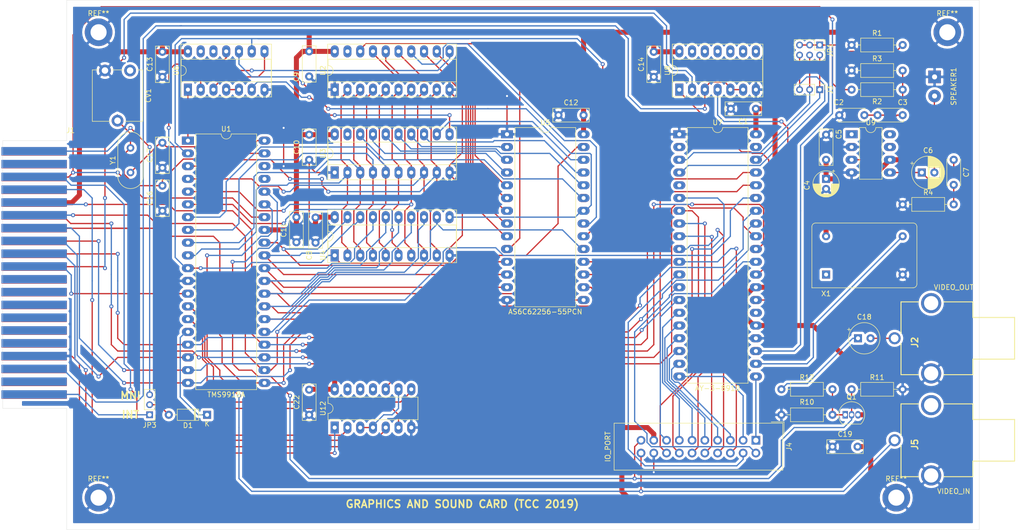
<source format=kicad_pcb>
(kicad_pcb (version 20171130) (host pcbnew "(5.1.4)-1")
  (layers (0 F.Cu signal) (31 B.Cu signal) (34 B.Paste user) (35 F.Paste user) (36 B.SilkS user) (37 F.SilkS user) (38 B.Mask user) (39 F.Mask user) (44 Edge.Cuts user))
  (net 0 "")
  (net 1 "Net-(U1-Pad37)")
  (net 2 "Net-(U1-Pad15)")
  (net 3 "Net-(U1-Pad14)")
  (net 4 "Net-(U1-Pad11)")
  (net 5 "Net-(U1-Pad2)")
  (net 6 "Net-(U1-Pad1)")
  (net 7 "Net-(U2-Pad19)")
  (net 8 "Net-(U2-Pad11)")
  (net 9 "Net-(U3-Pad19)")
  (net 10 "Net-(U3-Pad11)")
  (net 11 "Net-(U4-Pad11)")
  (net 12 VCC)
  (net 13 GND)
  (net 14 "Net-(U7-Pad39)")
  (net 15 "Net-(U6-Pad4)")
  (net 16 "Net-(U7-Pad26)")
  (net 17 "Net-(C3-Pad1)")
  (net 18 "Net-(C6-Pad1)")
  (net 19 /graphicsProcessor/VD0)
  (net 20 /graphicsProcessor/VD1)
  (net 21 /graphicsProcessor/VD2)
  (net 22 /graphicsProcessor/AD0)
  (net 23 /graphicsProcessor/AD1)
  (net 24 /graphicsProcessor/AD2)
  (net 25 /graphicsProcessor/AD3)
  (net 26 /graphicsProcessor/AD4)
  (net 27 /graphicsProcessor/AD5)
  (net 28 /graphicsProcessor/AD6)
  (net 29 /graphicsProcessor/AD7)
  (net 30 /graphicsProcessor/VA0)
  (net 31 /graphicsProcessor/VA1)
  (net 32 /graphicsProcessor/VA2)
  (net 33 /graphicsProcessor/VA3)
  (net 34 /graphicsProcessor/VA4)
  (net 35 /graphicsProcessor/VA5)
  (net 36 /graphicsProcessor/VA6)
  (net 37 /graphicsProcessor/VA7)
  (net 38 /graphicsProcessor/VA8)
  (net 39 /graphicsProcessor/VA9)
  (net 40 /graphicsProcessor/VA10)
  (net 41 /graphicsProcessor/VA11)
  (net 42 /graphicsProcessor/VA12)
  (net 43 /graphicsProcessor/VA13)
  (net 44 /graphicsProcessor/VD3)
  (net 45 /graphicsProcessor/VD4)
  (net 46 /graphicsProcessor/VD5)
  (net 47 /graphicsProcessor/VD6)
  (net 48 /graphicsProcessor/VD7)
  (net 49 "Net-(U6-Pad3)")
  (net 50 "Net-(U7-Pad29)")
  (net 51 "Net-(U7-Pad27)")
  (net 52 "Net-(U7-Pad22)")
  (net 53 /soundGeneration/SND_SEL)
  (net 54 /soundGeneration/A0)
  (net 55 "Net-(U9-Pad8)")
  (net 56 "Net-(U9-Pad7)")
  (net 57 "Net-(U9-Pad1)")
  (net 58 "Net-(C2-Pad1)")
  (net 59 "Net-(C6-Pad2)")
  (net 60 "Net-(C7-Pad2)")
  (net 61 "Net-(J1-Pad2)")
  (net 62 "Net-(J1-Pad4)")
  (net 63 "Net-(J1-Pad22)")
  (net 64 "Net-(J1-Pad26)")
  (net 65 "Net-(J1-Pad28)")
  (net 66 "Net-(J1-Pad30)")
  (net 67 "Net-(J1-Pad32)")
  (net 68 "Net-(J1-Pad38)")
  (net 69 "Net-(J1-Pad39)")
  (net 70 "Net-(J1-Pad37)")
  (net 71 "Net-(J1-Pad35)")
  (net 72 "Net-(J1-Pad31)")
  (net 73 "Net-(J1-Pad29)")
  (net 74 "Net-(J1-Pad27)")
  (net 75 "Net-(J1-Pad25)")
  (net 76 "Net-(J1-Pad21)")
  (net 77 "Net-(J1-Pad7)")
  (net 78 "Net-(J1-Pad3)")
  (net 79 "Net-(J1-Pad1)")
  (net 80 /D0)
  (net 81 /D2)
  (net 82 /D4)
  (net 83 /D6)
  (net 84 /D7)
  (net 85 /D5)
  (net 86 /D3)
  (net 87 /D1)
  (net 88 /graphicsProcessor/RESET)
  (net 89 /graphicsProcessor/RD)
  (net 90 /graphicsProcessor/WR)
  (net 91 /graphicsProcessor/A1)
  (net 92 /graphicsProcessor/IORQ)
  (net 93 /graphicsProcessor/VD_SEL)
  (net 94 "Net-(C16-Pad2)")
  (net 95 "Net-(C17-Pad2)")
  (net 96 /graphicsProcessor/INT)
  (net 97 "Net-(C18-Pad2)")
  (net 98 "Net-(C18-Pad1)")
  (net 99 "Net-(U12-Pad3)")
  (net 100 "Net-(X1-Pad1)")
  (net 101 "Net-(JP1-Pad1)")
  (net 102 "Net-(J3-Pad3)")
  (net 103 "Net-(J3-Pad2)")
  (net 104 "Net-(J3-Pad1)")
  (net 105 "Net-(J4-Pad16)")
  (net 106 "Net-(J4-Pad15)")
  (net 107 "Net-(J4-Pad14)")
  (net 108 "Net-(J4-Pad13)")
  (net 109 "Net-(J4-Pad12)")
  (net 110 "Net-(J4-Pad11)")
  (net 111 "Net-(J4-Pad10)")
  (net 112 "Net-(J4-Pad9)")
  (net 113 "Net-(J4-Pad8)")
  (net 114 "Net-(J4-Pad7)")
  (net 115 "Net-(J4-Pad6)")
  (net 116 "Net-(J4-Pad5)")
  (net 117 "Net-(J4-Pad4)")
  (net 118 "Net-(J4-Pad3)")
  (net 119 "Net-(J4-Pad2)")
  (net 120 "Net-(J4-Pad1)")
  (net 121 "Net-(Q1-Pad1)")
  (net 122 "Net-(U1-Pad38)")
  (net 123 "Net-(J1-Pad24)")
  (net 124 "Net-(J1-Pad23)")
  (net 125 /graphicsProcessor/EXTV)
  (net 126 /graphicsProcessor/COMVID)
  (net 127 "Net-(J1-Pad40)")
  (net 128 "Net-(D1-Pad1)")
  (module Diode_THT:D_DO-35_SOD27_P7.62mm_Horizontal (layer F.Cu) (at 86.36 124.46 180)
    (fp_text reference D1 (at 3.81 -2.12) (layer F.SilkS))
    (fp_text value 1N4148)
    (fp_text user K (at 0 -1.8) (layer F.SilkS))
    (pad 2 thru_hole oval (at 7.62 0 180) (size 1.6 1.6) (drill 0.8) (layers *.Cu *.Mask) (net 96 /graphicsProcessor/INT))
    (pad 1 thru_hole rect (at 0 0 180) (size 1.6 1.6) (drill 0.8) (layers *.Cu *.Mask) (net 128 "Net-(D1-Pad1)"))
  )
  (module MountingHole:MountingHole_3.2mm_M3_ISO14580_Pad (layer F.Cu) (at 64.77 48.26)
    (fp_text reference REF** (at 0 -3.75) (layer F.SilkS))
    (fp_text value MountingHole_3.2mm_M3_ISO14580_Pad)
    (pad 2 thru_hole circle (at 0 0) (size 5.5 5.5) (drill 3.2) (layers *.Cu *.Mask) (net 13 GND))
  )
  (module MountingHole:MountingHole_3.2mm_M3_ISO14580_Pad (layer F.Cu) (at 223.52 140.97)
    (fp_text reference REF** (at 0 -3.75) (layer F.SilkS))
    (fp_text value MountingHole_3.2mm_M3_ISO14580_Pad)
    (pad 3 thru_hole circle (at 0 0) (size 5.5 5.5) (drill 3.2) (layers *.Cu *.Mask) (net 13 GND))
  )
  (module MountingHole:MountingHole_3.2mm_M3_ISO14580_Pad (layer F.Cu) (at 233.68 48.26)
    (fp_text reference REF** (at 0 -3.75) (layer F.SilkS))
    (fp_text value MountingHole_3.2mm_M3_ISO14580_Pad)
    (pad 2 thru_hole circle (at 0 0) (size 5.5 5.5) (drill 3.2) (layers *.Cu *.Mask) (net 13 GND))
  )
  (module MountingHole:MountingHole_3.2mm_M3_ISO14580_Pad (layer F.Cu) (at 64.77 140.97)
    (fp_text reference REF** (at 0 -3.75) (layer F.SilkS))
    (fp_text value MountingHole_3.2mm_M3_ISO14580_Pad)
    (pad 1 thru_hole circle (at 0 0) (size 5.5 5.5) (drill 3.2) (layers *.Cu *.Mask) (net 13 GND))
  )
  (module Connector_PinHeader_2.00mm:PinHeader_1x03_P2.00mm_Vertical (layer F.Cu) (at 74.93 124.46 180)
    (fp_text reference JP3 (at 0 -2.06) (layer F.SilkS))
    (fp_text value Jumper_NC_Dual)
    (pad 3 thru_hole oval (at 0 4 180) (size 1.35 1.35) (drill 0.8) (layers *.Cu *.Mask) (net 61 "Net-(J1-Pad2)"))
    (pad 2 thru_hole oval (at 0 2 180) (size 1.35 1.35) (drill 0.8) (layers *.Cu *.Mask) (net 96 /graphicsProcessor/INT))
    (pad 1 thru_hole rect (at 0 0 180) (size 1.35 1.35) (drill 0.8) (layers *.Cu *.Mask) (net 127 "Net-(J1-Pad40)"))
  )
  (module Potentiometer_THT:Potentiometer_ACP_CA9-V10_Vertical (layer F.Cu) (at 66.04 55.88 270)
    (fp_text reference CV1 (at 5 -8.65 90) (layer F.SilkS))
    (fp_text value 5-50pF)
    (pad 1 thru_hole circle (at 0 0 270) (size 2.34 2.34) (drill 1.3) (layers *.Cu *.Mask) (net 13 GND))
    (pad 2 thru_hole circle (at 10 -2.5 270) (size 2.34 2.34) (drill 1.3) (layers *.Cu *.Mask) (net 94 "Net-(C16-Pad2)"))
    (pad 3 thru_hole circle (at 0 -5 270) (size 2.34 2.34) (drill 1.3) (layers *.Cu *.Mask))
  )
  (module Connector_IDC:IDC-Header_2x10_P2.54mm_Vertical (layer F.Cu) (at 195.58 129.54 270)
    (fp_text reference J4 (at 1.27 -6.604 90) (layer F.SilkS))
    (fp_text value IO_PORT (at 1.27 29.464 90) (layer F.SilkS))
    (pad 20 thru_hole oval (at 2.54 22.86 270) (size 1.7272 1.7272) (drill 1.016) (layers *.Cu *.Mask) (net 125 /graphicsProcessor/EXTV))
    (pad 19 thru_hole oval (at 0 22.86 270) (size 1.7272 1.7272) (drill 1.016) (layers *.Cu *.Mask) (net 126 /graphicsProcessor/COMVID))
    (pad 18 thru_hole oval (at 2.54 20.32 270) (size 1.7272 1.7272) (drill 1.016) (layers *.Cu *.Mask) (net 13 GND))
    (pad 17 thru_hole oval (at 0 20.32 270) (size 1.7272 1.7272) (drill 1.016) (layers *.Cu *.Mask) (net 12 VCC))
    (pad 16 thru_hole oval (at 2.54 17.78 270) (size 1.7272 1.7272) (drill 1.016) (layers *.Cu *.Mask) (net 105 "Net-(J4-Pad16)"))
    (pad 15 thru_hole oval (at 0 17.78 270) (size 1.7272 1.7272) (drill 1.016) (layers *.Cu *.Mask) (net 106 "Net-(J4-Pad15)"))
    (pad 14 thru_hole oval (at 2.54 15.24 270) (size 1.7272 1.7272) (drill 1.016) (layers *.Cu *.Mask) (net 107 "Net-(J4-Pad14)"))
    (pad 13 thru_hole oval (at 0 15.24 270) (size 1.7272 1.7272) (drill 1.016) (layers *.Cu *.Mask) (net 108 "Net-(J4-Pad13)"))
    (pad 12 thru_hole oval (at 2.54 12.7 270) (size 1.7272 1.7272) (drill 1.016) (layers *.Cu *.Mask) (net 109 "Net-(J4-Pad12)"))
    (pad 11 thru_hole oval (at 0 12.7 270) (size 1.7272 1.7272) (drill 1.016) (layers *.Cu *.Mask) (net 110 "Net-(J4-Pad11)"))
    (pad 10 thru_hole oval (at 2.54 10.16 270) (size 1.7272 1.7272) (drill 1.016) (layers *.Cu *.Mask) (net 111 "Net-(J4-Pad10)"))
    (pad 9 thru_hole oval (at 0 10.16 270) (size 1.7272 1.7272) (drill 1.016) (layers *.Cu *.Mask) (net 112 "Net-(J4-Pad9)"))
    (pad 8 thru_hole oval (at 2.54 7.62 270) (size 1.7272 1.7272) (drill 1.016) (layers *.Cu *.Mask) (net 113 "Net-(J4-Pad8)"))
    (pad 7 thru_hole oval (at 0 7.62 270) (size 1.7272 1.7272) (drill 1.016) (layers *.Cu *.Mask) (net 114 "Net-(J4-Pad7)"))
    (pad 6 thru_hole oval (at 2.54 5.08 270) (size 1.7272 1.7272) (drill 1.016) (layers *.Cu *.Mask) (net 115 "Net-(J4-Pad6)"))
    (pad 5 thru_hole oval (at 0 5.08 270) (size 1.7272 1.7272) (drill 1.016) (layers *.Cu *.Mask) (net 116 "Net-(J4-Pad5)"))
    (pad 4 thru_hole oval (at 2.54 2.54 270) (size 1.7272 1.7272) (drill 1.016) (layers *.Cu *.Mask) (net 117 "Net-(J4-Pad4)"))
    (pad 3 thru_hole oval (at 0 2.54 270) (size 1.7272 1.7272) (drill 1.016) (layers *.Cu *.Mask) (net 118 "Net-(J4-Pad3)"))
    (pad 2 thru_hole oval (at 2.54 0 270) (size 1.7272 1.7272) (drill 1.016) (layers *.Cu *.Mask) (net 119 "Net-(J4-Pad2)"))
    (pad 1 thru_hole rect (at 0 0 270) (size 1.7272 1.7272) (drill 1.016) (layers *.Cu *.Mask) (net 120 "Net-(J4-Pad1)"))
  )
  (module Connector:RCA_Female_902 (layer F.Cu) (at 238.76 129.54 90)
    (fp_text reference J5 (at -0.82 -11.551 90) (layer F.SilkS) (effects (font (size 1.27 1.27) (thickness 0.254))))
    (fp_text value COMP_VIDEOIN hide)
    (pad 1 thru_hole circle (at 0 -15.57 90) (size 2.4 2.4) (drill 1.55) (layers *.Cu *.Mask) (net 125 /graphicsProcessor/EXTV))
    (pad 2 thru_hole circle (at -7 -8.3 90) (size 4 4) (drill 2.85) (layers *.Cu *.Mask) (net 13 GND))
    (pad 3 thru_hole circle (at 7 -8.3 90) (size 4 4) (drill 2.85) (layers *.Cu *.Mask))
  )
  (module Connector:RCA_Female_902 (layer F.Cu) (at 238.76 109.22 90)
    (fp_text reference J2 (at -0.82 -11.551 90) (layer F.SilkS) (effects (font (size 1.27 1.27) (thickness 0.254))))
    (fp_text value COMP_VIDEOUT hide)
    (pad 1 thru_hole circle (at 0 -15.57 90) (size 2.4 2.4) (drill 1.55) (layers *.Cu *.Mask) (net 97 "Net-(C18-Pad2)"))
    (pad 2 thru_hole circle (at -7 -8.3 90) (size 4 4) (drill 2.85) (layers *.Cu *.Mask) (net 13 GND))
    (pad 3 thru_hole circle (at 7 -8.3 90) (size 4 4) (drill 2.85) (layers *.Cu *.Mask))
  )
  (module Package_DIP:DIP-14_W7.62mm_LongPads (layer F.Cu) (at 111.76 127 90)
    (fp_text reference U12 (at 3.81 -2.33 90) (layer F.SilkS))
    (fp_text value 74LS32)
    (pad 14 thru_hole oval (at 7.62 0 90) (size 2.4 1.6) (drill 0.8) (layers *.Cu *.Mask) (net 12 VCC))
    (pad 7 thru_hole oval (at 0 15.24 90) (size 2.4 1.6) (drill 0.8) (layers *.Cu *.Mask) (net 13 GND))
    (pad 13 thru_hole oval (at 7.62 2.54 90) (size 2.4 1.6) (drill 0.8) (layers *.Cu *.Mask))
    (pad 6 thru_hole oval (at 0 12.7 90) (size 2.4 1.6) (drill 0.8) (layers *.Cu *.Mask) (net 2 "Net-(U1-Pad15)"))
    (pad 12 thru_hole oval (at 7.62 5.08 90) (size 2.4 1.6) (drill 0.8) (layers *.Cu *.Mask))
    (pad 5 thru_hole oval (at 0 10.16 90) (size 2.4 1.6) (drill 0.8) (layers *.Cu *.Mask) (net 89 /graphicsProcessor/RD))
    (pad 11 thru_hole oval (at 7.62 7.62 90) (size 2.4 1.6) (drill 0.8) (layers *.Cu *.Mask))
    (pad 4 thru_hole oval (at 0 7.62 90) (size 2.4 1.6) (drill 0.8) (layers *.Cu *.Mask) (net 99 "Net-(U12-Pad3)"))
    (pad 10 thru_hole oval (at 7.62 10.16 90) (size 2.4 1.6) (drill 0.8) (layers *.Cu *.Mask) (net 90 /graphicsProcessor/WR))
    (pad 3 thru_hole oval (at 0 5.08 90) (size 2.4 1.6) (drill 0.8) (layers *.Cu *.Mask) (net 99 "Net-(U12-Pad3)"))
    (pad 9 thru_hole oval (at 7.62 12.7 90) (size 2.4 1.6) (drill 0.8) (layers *.Cu *.Mask) (net 99 "Net-(U12-Pad3)"))
    (pad 2 thru_hole oval (at 0 2.54 90) (size 2.4 1.6) (drill 0.8) (layers *.Cu *.Mask) (net 92 /graphicsProcessor/IORQ))
    (pad 8 thru_hole oval (at 7.62 15.24 90) (size 2.4 1.6) (drill 0.8) (layers *.Cu *.Mask) (net 3 "Net-(U1-Pad14)"))
    (pad 1 thru_hole rect (at 0 0 90) (size 2.4 1.6) (drill 0.8) (layers *.Cu *.Mask) (net 93 /graphicsProcessor/VD_SEL))
  )
  (module Resistor_THT:R_Axial_DIN0207_L6.3mm_D2.5mm_P10.16mm_Horizontal (layer F.Cu) (at 214.63 119.38)
    (fp_text reference R11 (at 5.08 -2.37) (layer F.SilkS))
    (fp_text value 470R)
    (pad 2 thru_hole oval (at 10.16 0) (size 1.6 1.6) (drill 0.8) (layers *.Cu *.Mask) (net 13 GND))
    (pad 1 thru_hole circle (at 0 0) (size 1.6 1.6) (drill 0.8) (layers *.Cu *.Mask) (net 126 /graphicsProcessor/COMVID))
  )
  (module Resistor_THT:R_Axial_DIN0207_L6.3mm_D2.5mm_P10.16mm_Horizontal (layer F.Cu) (at 210.82 124.46 180)
    (fp_text reference R10 (at 5.08 2.54) (layer F.SilkS))
    (fp_text value 75R)
    (pad 2 thru_hole oval (at 10.16 0 180) (size 1.6 1.6) (drill 0.8) (layers *.Cu *.Mask) (net 13 GND))
    (pad 1 thru_hole circle (at 0 0 180) (size 1.6 1.6) (drill 0.8) (layers *.Cu *.Mask) (net 121 "Net-(Q1-Pad1)"))
  )
  (module Package_TO_SOT_THT:TO-92_Inline (layer F.Cu) (at 213.36 124.46)
    (fp_text reference Q1 (at 1.27 -3.56) (layer F.SilkS))
    (fp_text value 2N3904)
    (pad 1 thru_hole rect (at 0 0) (size 1.05 1.5) (drill 0.75) (layers *.Cu *.Mask) (net 121 "Net-(Q1-Pad1)"))
    (pad 3 thru_hole oval (at 2.54 0) (size 1.05 1.5) (drill 0.75) (layers *.Cu *.Mask) (net 12 VCC))
    (pad 2 thru_hole oval (at 1.27 0) (size 1.05 1.5) (drill 0.75) (layers *.Cu *.Mask) (net 126 /graphicsProcessor/COMVID))
  )
  (module Capacitor_THT:C_Disc_D7.0mm_W2.5mm_P5.00mm (layer F.Cu) (at 210.82 130.81)
    (fp_text reference C19 (at 2.5 -2.5) (layer F.SilkS))
    (fp_text value 100nF)
    (pad 2 thru_hole circle (at 5 0) (size 1.6 1.6) (drill 0.8) (layers *.Cu *.Mask) (net 12 VCC))
    (pad 1 thru_hole circle (at 0 0) (size 1.6 1.6) (drill 0.8) (layers *.Cu *.Mask) (net 13 GND))
  )
  (module Capacitor_THT:CP_Radial_Tantal_D6.0mm_P2.50mm (layer F.Cu) (at 215.9 109.22)
    (fp_text reference C18 (at 1.25 -4.25) (layer F.SilkS))
    (fp_text value 220uF)
    (pad 2 thru_hole circle (at 2.5 0) (size 1.6 1.6) (drill 0.8) (layers *.Cu *.Mask) (net 97 "Net-(C18-Pad2)"))
    (pad 1 thru_hole rect (at 0 0) (size 1.6 1.6) (drill 0.8) (layers *.Cu *.Mask) (net 98 "Net-(C18-Pad1)"))
  )
  (module Package_DIP:DIP-40_W15.24mm_LongPads (layer F.Cu) (at 180.34 68.58)
    (fp_text reference U7 (at 7.62 -2.33) (layer F.SilkS))
    (fp_text value AY-3-8910 (at 7.62 50.59) (layer F.SilkS))
    (pad 1 thru_hole rect (at 0 0) (size 2.4 1.6) (drill 0.8) (layers *.Cu *.Mask) (net 13 GND))
    (pad 21 thru_hole oval (at 15.24 48.26) (size 2.4 1.6) (drill 0.8) (layers *.Cu *.Mask) (net 120 "Net-(J4-Pad1)"))
    (pad 2 thru_hole oval (at 0 2.54) (size 2.4 1.6) (drill 0.8) (layers *.Cu *.Mask))
    (pad 22 thru_hole oval (at 15.24 45.72) (size 2.4 1.6) (drill 0.8) (layers *.Cu *.Mask) (net 52 "Net-(U7-Pad22)"))
    (pad 3 thru_hole oval (at 0 5.08) (size 2.4 1.6) (drill 0.8) (layers *.Cu *.Mask) (net 103 "Net-(J3-Pad2)"))
    (pad 23 thru_hole oval (at 15.24 43.18) (size 2.4 1.6) (drill 0.8) (layers *.Cu *.Mask) (net 88 /graphicsProcessor/RESET))
    (pad 4 thru_hole oval (at 0 7.62) (size 2.4 1.6) (drill 0.8) (layers *.Cu *.Mask) (net 102 "Net-(J3-Pad3)"))
    (pad 24 thru_hole oval (at 15.24 40.64) (size 2.4 1.6) (drill 0.8) (layers *.Cu *.Mask) (net 13 GND))
    (pad 5 thru_hole oval (at 0 10.16) (size 2.4 1.6) (drill 0.8) (layers *.Cu *.Mask))
    (pad 25 thru_hole oval (at 15.24 38.1) (size 2.4 1.6) (drill 0.8) (layers *.Cu *.Mask) (net 12 VCC))
    (pad 6 thru_hole oval (at 0 12.7) (size 2.4 1.6) (drill 0.8) (layers *.Cu *.Mask) (net 105 "Net-(J4-Pad16)"))
    (pad 26 thru_hole oval (at 15.24 35.56) (size 2.4 1.6) (drill 0.8) (layers *.Cu *.Mask) (net 16 "Net-(U7-Pad26)"))
    (pad 7 thru_hole oval (at 0 15.24) (size 2.4 1.6) (drill 0.8) (layers *.Cu *.Mask) (net 107 "Net-(J4-Pad14)"))
    (pad 27 thru_hole oval (at 15.24 33.02) (size 2.4 1.6) (drill 0.8) (layers *.Cu *.Mask) (net 51 "Net-(U7-Pad27)"))
    (pad 8 thru_hole oval (at 0 17.78) (size 2.4 1.6) (drill 0.8) (layers *.Cu *.Mask) (net 109 "Net-(J4-Pad12)"))
    (pad 28 thru_hole oval (at 15.24 30.48) (size 2.4 1.6) (drill 0.8) (layers *.Cu *.Mask) (net 12 VCC))
    (pad 9 thru_hole oval (at 0 20.32) (size 2.4 1.6) (drill 0.8) (layers *.Cu *.Mask) (net 111 "Net-(J4-Pad10)"))
    (pad 29 thru_hole oval (at 15.24 27.94) (size 2.4 1.6) (drill 0.8) (layers *.Cu *.Mask) (net 50 "Net-(U7-Pad29)"))
    (pad 10 thru_hole oval (at 0 22.86) (size 2.4 1.6) (drill 0.8) (layers *.Cu *.Mask) (net 113 "Net-(J4-Pad8)"))
    (pad 30 thru_hole oval (at 15.24 25.4) (size 2.4 1.6) (drill 0.8) (layers *.Cu *.Mask) (net 84 /D7))
    (pad 11 thru_hole oval (at 0 25.4) (size 2.4 1.6) (drill 0.8) (layers *.Cu *.Mask) (net 115 "Net-(J4-Pad6)"))
    (pad 31 thru_hole oval (at 15.24 22.86) (size 2.4 1.6) (drill 0.8) (layers *.Cu *.Mask) (net 83 /D6))
    (pad 12 thru_hole oval (at 0 27.94) (size 2.4 1.6) (drill 0.8) (layers *.Cu *.Mask) (net 117 "Net-(J4-Pad4)"))
    (pad 32 thru_hole oval (at 15.24 20.32) (size 2.4 1.6) (drill 0.8) (layers *.Cu *.Mask) (net 85 /D5))
    (pad 13 thru_hole oval (at 0 30.48) (size 2.4 1.6) (drill 0.8) (layers *.Cu *.Mask) (net 119 "Net-(J4-Pad2)"))
    (pad 33 thru_hole oval (at 15.24 17.78) (size 2.4 1.6) (drill 0.8) (layers *.Cu *.Mask) (net 82 /D4))
    (pad 14 thru_hole oval (at 0 33.02) (size 2.4 1.6) (drill 0.8) (layers *.Cu *.Mask) (net 106 "Net-(J4-Pad15)"))
    (pad 34 thru_hole oval (at 15.24 15.24) (size 2.4 1.6) (drill 0.8) (layers *.Cu *.Mask) (net 86 /D3))
    (pad 15 thru_hole oval (at 0 35.56) (size 2.4 1.6) (drill 0.8) (layers *.Cu *.Mask) (net 108 "Net-(J4-Pad13)"))
    (pad 35 thru_hole oval (at 15.24 12.7) (size 2.4 1.6) (drill 0.8) (layers *.Cu *.Mask) (net 81 /D2))
    (pad 16 thru_hole oval (at 0 38.1) (size 2.4 1.6) (drill 0.8) (layers *.Cu *.Mask) (net 110 "Net-(J4-Pad11)"))
    (pad 36 thru_hole oval (at 15.24 10.16) (size 2.4 1.6) (drill 0.8) (layers *.Cu *.Mask) (net 87 /D1))
    (pad 17 thru_hole oval (at 0 40.64) (size 2.4 1.6) (drill 0.8) (layers *.Cu *.Mask) (net 112 "Net-(J4-Pad9)"))
    (pad 37 thru_hole oval (at 15.24 7.62) (size 2.4 1.6) (drill 0.8) (layers *.Cu *.Mask) (net 80 /D0))
    (pad 18 thru_hole oval (at 0 43.18) (size 2.4 1.6) (drill 0.8) (layers *.Cu *.Mask) (net 114 "Net-(J4-Pad7)"))
    (pad 38 thru_hole oval (at 15.24 5.08) (size 2.4 1.6) (drill 0.8) (layers *.Cu *.Mask) (net 104 "Net-(J3-Pad1)"))
    (pad 19 thru_hole oval (at 0 45.72) (size 2.4 1.6) (drill 0.8) (layers *.Cu *.Mask) (net 116 "Net-(J4-Pad5)"))
    (pad 39 thru_hole oval (at 15.24 2.54) (size 2.4 1.6) (drill 0.8) (layers *.Cu *.Mask) (net 14 "Net-(U7-Pad39)"))
    (pad 20 thru_hole oval (at 0 48.26) (size 2.4 1.6) (drill 0.8) (layers *.Cu *.Mask) (net 118 "Net-(J4-Pad3)"))
    (pad 40 thru_hole oval (at 15.24 0) (size 2.4 1.6) (drill 0.8) (layers *.Cu *.Mask) (net 12 VCC))
  )
  (module Package_DIP:DIP-8_W7.62mm_LongPads (layer F.Cu) (at 214.63 68.58)
    (fp_text reference U9 (at 3.81 -2.33) (layer F.SilkS))
    (fp_text value LM386)
    (pad 8 thru_hole oval (at 7.62 0) (size 2.4 1.6) (drill 0.8) (layers *.Cu *.Mask) (net 55 "Net-(U9-Pad8)"))
    (pad 4 thru_hole oval (at 0 7.62) (size 2.4 1.6) (drill 0.8) (layers *.Cu *.Mask) (net 13 GND))
    (pad 7 thru_hole oval (at 7.62 2.54) (size 2.4 1.6) (drill 0.8) (layers *.Cu *.Mask) (net 56 "Net-(U9-Pad7)"))
    (pad 3 thru_hole oval (at 0 5.08) (size 2.4 1.6) (drill 0.8) (layers *.Cu *.Mask) (net 17 "Net-(C3-Pad1)"))
    (pad 6 thru_hole oval (at 7.62 5.08) (size 2.4 1.6) (drill 0.8) (layers *.Cu *.Mask) (net 12 VCC))
    (pad 2 thru_hole oval (at 0 2.54) (size 2.4 1.6) (drill 0.8) (layers *.Cu *.Mask) (net 13 GND))
    (pad 5 thru_hole oval (at 7.62 7.62) (size 2.4 1.6) (drill 0.8) (layers *.Cu *.Mask) (net 18 "Net-(C6-Pad1)"))
    (pad 1 thru_hole rect (at 0 0) (size 2.4 1.6) (drill 0.8) (layers *.Cu *.Mask) (net 57 "Net-(U9-Pad1)"))
  )
  (module Resistor_THT:R_Axial_DIN0207_L6.3mm_D2.5mm_P10.16mm_Horizontal (layer F.Cu) (at 224.79 59.69 180)
    (fp_text reference R2 (at 5.08 -2.37) (layer F.SilkS))
    (fp_text value 5K)
    (pad 2 thru_hole oval (at 10.16 0 180) (size 1.6 1.6) (drill 0.8) (layers *.Cu *.Mask) (net 101 "Net-(JP1-Pad1)"))
    (pad 1 thru_hole circle (at 0 0 180) (size 1.6 1.6) (drill 0.8) (layers *.Cu *.Mask) (net 58 "Net-(C2-Pad1)"))
  )
  (module Connector_PinHeader_2.00mm:PinHeader_1x03_P2.00mm_Vertical (layer F.Cu) (at 208.28 59.69 270)
    (fp_text reference J3 (at 0 -2.06 90) (layer F.SilkS))
    (fp_text value Conn_01x03_Male)
    (pad 3 thru_hole oval (at 0 4 270) (size 1.35 1.35) (drill 0.8) (layers *.Cu *.Mask) (net 102 "Net-(J3-Pad3)"))
    (pad 2 thru_hole oval (at 0 2 270) (size 1.35 1.35) (drill 0.8) (layers *.Cu *.Mask) (net 103 "Net-(J3-Pad2)"))
    (pad 1 thru_hole rect (at 0 0 270) (size 1.35 1.35) (drill 0.8) (layers *.Cu *.Mask) (net 104 "Net-(J3-Pad1)"))
  )
  (module Connector_PinHeader_2.00mm:PinHeader_2x03_P2.00mm_Vertical (layer F.Cu) (at 208.28 50.8 270)
    (fp_text reference JP1 (at 1 -2.06 90) (layer F.SilkS))
    (fp_text value PREAMP_MONO)
    (pad 6 thru_hole oval (at 2 4 270) (size 1.35 1.35) (drill 0.8) (layers *.Cu *.Mask) (net 102 "Net-(J3-Pad3)"))
    (pad 5 thru_hole oval (at 0 4 270) (size 1.35 1.35) (drill 0.8) (layers *.Cu *.Mask) (net 101 "Net-(JP1-Pad1)"))
    (pad 4 thru_hole oval (at 2 2 270) (size 1.35 1.35) (drill 0.8) (layers *.Cu *.Mask) (net 103 "Net-(J3-Pad2)"))
    (pad 3 thru_hole oval (at 0 2 270) (size 1.35 1.35) (drill 0.8) (layers *.Cu *.Mask) (net 101 "Net-(JP1-Pad1)"))
    (pad 2 thru_hole oval (at 2 0 270) (size 1.35 1.35) (drill 0.8) (layers *.Cu *.Mask) (net 104 "Net-(J3-Pad1)"))
    (pad 1 thru_hole rect (at 0 0 270) (size 1.35 1.35) (drill 0.8) (layers *.Cu *.Mask) (net 101 "Net-(JP1-Pad1)"))
  )
  (module Capacitor_THT:C_Disc_D7.0mm_W2.5mm_P5.00mm (layer F.Cu) (at 209.55 73.66 90)
    (fp_text reference C5 (at 5.08 2.54 90) (layer F.SilkS))
    (fp_text value 0.1uF)
    (pad 2 thru_hole circle (at 5 0 90) (size 1.6 1.6) (drill 0.8) (layers *.Cu *.Mask) (net 13 GND))
    (pad 1 thru_hole circle (at 0 0 90) (size 1.6 1.6) (drill 0.8) (layers *.Cu *.Mask) (net 12 VCC))
  )
  (module Capacitor_THT:CP_Radial_D5.0mm_P2.00mm (layer F.Cu) (at 209.55 77.47 270)
    (fp_text reference C4 (at 1.27 3.81 90) (layer F.SilkS))
    (fp_text value 10uF)
    (pad 2 thru_hole circle (at 2 0 270) (size 1.6 1.6) (drill 0.8) (layers *.Cu *.Mask) (net 13 GND))
    (pad 1 thru_hole rect (at 0 0 270) (size 1.6 1.6) (drill 0.8) (layers *.Cu *.Mask) (net 12 VCC))
  )
  (module Package_DIP:DIP-40_W15.24mm_LongPads (layer F.Cu) (at 82.55 69.85)
    (fp_text reference U1 (at 7.62 -2.33) (layer F.SilkS))
    (fp_text value TMS9918A (at 7.62 50.59) (layer F.SilkS))
    (pad 40 thru_hole oval (at 15.24 0) (size 2.4 1.6) (drill 0.8) (layers *.Cu *.Mask) (net 95 "Net-(C17-Pad2)"))
    (pad 20 thru_hole oval (at 0 48.26) (size 2.4 1.6) (drill 0.8) (layers *.Cu *.Mask) (net 82 /D4))
    (pad 39 thru_hole oval (at 15.24 2.54) (size 2.4 1.6) (drill 0.8) (layers *.Cu *.Mask) (net 94 "Net-(C16-Pad2)"))
    (pad 19 thru_hole oval (at 0 45.72) (size 2.4 1.6) (drill 0.8) (layers *.Cu *.Mask) (net 85 /D5))
    (pad 38 thru_hole oval (at 15.24 5.08) (size 2.4 1.6) (drill 0.8) (layers *.Cu *.Mask) (net 122 "Net-(U1-Pad38)"))
    (pad 18 thru_hole oval (at 0 43.18) (size 2.4 1.6) (drill 0.8) (layers *.Cu *.Mask) (net 83 /D6))
    (pad 37 thru_hole oval (at 15.24 7.62) (size 2.4 1.6) (drill 0.8) (layers *.Cu *.Mask) (net 1 "Net-(U1-Pad37)"))
    (pad 17 thru_hole oval (at 0 40.64) (size 2.4 1.6) (drill 0.8) (layers *.Cu *.Mask) (net 84 /D7))
    (pad 36 thru_hole oval (at 15.24 10.16) (size 2.4 1.6) (drill 0.8) (layers *.Cu *.Mask) (net 126 /graphicsProcessor/COMVID))
    (pad 16 thru_hole oval (at 0 38.1) (size 2.4 1.6) (drill 0.8) (layers *.Cu *.Mask) (net 128 "Net-(D1-Pad1)"))
    (pad 35 thru_hole oval (at 15.24 12.7) (size 2.4 1.6) (drill 0.8) (layers *.Cu *.Mask) (net 125 /graphicsProcessor/EXTV))
    (pad 15 thru_hole oval (at 0 35.56) (size 2.4 1.6) (drill 0.8) (layers *.Cu *.Mask) (net 2 "Net-(U1-Pad15)"))
    (pad 34 thru_hole oval (at 15.24 15.24) (size 2.4 1.6) (drill 0.8) (layers *.Cu *.Mask) (net 88 /graphicsProcessor/RESET))
    (pad 14 thru_hole oval (at 0 33.02) (size 2.4 1.6) (drill 0.8) (layers *.Cu *.Mask) (net 3 "Net-(U1-Pad14)"))
    (pad 33 thru_hole oval (at 15.24 17.78) (size 2.4 1.6) (drill 0.8) (layers *.Cu *.Mask) (net 12 VCC))
    (pad 13 thru_hole oval (at 0 30.48) (size 2.4 1.6) (drill 0.8) (layers *.Cu *.Mask) (net 91 /graphicsProcessor/A1))
    (pad 32 thru_hole oval (at 15.24 20.32) (size 2.4 1.6) (drill 0.8) (layers *.Cu *.Mask) (net 19 /graphicsProcessor/VD0))
    (pad 12 thru_hole oval (at 0 27.94) (size 2.4 1.6) (drill 0.8) (layers *.Cu *.Mask) (net 13 GND))
    (pad 31 thru_hole oval (at 15.24 22.86) (size 2.4 1.6) (drill 0.8) (layers *.Cu *.Mask) (net 20 /graphicsProcessor/VD1))
    (pad 11 thru_hole oval (at 0 25.4) (size 2.4 1.6) (drill 0.8) (layers *.Cu *.Mask) (net 4 "Net-(U1-Pad11)"))
    (pad 30 thru_hole oval (at 15.24 25.4) (size 2.4 1.6) (drill 0.8) (layers *.Cu *.Mask) (net 21 /graphicsProcessor/VD2))
    (pad 10 thru_hole oval (at 0 22.86) (size 2.4 1.6) (drill 0.8) (layers *.Cu *.Mask) (net 22 /graphicsProcessor/AD0))
    (pad 29 thru_hole oval (at 15.24 27.94) (size 2.4 1.6) (drill 0.8) (layers *.Cu *.Mask) (net 44 /graphicsProcessor/VD3))
    (pad 9 thru_hole oval (at 0 20.32) (size 2.4 1.6) (drill 0.8) (layers *.Cu *.Mask) (net 23 /graphicsProcessor/AD1))
    (pad 28 thru_hole oval (at 15.24 30.48) (size 2.4 1.6) (drill 0.8) (layers *.Cu *.Mask) (net 45 /graphicsProcessor/VD4))
    (pad 8 thru_hole oval (at 0 17.78) (size 2.4 1.6) (drill 0.8) (layers *.Cu *.Mask) (net 24 /graphicsProcessor/AD2))
    (pad 27 thru_hole oval (at 15.24 33.02) (size 2.4 1.6) (drill 0.8) (layers *.Cu *.Mask) (net 46 /graphicsProcessor/VD5))
    (pad 7 thru_hole oval (at 0 15.24) (size 2.4 1.6) (drill 0.8) (layers *.Cu *.Mask) (net 25 /graphicsProcessor/AD3))
    (pad 26 thru_hole oval (at 15.24 35.56) (size 2.4 1.6) (drill 0.8) (layers *.Cu *.Mask) (net 47 /graphicsProcessor/VD6))
    (pad 6 thru_hole oval (at 0 12.7) (size 2.4 1.6) (drill 0.8) (layers *.Cu *.Mask) (net 26 /graphicsProcessor/AD4))
    (pad 25 thru_hole oval (at 15.24 38.1) (size 2.4 1.6) (drill 0.8) (layers *.Cu *.Mask) (net 48 /graphicsProcessor/VD7))
    (pad 5 thru_hole oval (at 0 10.16) (size 2.4 1.6) (drill 0.8) (layers *.Cu *.Mask) (net 27 /graphicsProcessor/AD5))
    (pad 24 thru_hole oval (at 15.24 40.64) (size 2.4 1.6) (drill 0.8) (layers *.Cu *.Mask) (net 80 /D0))
    (pad 4 thru_hole oval (at 0 7.62) (size 2.4 1.6) (drill 0.8) (layers *.Cu *.Mask) (net 28 /graphicsProcessor/AD6))
    (pad 23 thru_hole oval (at 15.24 43.18) (size 2.4 1.6) (drill 0.8) (layers *.Cu *.Mask) (net 87 /D1))
    (pad 3 thru_hole oval (at 0 5.08) (size 2.4 1.6) (drill 0.8) (layers *.Cu *.Mask) (net 29 /graphicsProcessor/AD7))
    (pad 22 thru_hole oval (at 15.24 45.72) (size 2.4 1.6) (drill 0.8) (layers *.Cu *.Mask) (net 81 /D2))
    (pad 2 thru_hole oval (at 0 2.54) (size 2.4 1.6) (drill 0.8) (layers *.Cu *.Mask) (net 5 "Net-(U1-Pad2)"))
    (pad 21 thru_hole oval (at 15.24 48.26) (size 2.4 1.6) (drill 0.8) (layers *.Cu *.Mask) (net 86 /D3))
    (pad 1 thru_hole rect (at 0 0) (size 2.4 1.6) (drill 0.8) (layers *.Cu *.Mask) (net 6 "Net-(U1-Pad1)"))
  )
  (module Capacitor_THT:C_Disc_D7.0mm_W2.5mm_P5.00mm (layer F.Cu) (at 77.47 75.27 90)
    (fp_text reference C17 (at 2.5 -2.5 90) (layer F.SilkS))
    (fp_text value 33pF)
    (pad 2 thru_hole circle (at 5 0 90) (size 1.6 1.6) (drill 0.8) (layers *.Cu *.Mask) (net 95 "Net-(C17-Pad2)"))
    (pad 1 thru_hole circle (at 0 0 90) (size 1.6 1.6) (drill 0.8) (layers *.Cu *.Mask) (net 13 GND))
  )
  (module Package_DIP:DIP-28_W15.24mm_LongPads (layer F.Cu) (at 146.05 68.58)
    (fp_text reference U5 (at 7.62 -2.33) (layer F.SilkS))
    (fp_text value AS6C62256-55PCN (at 7.62 35.35) (layer F.SilkS))
    (pad 28 thru_hole oval (at 15.24 0) (size 2.4 1.6) (drill 0.8) (layers *.Cu *.Mask) (net 12 VCC))
    (pad 14 thru_hole oval (at 0 33.02) (size 2.4 1.6) (drill 0.8) (layers *.Cu *.Mask) (net 13 GND))
    (pad 27 thru_hole oval (at 15.24 2.54) (size 2.4 1.6) (drill 0.8) (layers *.Cu *.Mask) (net 4 "Net-(U1-Pad11)"))
    (pad 13 thru_hole oval (at 0 30.48) (size 2.4 1.6) (drill 0.8) (layers *.Cu *.Mask) (net 21 /graphicsProcessor/VD2))
    (pad 26 thru_hole oval (at 15.24 5.08) (size 2.4 1.6) (drill 0.8) (layers *.Cu *.Mask) (net 43 /graphicsProcessor/VA13))
    (pad 12 thru_hole oval (at 0 27.94) (size 2.4 1.6) (drill 0.8) (layers *.Cu *.Mask) (net 20 /graphicsProcessor/VD1))
    (pad 25 thru_hole oval (at 15.24 7.62) (size 2.4 1.6) (drill 0.8) (layers *.Cu *.Mask) (net 42 /graphicsProcessor/VA12))
    (pad 11 thru_hole oval (at 0 25.4) (size 2.4 1.6) (drill 0.8) (layers *.Cu *.Mask) (net 19 /graphicsProcessor/VD0))
    (pad 24 thru_hole oval (at 15.24 10.16) (size 2.4 1.6) (drill 0.8) (layers *.Cu *.Mask) (net 40 /graphicsProcessor/VA10))
    (pad 10 thru_hole oval (at 0 22.86) (size 2.4 1.6) (drill 0.8) (layers *.Cu *.Mask) (net 30 /graphicsProcessor/VA0))
    (pad 23 thru_hole oval (at 15.24 12.7) (size 2.4 1.6) (drill 0.8) (layers *.Cu *.Mask) (net 37 /graphicsProcessor/VA7))
    (pad 9 thru_hole oval (at 0 20.32) (size 2.4 1.6) (drill 0.8) (layers *.Cu *.Mask) (net 31 /graphicsProcessor/VA1))
    (pad 22 thru_hole oval (at 15.24 15.24) (size 2.4 1.6) (drill 0.8) (layers *.Cu *.Mask) (net 11 "Net-(U4-Pad11)"))
    (pad 8 thru_hole oval (at 0 17.78) (size 2.4 1.6) (drill 0.8) (layers *.Cu *.Mask) (net 32 /graphicsProcessor/VA2))
    (pad 21 thru_hole oval (at 15.24 17.78) (size 2.4 1.6) (drill 0.8) (layers *.Cu *.Mask) (net 34 /graphicsProcessor/VA4))
    (pad 7 thru_hole oval (at 0 15.24) (size 2.4 1.6) (drill 0.8) (layers *.Cu *.Mask) (net 33 /graphicsProcessor/VA3))
    (pad 20 thru_hole oval (at 15.24 20.32) (size 2.4 1.6) (drill 0.8) (layers *.Cu *.Mask) (net 5 "Net-(U1-Pad2)"))
    (pad 6 thru_hole oval (at 0 12.7) (size 2.4 1.6) (drill 0.8) (layers *.Cu *.Mask) (net 35 /graphicsProcessor/VA5))
    (pad 19 thru_hole oval (at 15.24 22.86) (size 2.4 1.6) (drill 0.8) (layers *.Cu *.Mask) (net 48 /graphicsProcessor/VD7))
    (pad 5 thru_hole oval (at 0 10.16) (size 2.4 1.6) (drill 0.8) (layers *.Cu *.Mask) (net 36 /graphicsProcessor/VA6))
    (pad 18 thru_hole oval (at 15.24 25.4) (size 2.4 1.6) (drill 0.8) (layers *.Cu *.Mask) (net 47 /graphicsProcessor/VD6))
    (pad 4 thru_hole oval (at 0 7.62) (size 2.4 1.6) (drill 0.8) (layers *.Cu *.Mask) (net 38 /graphicsProcessor/VA8))
    (pad 17 thru_hole oval (at 15.24 27.94) (size 2.4 1.6) (drill 0.8) (layers *.Cu *.Mask) (net 46 /graphicsProcessor/VD5))
    (pad 3 thru_hole oval (at 0 5.08) (size 2.4 1.6) (drill 0.8) (layers *.Cu *.Mask) (net 39 /graphicsProcessor/VA9))
    (pad 16 thru_hole oval (at 15.24 30.48) (size 2.4 1.6) (drill 0.8) (layers *.Cu *.Mask) (net 45 /graphicsProcessor/VD4))
    (pad 2 thru_hole oval (at 0 2.54) (size 2.4 1.6) (drill 0.8) (layers *.Cu *.Mask) (net 41 /graphicsProcessor/VA11))
    (pad 15 thru_hole oval (at 15.24 33.02) (size 2.4 1.6) (drill 0.8) (layers *.Cu *.Mask) (net 44 /graphicsProcessor/VD3))
    (pad 1 thru_hole rect (at 0 0) (size 2.4 1.6) (drill 0.8) (layers *.Cu *.Mask) (net 13 GND))
  )
  (module Oscillator:Oscillator_DIP-14 (layer F.Cu) (at 209.55 96.52)
    (fp_text reference X1 (at 0 3.81) (layer F.SilkS))
    (fp_text value ACO-2MHz)
    (pad 7 thru_hole circle (at 15.24 0) (size 1.6 1.6) (drill 0.8) (layers *.Cu *.Mask) (net 13 GND))
    (pad 8 thru_hole circle (at 15.24 -7.62) (size 1.6 1.6) (drill 0.8) (layers *.Cu *.Mask) (net 52 "Net-(U7-Pad22)"))
    (pad 14 thru_hole circle (at 0 -7.62) (size 1.6 1.6) (drill 0.8) (layers *.Cu *.Mask) (net 12 VCC))
    (pad 1 thru_hole rect (at 0 0) (size 1.6 1.6) (drill 0.8) (layers *.Cu *.Mask) (net 100 "Net-(X1-Pad1)"))
  )
  (module Capacitor_THT:C_Disc_D7.0mm_W2.5mm_P5.00mm (layer F.Cu) (at 106.68 124.46 90)
    (fp_text reference C22 (at 2.5 -2.5 90) (layer F.SilkS))
    (fp_text value 100nF)
    (pad 2 thru_hole circle (at 5 0 90) (size 1.6 1.6) (drill 0.8) (layers *.Cu *.Mask) (net 12 VCC))
    (pad 1 thru_hole circle (at 0 0 90) (size 1.6 1.6) (drill 0.8) (layers *.Cu *.Mask) (net 13 GND))
  )
  (module Resistor_THT:R_Axial_DIN0207_L6.3mm_D2.5mm_P10.16mm_Horizontal (layer F.Cu) (at 200.66 119.38)
    (fp_text reference R12 (at 5.08 -2.37) (layer F.SilkS))
    (fp_text value 75R)
    (pad 2 thru_hole oval (at 10.16 0) (size 1.6 1.6) (drill 0.8) (layers *.Cu *.Mask) (net 121 "Net-(Q1-Pad1)"))
    (pad 1 thru_hole circle (at 0 0) (size 1.6 1.6) (drill 0.8) (layers *.Cu *.Mask) (net 98 "Net-(C18-Pad1)"))
  )
  (module Crystal:Crystal_HC18-U_Vertical (layer F.Cu) (at 71.12 76.2 90)
    (fp_text reference Y1 (at 2.45 -3.525 90) (layer F.SilkS))
    (fp_text value 10.73MHz)
    (pad 2 thru_hole circle (at 4.9 0 90) (size 1.5 1.5) (drill 0.8) (layers *.Cu *.Mask) (net 94 "Net-(C16-Pad2)"))
    (pad 1 thru_hole circle (at 0 0 90) (size 1.5 1.5) (drill 0.8) (layers *.Cu *.Mask) (net 95 "Net-(C17-Pad2)"))
  )
  (module Capacitor_THT:C_Disc_D7.0mm_W2.5mm_P5.00mm (layer F.Cu) (at 77.47 83.82 90)
    (fp_text reference C16 (at 2.5 -2.5 90) (layer F.SilkS))
    (fp_text value 33pf)
    (pad 2 thru_hole circle (at 5 0 90) (size 1.6 1.6) (drill 0.8) (layers *.Cu *.Mask) (net 94 "Net-(C16-Pad2)"))
    (pad 1 thru_hole circle (at 0 0 90) (size 1.6 1.6) (drill 0.8) (layers *.Cu *.Mask) (net 13 GND))
  )
  (module Connector_Wire:SolderWirePad_1x02_P3.81mm_Drill1mm (layer F.Cu) (at 231.14 57.15 270)
    (fp_text reference SPEAKER1 (at 1.905 -3.81 90) (layer F.SilkS))
    (fp_text value Conn_01x02_Male)
    (pad 2 thru_hole circle (at 3.81 0 270) (size 2.49936 2.49936) (drill 1.00076) (layers *.Cu *.Mask) (net 59 "Net-(C6-Pad2)"))
    (pad 1 thru_hole rect (at 0 0 270) (size 2.49936 2.49936) (drill 1.00076) (layers *.Cu *.Mask) (net 13 GND))
  )
  (module Capacitor_THT:C_Disc_D7.0mm_W2.5mm_P5.00mm (layer F.Cu) (at 175.26 57.15 90)
    (fp_text reference C14 (at 2.5 -2.5 90) (layer F.SilkS))
    (fp_text value 100nF)
    (pad 2 thru_hole circle (at 5 0 90) (size 1.6 1.6) (drill 0.8) (layers *.Cu *.Mask) (net 12 VCC))
    (pad 1 thru_hole circle (at 0 0 90) (size 1.6 1.6) (drill 0.8) (layers *.Cu *.Mask) (net 13 GND))
  )
  (module Capacitor_THT:C_Disc_D7.0mm_W2.5mm_P5.00mm (layer F.Cu) (at 77.47 57.15 90)
    (fp_text reference C13 (at 2.5 -2.5 90) (layer F.SilkS))
    (fp_text value 100nF)
    (pad 2 thru_hole circle (at 5 0 90) (size 1.6 1.6) (drill 0.8) (layers *.Cu *.Mask) (net 12 VCC))
    (pad 1 thru_hole circle (at 0 0 90) (size 1.6 1.6) (drill 0.8) (layers *.Cu *.Mask) (net 13 GND))
  )
  (module Capacitor_THT:C_Disc_D7.0mm_W2.5mm_P5.00mm (layer F.Cu) (at 156.29 64.77)
    (fp_text reference C12 (at 2.5 -2.5) (layer F.SilkS))
    (fp_text value 100nF)
    (pad 2 thru_hole circle (at 5 0) (size 1.6 1.6) (drill 0.8) (layers *.Cu *.Mask) (net 12 VCC))
    (pad 1 thru_hole circle (at 0 0) (size 1.6 1.6) (drill 0.8) (layers *.Cu *.Mask) (net 13 GND))
  )
  (module Connector:Connector_CardEdge_40 (layer F.Cu) (at 53.34 67.31)
    (fp_text reference J1 (at 5.842 0.5) (layer F.SilkS))
    (fp_text value Conn_02x20_Odd_Even)
    (pad 2 connect rect (at -1.397 4.636 90) (size 1.65 13) (layers B.Cu B.Mask) (net 61 "Net-(J1-Pad2)"))
    (pad 4 connect rect (at -1.397 7.186 90) (size 1.65 13) (layers B.Cu B.Mask) (net 62 "Net-(J1-Pad4)"))
    (pad 6 connect rect (at -1.397 9.736 90) (size 1.65 13) (layers B.Cu B.Mask) (net 92 /graphicsProcessor/IORQ))
    (pad 8 connect rect (at -1.397 12.286 90) (size 1.65 13) (layers B.Cu B.Mask) (net 89 /graphicsProcessor/RD))
    (pad 10 connect rect (at -1.397 14.836 90) (size 1.65 13) (layers B.Cu B.Mask) (net 80 /D0))
    (pad 12 connect rect (at -1.397 17.386 90) (size 1.65 13) (layers B.Cu B.Mask) (net 81 /D2))
    (pad 14 connect rect (at -1.397 19.936 90) (size 1.65 13) (layers B.Cu B.Mask) (net 82 /D4))
    (pad 16 connect rect (at -1.397 22.486 90) (size 1.65 13) (layers B.Cu B.Mask) (net 83 /D6))
    (pad 18 connect rect (at -1.397 25.036 90) (size 1.65 13) (layers B.Cu B.Mask) (net 90 /graphicsProcessor/WR))
    (pad 20 connect rect (at -1.397 27.586 90) (size 1.65 13) (layers B.Cu B.Mask) (net 91 /graphicsProcessor/A1))
    (pad 22 connect rect (at -1.397 30.136 90) (size 1.65 13) (layers B.Cu B.Mask) (net 63 "Net-(J1-Pad22)"))
    (pad 24 connect rect (at -1.397 32.686 90) (size 1.65 13) (layers B.Cu B.Mask) (net 123 "Net-(J1-Pad24)"))
    (pad 26 connect rect (at -1.397 35.236 90) (size 1.65 13) (layers B.Cu B.Mask) (net 64 "Net-(J1-Pad26)"))
    (pad 36 connect rect (at -1.397 47.986 90) (size 1.65 13) (layers B.Cu B.Mask) (net 53 /soundGeneration/SND_SEL))
    (pad 28 connect rect (at -1.397 37.786 90) (size 1.65 13) (layers B.Cu B.Mask) (net 65 "Net-(J1-Pad28)"))
    (pad 30 connect rect (at -1.397 40.336 90) (size 1.65 13) (layers B.Cu B.Mask) (net 66 "Net-(J1-Pad30)"))
    (pad 34 connect rect (at -1.397 45.436 90) (size 1.65 13) (layers B.Cu B.Mask) (net 13 GND))
    (pad 32 connect rect (at -1.397 42.886 90) (size 1.65 13) (layers B.Cu B.Mask) (net 67 "Net-(J1-Pad32)"))
    (pad 38 connect rect (at -1.397 50.536 90) (size 1.65 13) (layers B.Cu B.Mask) (net 68 "Net-(J1-Pad38)"))
    (pad 40 connect rect (at -1.397 53.086 90) (size 1.65 13) (layers B.Cu B.Mask) (net 127 "Net-(J1-Pad40)"))
    (pad 39 connect rect (at -1.397 53.149 270) (size 1.65 13) (layers F.Cu F.Mask) (net 69 "Net-(J1-Pad39)"))
    (pad 37 connect rect (at -1.397 50.599 270) (size 1.65 13) (layers F.Cu F.Mask) (net 70 "Net-(J1-Pad37)"))
    (pad 35 connect rect (at -1.397 48.049 270) (size 1.65 13) (layers F.Cu F.Mask) (net 71 "Net-(J1-Pad35)"))
    (pad 33 connect rect (at -1.397 45.499 270) (size 1.65 13) (layers F.Cu F.Mask) (net 93 /graphicsProcessor/VD_SEL))
    (pad 31 connect rect (at -1.397 42.949 270) (size 1.65 13) (layers F.Cu F.Mask) (net 72 "Net-(J1-Pad31)"))
    (pad 29 connect rect (at -1.397 40.399 270) (size 1.65 13) (layers F.Cu F.Mask) (net 73 "Net-(J1-Pad29)"))
    (pad 27 connect rect (at -1.397 37.849 270) (size 1.65 13) (layers F.Cu F.Mask) (net 74 "Net-(J1-Pad27)"))
    (pad 25 connect rect (at -1.397 35.299 270) (size 1.65 13) (layers F.Cu F.Mask) (net 75 "Net-(J1-Pad25)"))
    (pad 23 connect rect (at -1.397 32.749 270) (size 1.65 13) (layers F.Cu F.Mask) (net 124 "Net-(J1-Pad23)"))
    (pad 21 connect rect (at -1.397 30.199 270) (size 1.65 13) (layers F.Cu F.Mask) (net 76 "Net-(J1-Pad21)"))
    (pad 19 connect rect (at -1.397 27.649 270) (size 1.65 13) (layers F.Cu F.Mask) (net 54 /soundGeneration/A0))
    (pad 17 connect rect (at -1.397 25.099 270) (size 1.65 13) (layers F.Cu F.Mask) (net 84 /D7))
    (pad 15 connect rect (at -1.397 22.549 270) (size 1.65 13) (layers F.Cu F.Mask) (net 85 /D5))
    (pad 13 connect rect (at -1.397 19.999 270) (size 1.65 13) (layers F.Cu F.Mask) (net 86 /D3))
    (pad 11 connect rect (at -1.397 17.449 270) (size 1.65 13) (layers F.Cu F.Mask) (net 87 /D1))
    (pad 9 connect rect (at -1.397 14.899 270) (size 1.65 13) (layers F.Cu F.Mask) (net 12 VCC))
    (pad 7 connect rect (at -1.397 12.349 270) (size 1.65 13) (layers F.Cu F.Mask) (net 77 "Net-(J1-Pad7)"))
    (pad 5 connect rect (at -1.397 9.799 270) (size 1.65 13) (layers F.Cu F.Mask) (net 88 /graphicsProcessor/RESET))
    (pad 3 connect rect (at -1.397 7.249 270) (size 1.65 13) (layers F.Cu F.Mask) (net 78 "Net-(J1-Pad3)"))
    (pad 1 connect rect (at -1.397 4.699 270) (size 1.65 13) (layers F.Cu F.Mask) (net 79 "Net-(J1-Pad1)"))
  )
  (module Capacitor_THT:C_Disc_D7.0mm_W2.5mm_P5.00mm (layer F.Cu) (at 107.95 90.17 90)
    (fp_text reference C11 (at 2.5 -6.35 90) (layer F.SilkS))
    (fp_text value 100nF)
    (pad 2 thru_hole circle (at 5 0 90) (size 1.6 1.6) (drill 0.8) (layers *.Cu *.Mask) (net 12 VCC))
    (pad 1 thru_hole circle (at 0 0 90) (size 1.6 1.6) (drill 0.8) (layers *.Cu *.Mask) (net 13 GND))
  )
  (module Capacitor_THT:C_Disc_D7.0mm_W2.5mm_P5.00mm (layer F.Cu) (at 106.68 73.66 90)
    (fp_text reference C10 (at 2.5 -2.5 90) (layer F.SilkS))
    (fp_text value 100nF)
    (pad 2 thru_hole circle (at 5 0 90) (size 1.6 1.6) (drill 0.8) (layers *.Cu *.Mask) (net 12 VCC))
    (pad 1 thru_hole circle (at 0 0 90) (size 1.6 1.6) (drill 0.8) (layers *.Cu *.Mask) (net 13 GND))
  )
  (module Capacitor_THT:C_Disc_D7.0mm_W2.5mm_P5.00mm (layer F.Cu) (at 106.68 52.07 270)
    (fp_text reference C9 (at 5.08 2.54 90) (layer F.SilkS))
    (fp_text value 100nF)
    (pad 2 thru_hole circle (at 5 0 270) (size 1.6 1.6) (drill 0.8) (layers *.Cu *.Mask) (net 13 GND))
    (pad 1 thru_hole circle (at 0 0 270) (size 1.6 1.6) (drill 0.8) (layers *.Cu *.Mask) (net 12 VCC))
  )
  (module Capacitor_THT:C_Disc_D7.0mm_W2.5mm_P5.00mm (layer F.Cu) (at 104.14 85.09 270)
    (fp_text reference C8 (at 7.62 -2.54 90) (layer F.SilkS))
    (fp_text value 100nF)
    (pad 2 thru_hole circle (at 5 0 270) (size 1.6 1.6) (drill 0.8) (layers *.Cu *.Mask) (net 13 GND))
    (pad 1 thru_hole circle (at 0 0 270) (size 1.6 1.6) (drill 0.8) (layers *.Cu *.Mask) (net 12 VCC))
  )
  (module Capacitor_THT:C_Disc_D7.0mm_W2.5mm_P5.00mm (layer F.Cu) (at 195.58 63.5 180)
    (fp_text reference C1 (at 2.5 -2.5) (layer F.SilkS))
    (fp_text value 100nF)
    (pad 2 thru_hole circle (at 5 0 180) (size 1.6 1.6) (drill 0.8) (layers *.Cu *.Mask) (net 13 GND))
    (pad 1 thru_hole circle (at 0 0 180) (size 1.6 1.6) (drill 0.8) (layers *.Cu *.Mask) (net 12 VCC))
  )
  (module Resistor_THT:R_Axial_DIN0207_L6.3mm_D2.5mm_P10.16mm_Horizontal (layer F.Cu) (at 224.79 82.55)
    (fp_text reference R4 (at 5.08 -2.37) (layer F.SilkS))
    (fp_text value 10)
    (pad 2 thru_hole oval (at 10.16 0) (size 1.6 1.6) (drill 0.8) (layers *.Cu *.Mask) (net 60 "Net-(C7-Pad2)"))
    (pad 1 thru_hole circle (at 0 0) (size 1.6 1.6) (drill 0.8) (layers *.Cu *.Mask) (net 13 GND))
  )
  (module Capacitor_THT:C_Disc_D5.0mm_W2.5mm_P5.00mm (layer F.Cu) (at 234.95 73.66 270)
    (fp_text reference C7 (at 2.5 -2.5 90) (layer F.SilkS))
    (fp_text value 0.05uF)
    (pad 2 thru_hole circle (at 5 0 270) (size 1.6 1.6) (drill 0.8) (layers *.Cu *.Mask) (net 60 "Net-(C7-Pad2)"))
    (pad 1 thru_hole circle (at 0 0 270) (size 1.6 1.6) (drill 0.8) (layers *.Cu *.Mask) (net 18 "Net-(C6-Pad1)"))
  )
  (module Capacitor_THT:C_Disc_D5.0mm_W2.5mm_P5.00mm (layer F.Cu) (at 224.79 64.77 180)
    (fp_text reference C3 (at 0 2.54) (layer F.SilkS))
    (fp_text value 2uF)
    (pad 2 thru_hole circle (at 5 0 180) (size 1.6 1.6) (drill 0.8) (layers *.Cu *.Mask) (net 58 "Net-(C2-Pad1)"))
    (pad 1 thru_hole circle (at 0 0 180) (size 1.6 1.6) (drill 0.8) (layers *.Cu *.Mask) (net 17 "Net-(C3-Pad1)"))
  )
  (module Capacitor_THT:C_Disc_D5.0mm_W2.5mm_P5.00mm (layer F.Cu) (at 217.17 64.77 180)
    (fp_text reference C2 (at 5.08 2.54) (layer F.SilkS))
    (fp_text value 300pF)
    (pad 2 thru_hole circle (at 5 0 180) (size 1.6 1.6) (drill 0.8) (layers *.Cu *.Mask) (net 13 GND))
    (pad 1 thru_hole circle (at 0 0 180) (size 1.6 1.6) (drill 0.8) (layers *.Cu *.Mask) (net 58 "Net-(C2-Pad1)"))
  )
  (module Capacitor_THT:CP_Radial_D6.3mm_P2.50mm (layer F.Cu) (at 228.6 76.2)
    (fp_text reference C6 (at 1.25 -4.4) (layer F.SilkS))
    (fp_text value 250uF)
    (pad 2 thru_hole circle (at 2.5 0) (size 1.6 1.6) (drill 0.8) (layers *.Cu *.Mask) (net 59 "Net-(C6-Pad2)"))
    (pad 1 thru_hole rect (at 0 0) (size 1.6 1.6) (drill 0.8) (layers *.Cu *.Mask) (net 18 "Net-(C6-Pad1)"))
  )
  (module Resistor_THT:R_Axial_DIN0207_L6.3mm_D2.5mm_P10.16mm_Horizontal (layer F.Cu) (at 214.63 55.88)
    (fp_text reference R3 (at 5.08 -2.37) (layer F.SilkS))
    (fp_text value 500)
    (pad 2 thru_hole oval (at 10.16 0) (size 1.6 1.6) (drill 0.8) (layers *.Cu *.Mask) (net 58 "Net-(C2-Pad1)"))
    (pad 1 thru_hole circle (at 0 0) (size 1.6 1.6) (drill 0.8) (layers *.Cu *.Mask) (net 13 GND))
  )
  (module Resistor_THT:R_Axial_DIN0207_L6.3mm_D2.5mm_P10.16mm_Horizontal (layer F.Cu) (at 214.63 50.8)
    (fp_text reference R1 (at 5.08 -2.37) (layer F.SilkS))
    (fp_text value 1K)
    (pad 2 thru_hole oval (at 10.16 0) (size 1.6 1.6) (drill 0.8) (layers *.Cu *.Mask) (net 101 "Net-(JP1-Pad1)"))
    (pad 1 thru_hole circle (at 0 0) (size 1.6 1.6) (drill 0.8) (layers *.Cu *.Mask) (net 13 GND))
  )
  (module Package_DIP:DIP-14_W7.62mm_Socket_LongPads (layer F.Cu) (at 82.55 59.69 90)
    (fp_text reference U6 (at 3.81 -2.33 90) (layer F.SilkS))
    (fp_text value 74HC04)
    (pad 1 thru_hole rect (at 0 0 90) (size 2.4 1.6) (drill 0.8) (layers *.Cu *.Mask) (net 6 "Net-(U1-Pad1)"))
    (pad 8 thru_hole oval (at 7.62 15.24 90) (size 2.4 1.6) (drill 0.8) (layers *.Cu *.Mask) (net 49 "Net-(U6-Pad3)"))
    (pad 2 thru_hole oval (at 0 2.54 90) (size 2.4 1.6) (drill 0.8) (layers *.Cu *.Mask) (net 8 "Net-(U2-Pad11)"))
    (pad 9 thru_hole oval (at 7.62 12.7 90) (size 2.4 1.6) (drill 0.8) (layers *.Cu *.Mask) (net 5 "Net-(U1-Pad2)"))
    (pad 3 thru_hole oval (at 0 5.08 90) (size 2.4 1.6) (drill 0.8) (layers *.Cu *.Mask) (net 49 "Net-(U6-Pad3)"))
    (pad 10 thru_hole oval (at 7.62 10.16 90) (size 2.4 1.6) (drill 0.8) (layers *.Cu *.Mask) (net 11 "Net-(U4-Pad11)"))
    (pad 4 thru_hole oval (at 0 7.62 90) (size 2.4 1.6) (drill 0.8) (layers *.Cu *.Mask) (net 15 "Net-(U6-Pad4)"))
    (pad 11 thru_hole oval (at 7.62 7.62 90) (size 2.4 1.6) (drill 0.8) (layers *.Cu *.Mask) (net 4 "Net-(U1-Pad11)"))
    (pad 5 thru_hole oval (at 0 10.16 90) (size 2.4 1.6) (drill 0.8) (layers *.Cu *.Mask) (net 15 "Net-(U6-Pad4)"))
    (pad 12 thru_hole oval (at 7.62 5.08 90) (size 2.4 1.6) (drill 0.8) (layers *.Cu *.Mask))
    (pad 6 thru_hole oval (at 0 12.7 90) (size 2.4 1.6) (drill 0.8) (layers *.Cu *.Mask) (net 10 "Net-(U3-Pad11)"))
    (pad 13 thru_hole oval (at 7.62 2.54 90) (size 2.4 1.6) (drill 0.8) (layers *.Cu *.Mask))
    (pad 7 thru_hole oval (at 0 15.24 90) (size 2.4 1.6) (drill 0.8) (layers *.Cu *.Mask) (net 13 GND))
    (pad 14 thru_hole oval (at 7.62 0 90) (size 2.4 1.6) (drill 0.8) (layers *.Cu *.Mask) (net 12 VCC))
  )
  (module Package_DIP:DIP-14_W7.62mm_Socket_LongPads (layer F.Cu) (at 180.34 59.69 90)
    (fp_text reference U8 (at 3.81 -2.33 90) (layer F.SilkS))
    (fp_text value 74LS02)
    (pad 1 thru_hole rect (at 0 0 90) (size 2.4 1.6) (drill 0.8) (layers *.Cu *.Mask) (net 50 "Net-(U7-Pad29)"))
    (pad 8 thru_hole oval (at 7.62 15.24 90) (size 2.4 1.6) (drill 0.8) (layers *.Cu *.Mask))
    (pad 2 thru_hole oval (at 0 2.54 90) (size 2.4 1.6) (drill 0.8) (layers *.Cu *.Mask) (net 54 /soundGeneration/A0))
    (pad 9 thru_hole oval (at 7.62 12.7 90) (size 2.4 1.6) (drill 0.8) (layers *.Cu *.Mask))
    (pad 3 thru_hole oval (at 0 5.08 90) (size 2.4 1.6) (drill 0.8) (layers *.Cu *.Mask) (net 53 /soundGeneration/SND_SEL))
    (pad 10 thru_hole oval (at 7.62 10.16 90) (size 2.4 1.6) (drill 0.8) (layers *.Cu *.Mask))
    (pad 4 thru_hole oval (at 0 7.62 90) (size 2.4 1.6) (drill 0.8) (layers *.Cu *.Mask) (net 51 "Net-(U7-Pad27)"))
    (pad 11 thru_hole oval (at 7.62 7.62 90) (size 2.4 1.6) (drill 0.8) (layers *.Cu *.Mask))
    (pad 5 thru_hole oval (at 0 10.16 90) (size 2.4 1.6) (drill 0.8) (layers *.Cu *.Mask) (net 53 /soundGeneration/SND_SEL))
    (pad 12 thru_hole oval (at 7.62 5.08 90) (size 2.4 1.6) (drill 0.8) (layers *.Cu *.Mask))
    (pad 6 thru_hole oval (at 0 12.7 90) (size 2.4 1.6) (drill 0.8) (layers *.Cu *.Mask) (net 53 /soundGeneration/SND_SEL))
    (pad 13 thru_hole oval (at 7.62 2.54 90) (size 2.4 1.6) (drill 0.8) (layers *.Cu *.Mask))
    (pad 7 thru_hole oval (at 0 15.24 90) (size 2.4 1.6) (drill 0.8) (layers *.Cu *.Mask) (net 13 GND))
    (pad 14 thru_hole oval (at 7.62 0 90) (size 2.4 1.6) (drill 0.8) (layers *.Cu *.Mask) (net 12 VCC))
  )
  (module Package_DIP:DIP-20_W7.62mm_Socket_LongPads (layer F.Cu) (at 111.76 92.71 90)
    (fp_text reference U4 (at 0 -2.33 90) (layer F.SilkS))
    (fp_text value 74LS574)
    (pad 20 thru_hole oval (at 7.62 0 90) (size 2.4 1.6) (drill 0.8) (layers *.Cu *.Mask) (net 12 VCC))
    (pad 10 thru_hole oval (at 0 22.86 90) (size 2.4 1.6) (drill 0.8) (layers *.Cu *.Mask) (net 13 GND))
    (pad 19 thru_hole oval (at 7.62 2.54 90) (size 2.4 1.6) (drill 0.8) (layers *.Cu *.Mask) (net 19 /graphicsProcessor/VD0))
    (pad 9 thru_hole oval (at 0 20.32 90) (size 2.4 1.6) (drill 0.8) (layers *.Cu *.Mask) (net 29 /graphicsProcessor/AD7))
    (pad 18 thru_hole oval (at 7.62 5.08 90) (size 2.4 1.6) (drill 0.8) (layers *.Cu *.Mask) (net 20 /graphicsProcessor/VD1))
    (pad 8 thru_hole oval (at 0 17.78 90) (size 2.4 1.6) (drill 0.8) (layers *.Cu *.Mask) (net 28 /graphicsProcessor/AD6))
    (pad 17 thru_hole oval (at 7.62 7.62 90) (size 2.4 1.6) (drill 0.8) (layers *.Cu *.Mask) (net 21 /graphicsProcessor/VD2))
    (pad 7 thru_hole oval (at 0 15.24 90) (size 2.4 1.6) (drill 0.8) (layers *.Cu *.Mask) (net 27 /graphicsProcessor/AD5))
    (pad 16 thru_hole oval (at 7.62 10.16 90) (size 2.4 1.6) (drill 0.8) (layers *.Cu *.Mask) (net 44 /graphicsProcessor/VD3))
    (pad 6 thru_hole oval (at 0 12.7 90) (size 2.4 1.6) (drill 0.8) (layers *.Cu *.Mask) (net 26 /graphicsProcessor/AD4))
    (pad 15 thru_hole oval (at 7.62 12.7 90) (size 2.4 1.6) (drill 0.8) (layers *.Cu *.Mask) (net 45 /graphicsProcessor/VD4))
    (pad 5 thru_hole oval (at 0 10.16 90) (size 2.4 1.6) (drill 0.8) (layers *.Cu *.Mask) (net 25 /graphicsProcessor/AD3))
    (pad 14 thru_hole oval (at 7.62 15.24 90) (size 2.4 1.6) (drill 0.8) (layers *.Cu *.Mask) (net 46 /graphicsProcessor/VD5))
    (pad 4 thru_hole oval (at 0 7.62 90) (size 2.4 1.6) (drill 0.8) (layers *.Cu *.Mask) (net 24 /graphicsProcessor/AD2))
    (pad 13 thru_hole oval (at 7.62 17.78 90) (size 2.4 1.6) (drill 0.8) (layers *.Cu *.Mask) (net 47 /graphicsProcessor/VD6))
    (pad 3 thru_hole oval (at 0 5.08 90) (size 2.4 1.6) (drill 0.8) (layers *.Cu *.Mask) (net 23 /graphicsProcessor/AD1))
    (pad 12 thru_hole oval (at 7.62 20.32 90) (size 2.4 1.6) (drill 0.8) (layers *.Cu *.Mask) (net 48 /graphicsProcessor/VD7))
    (pad 2 thru_hole oval (at 0 2.54 90) (size 2.4 1.6) (drill 0.8) (layers *.Cu *.Mask) (net 22 /graphicsProcessor/AD0))
    (pad 11 thru_hole oval (at 7.62 22.86 90) (size 2.4 1.6) (drill 0.8) (layers *.Cu *.Mask) (net 11 "Net-(U4-Pad11)"))
    (pad 1 thru_hole rect (at 0 0 90) (size 2.4 1.6) (drill 0.8) (layers *.Cu *.Mask) (net 4 "Net-(U1-Pad11)"))
  )
  (module Package_DIP:DIP-20_W7.62mm_Socket_LongPads (layer F.Cu) (at 111.76 76.2 90)
    (fp_text reference U3 (at 3.81 -2.33 90) (layer F.SilkS))
    (fp_text value 74LS574)
    (pad 20 thru_hole oval (at 7.62 0 90) (size 2.4 1.6) (drill 0.8) (layers *.Cu *.Mask) (net 12 VCC))
    (pad 10 thru_hole oval (at 0 22.86 90) (size 2.4 1.6) (drill 0.8) (layers *.Cu *.Mask) (net 13 GND))
    (pad 19 thru_hole oval (at 7.62 2.54 90) (size 2.4 1.6) (drill 0.8) (layers *.Cu *.Mask) (net 9 "Net-(U3-Pad19)"))
    (pad 9 thru_hole oval (at 0 20.32 90) (size 2.4 1.6) (drill 0.8) (layers *.Cu *.Mask) (net 29 /graphicsProcessor/AD7))
    (pad 18 thru_hole oval (at 7.62 5.08 90) (size 2.4 1.6) (drill 0.8) (layers *.Cu *.Mask) (net 37 /graphicsProcessor/VA7))
    (pad 8 thru_hole oval (at 0 17.78 90) (size 2.4 1.6) (drill 0.8) (layers *.Cu *.Mask) (net 28 /graphicsProcessor/AD6))
    (pad 17 thru_hole oval (at 7.62 7.62 90) (size 2.4 1.6) (drill 0.8) (layers *.Cu *.Mask) (net 38 /graphicsProcessor/VA8))
    (pad 7 thru_hole oval (at 0 15.24 90) (size 2.4 1.6) (drill 0.8) (layers *.Cu *.Mask) (net 27 /graphicsProcessor/AD5))
    (pad 16 thru_hole oval (at 7.62 10.16 90) (size 2.4 1.6) (drill 0.8) (layers *.Cu *.Mask) (net 39 /graphicsProcessor/VA9))
    (pad 6 thru_hole oval (at 0 12.7 90) (size 2.4 1.6) (drill 0.8) (layers *.Cu *.Mask) (net 26 /graphicsProcessor/AD4))
    (pad 15 thru_hole oval (at 7.62 12.7 90) (size 2.4 1.6) (drill 0.8) (layers *.Cu *.Mask) (net 40 /graphicsProcessor/VA10))
    (pad 5 thru_hole oval (at 0 10.16 90) (size 2.4 1.6) (drill 0.8) (layers *.Cu *.Mask) (net 25 /graphicsProcessor/AD3))
    (pad 14 thru_hole oval (at 7.62 15.24 90) (size 2.4 1.6) (drill 0.8) (layers *.Cu *.Mask) (net 41 /graphicsProcessor/VA11))
    (pad 4 thru_hole oval (at 0 7.62 90) (size 2.4 1.6) (drill 0.8) (layers *.Cu *.Mask) (net 24 /graphicsProcessor/AD2))
    (pad 13 thru_hole oval (at 7.62 17.78 90) (size 2.4 1.6) (drill 0.8) (layers *.Cu *.Mask) (net 42 /graphicsProcessor/VA12))
    (pad 3 thru_hole oval (at 0 5.08 90) (size 2.4 1.6) (drill 0.8) (layers *.Cu *.Mask) (net 23 /graphicsProcessor/AD1))
    (pad 12 thru_hole oval (at 7.62 20.32 90) (size 2.4 1.6) (drill 0.8) (layers *.Cu *.Mask) (net 43 /graphicsProcessor/VA13))
    (pad 2 thru_hole oval (at 0 2.54 90) (size 2.4 1.6) (drill 0.8) (layers *.Cu *.Mask) (net 22 /graphicsProcessor/AD0))
    (pad 11 thru_hole oval (at 7.62 22.86 90) (size 2.4 1.6) (drill 0.8) (layers *.Cu *.Mask) (net 10 "Net-(U3-Pad11)"))
    (pad 1 thru_hole rect (at 0 0 90) (size 2.4 1.6) (drill 0.8) (layers *.Cu *.Mask) (net 13 GND))
  )
  (module Package_DIP:DIP-20_W7.62mm_Socket_LongPads (layer F.Cu) (at 111.76 59.69 90)
    (fp_text reference U2 (at 3.81 -2.33 90) (layer F.SilkS))
    (fp_text value 74LS574)
    (pad 20 thru_hole oval (at 7.62 0 90) (size 2.4 1.6) (drill 0.8) (layers *.Cu *.Mask) (net 12 VCC))
    (pad 10 thru_hole oval (at 0 22.86 90) (size 2.4 1.6) (drill 0.8) (layers *.Cu *.Mask) (net 13 GND))
    (pad 19 thru_hole oval (at 7.62 2.54 90) (size 2.4 1.6) (drill 0.8) (layers *.Cu *.Mask) (net 7 "Net-(U2-Pad19)"))
    (pad 9 thru_hole oval (at 0 20.32 90) (size 2.4 1.6) (drill 0.8) (layers *.Cu *.Mask) (net 29 /graphicsProcessor/AD7))
    (pad 18 thru_hole oval (at 7.62 5.08 90) (size 2.4 1.6) (drill 0.8) (layers *.Cu *.Mask) (net 30 /graphicsProcessor/VA0))
    (pad 8 thru_hole oval (at 0 17.78 90) (size 2.4 1.6) (drill 0.8) (layers *.Cu *.Mask) (net 28 /graphicsProcessor/AD6))
    (pad 17 thru_hole oval (at 7.62 7.62 90) (size 2.4 1.6) (drill 0.8) (layers *.Cu *.Mask) (net 31 /graphicsProcessor/VA1))
    (pad 7 thru_hole oval (at 0 15.24 90) (size 2.4 1.6) (drill 0.8) (layers *.Cu *.Mask) (net 27 /graphicsProcessor/AD5))
    (pad 16 thru_hole oval (at 7.62 10.16 90) (size 2.4 1.6) (drill 0.8) (layers *.Cu *.Mask) (net 32 /graphicsProcessor/VA2))
    (pad 6 thru_hole oval (at 0 12.7 90) (size 2.4 1.6) (drill 0.8) (layers *.Cu *.Mask) (net 26 /graphicsProcessor/AD4))
    (pad 15 thru_hole oval (at 7.62 12.7 90) (size 2.4 1.6) (drill 0.8) (layers *.Cu *.Mask) (net 33 /graphicsProcessor/VA3))
    (pad 5 thru_hole oval (at 0 10.16 90) (size 2.4 1.6) (drill 0.8) (layers *.Cu *.Mask) (net 25 /graphicsProcessor/AD3))
    (pad 14 thru_hole oval (at 7.62 15.24 90) (size 2.4 1.6) (drill 0.8) (layers *.Cu *.Mask) (net 34 /graphicsProcessor/VA4))
    (pad 4 thru_hole oval (at 0 7.62 90) (size 2.4 1.6) (drill 0.8) (layers *.Cu *.Mask) (net 24 /graphicsProcessor/AD2))
    (pad 13 thru_hole oval (at 7.62 17.78 90) (size 2.4 1.6) (drill 0.8) (layers *.Cu *.Mask) (net 35 /graphicsProcessor/VA5))
    (pad 3 thru_hole oval (at 0 5.08 90) (size 2.4 1.6) (drill 0.8) (layers *.Cu *.Mask) (net 23 /graphicsProcessor/AD1))
    (pad 12 thru_hole oval (at 7.62 20.32 90) (size 2.4 1.6) (drill 0.8) (layers *.Cu *.Mask) (net 36 /graphicsProcessor/VA6))
    (pad 2 thru_hole oval (at 0 2.54 90) (size 2.4 1.6) (drill 0.8) (layers *.Cu *.Mask) (net 22 /graphicsProcessor/AD0))
    (pad 11 thru_hole oval (at 7.62 22.86 90) (size 2.4 1.6) (drill 0.8) (layers *.Cu *.Mask) (net 8 "Net-(U2-Pad11)"))
    (pad 1 thru_hole rect (at 0 0 90) (size 2.4 1.6) (drill 0.8) (layers *.Cu *.Mask) (net 13 GND))
  )
  (gr_text MNI (at 71.12 120.65) (layer F.SilkS) (effects (font (size 1.5 1.5) (thickness 0.3))))
  (gr_text INT (at 71.12 124.46) (layer F.SilkS) (effects (font (size 1.5 1.5) (thickness 0.3))))
  (gr_text "VIDEO_OUT\n" (at 234.95 99.06) (layer F.SilkS) (effects (font (size 1 1))))
  (gr_text "VIDEO_IN\n" (at 234.95 139.7) (layer F.SilkS) (effects (font (size 1 1))))
  (gr_text "GRAPHICS AND SOUND CARD (TCC 2019)" (at 137.16 142.24) (layer F.SilkS) (effects (font (size 1.5 1.5) (thickness 0.3))))
  (gr_line (start 240.03 147.32) (end 58.42 147.32) (layer Edge.Cuts) (width 0.05))
  (gr_line (start 58.42 147.32) (end 58.42 123.19) (layer Edge.Cuts) (width 0.05))
  (gr_line (start 58.42 123.19) (end 45.72 123.19) (layer Edge.Cuts) (width 0.05))
  (gr_line (start 45.72 69.85) (end 58.42 69.85) (layer Edge.Cuts) (width 0.05))
  (gr_line (start 45.72 123.19) (end 45.72 69.85) (layer Edge.Cuts) (width 0.05))
  (gr_line (start 58.42 69.85) (end 58.42 41.91) (layer Edge.Cuts) (width 0.05))
  (gr_line (start 58.42 41.91) (end 240.03 41.91) (layer Edge.Cuts) (width 0.05))
  (gr_line (start 240.03 41.91) (end 240.03 147.32) (layer Edge.Cuts) (width 0.05))
  (segment (start 124.46 127.4) (end 124.46 127) (width 0.25) (layer F.Cu) (net 2))
  (segment (start 82.95 105.41) (end 82.55 105.41) (width 0.25) (layer F.Cu) (net 2))
  (segment (start 85.459978 113.4028) (end 85.459978 107.919978) (width 0.25) (layer F.Cu) (net 2))
  (segment (start 86.36 120.65) (end 86.36 114.302821) (width 0.25) (layer F.Cu) (net 2))
  (segment (start 124.46 127) (end 124.46 126.6) (width 0.25) (layer F.Cu) (net 2))
  (segment (start 85.459978 107.919978) (end 82.95 105.41) (width 0.25) (layer F.Cu) (net 2))
  (segment (start 86.36 114.302821) (end 85.459978 113.4028) (width 0.25) (layer F.Cu) (net 2))
  (segment (start 86.36 120.65) (end 88.9 123.19) (width 0.25) (layer F.Cu) (net 2))
  (segment (start 88.9 123.19) (end 123.19 123.19) (width 0.25) (layer F.Cu) (net 2))
  (segment (start 123.19 123.19) (end 124.46 124.46) (width 0.25) (layer F.Cu) (net 2))
  (segment (start 124.46 124.46) (end 124.46 127) (width 0.25) (layer F.Cu) (net 2))
  (segment (start 85.909989 113.2164) (end 87.63 114.93641) (width 0.25) (layer F.Cu) (net 3))
  (segment (start 87.63 114.93641) (end 87.63 120.65) (width 0.25) (layer F.Cu) (net 3))
  (segment (start 85.909989 105.829989) (end 85.909989 113.2164) (width 0.25) (layer F.Cu) (net 3))
  (segment (start 82.95 102.87) (end 85.909989 105.829989) (width 0.25) (layer F.Cu) (net 3))
  (segment (start 82.55 102.87) (end 82.95 102.87) (width 0.25) (layer F.Cu) (net 3))
  (segment (start 87.63 120.65) (end 88.9 121.92) (width 0.25) (layer F.Cu) (net 3))
  (segment (start 127 119.78) (end 127 119.38) (width 0.25) (layer F.Cu) (net 3))
  (segment (start 124.86 121.92) (end 127 119.78) (width 0.25) (layer F.Cu) (net 3))
  (segment (start 88.9 121.92) (end 124.86 121.92) (width 0.25) (layer F.Cu) (net 3))
  (segment (start 82.55 95.25) (end 82.95 95.25) (width 0.25) (layer F.Cu) (net 4))
  (via (at 78.74 67.31) (size 0.8) (drill 0.4) (layers F.Cu B.Cu) (net 4))
  (segment (start 161.69 71.12) (end 161.29 71.12) (width 0.25) (layer F.Cu) (net 4))
  (segment (start 161.29 71.12) (end 160.89 71.12) (width 0.25) (layer F.Cu) (net 4))
  (segment (start 160.02 71.12) (end 161.29 71.12) (width 0.25) (layer F.Cu) (net 4))
  (segment (start 156.21 74.93) (end 160.02 71.12) (width 0.25) (layer F.Cu) (net 4))
  (segment (start 111.76 93.11) (end 112.88501 94.23501) (width 0.25) (layer F.Cu) (net 4))
  (segment (start 111.76 92.71) (end 111.76 93.11) (width 0.25) (layer F.Cu) (net 4))
  (segment (start 156.21 86.36) (end 156.21 74.93) (width 0.25) (layer F.Cu) (net 4))
  (segment (start 135.085995 94.23501) (end 136.611005 92.71) (width 0.25) (layer F.Cu) (net 4))
  (segment (start 136.611005 92.71) (end 149.86 92.71) (width 0.25) (layer F.Cu) (net 4))
  (segment (start 112.88501 94.23501) (end 135.085995 94.23501) (width 0.25) (layer F.Cu) (net 4))
  (segment (start 149.86 92.71) (end 156.21 86.36) (width 0.25) (layer F.Cu) (net 4))
  (segment (start 78.74 55.88) (end 78.74 67.31) (width 0.25) (layer F.Cu) (net 4))
  (segment (start 80.01 54.61) (end 78.74 55.88) (width 0.25) (layer F.Cu) (net 4))
  (segment (start 88.9 54.61) (end 80.01 54.61) (width 0.25) (layer F.Cu) (net 4))
  (segment (start 90.17 52.07) (end 90.17 53.34) (width 0.25) (layer F.Cu) (net 4))
  (segment (start 90.17 53.34) (end 88.9 54.61) (width 0.25) (layer F.Cu) (net 4))
  (segment (start 82.95 95.25) (end 82.55 95.25) (width 0.25) (layer B.Cu) (net 4))
  (segment (start 78.74 69.85) (end 78.74 67.875685) (width 0.25) (layer B.Cu) (net 4))
  (segment (start 78.74 67.875685) (end 78.74 67.31) (width 0.25) (layer B.Cu) (net 4))
  (segment (start 80.01 71.12) (end 78.74 69.85) (width 0.25) (layer B.Cu) (net 4))
  (segment (start 80.01 89.53359) (end 80.01 71.12) (width 0.25) (layer B.Cu) (net 4))
  (segment (start 82.55 95.25) (end 85.09 95.25) (width 0.25) (layer F.Cu) (net 4))
  (segment (start 85.09 95.25) (end 85.09 95.25) (width 0.25) (layer F.Cu) (net 4))
  (via (at 85.09 95.25) (size 0.8) (drill 0.4) (layers F.Cu B.Cu) (net 4))
  (segment (start 95.25 94.12499) (end 94.12499 95.25) (width 0.25) (layer B.Cu) (net 4))
  (segment (start 111.76 92.71) (end 111.76 93.11) (width 0.25) (layer B.Cu) (net 4))
  (segment (start 95.25 94.12499) (end 109.07501 94.12499) (width 0.25) (layer B.Cu) (net 4))
  (segment (start 110.49 92.71) (end 111.76 92.71) (width 0.25) (layer B.Cu) (net 4))
  (segment (start 109.07501 94.12499) (end 110.49 92.71) (width 0.25) (layer B.Cu) (net 4))
  (segment (start 94.12499 95.25) (end 85.09 95.25) (width 0.25) (layer B.Cu) (net 4))
  (segment (start 82.15 95.25) (end 80.01 93.11) (width 0.25) (layer B.Cu) (net 4))
  (segment (start 82.55 95.25) (end 82.15 95.25) (width 0.25) (layer B.Cu) (net 4))
  (segment (start 80.01 93.11) (end 80.01 88.9) (width 0.25) (layer B.Cu) (net 4))
  (segment (start 161.29 88.9) (end 161.69 88.9) (width 0.25) (layer B.Cu) (net 5))
  (segment (start 138.43 49.53) (end 96.52 49.53) (width 0.25) (layer B.Cu) (net 5))
  (segment (start 95.25 49.53) (end 95.25 52.07) (width 0.25) (layer B.Cu) (net 5))
  (segment (start 82.55 72.39) (end 82.15 72.39) (width 0.25) (layer F.Cu) (net 5))
  (segment (start 95.25 49.53) (end 138.43 49.53) (width 0.25) (layer B.Cu) (net 5))
  (segment (start 82.55 72.39) (end 82.15 72.39) (width 0.25) (layer B.Cu) (net 5))
  (segment (start 82.15 72.39) (end 80.01 70.25) (width 0.25) (layer B.Cu) (net 5))
  (segment (start 80.01 70.25) (end 80.01 50.8) (width 0.25) (layer B.Cu) (net 5))
  (segment (start 81.28 49.53) (end 95.25 49.53) (width 0.25) (layer B.Cu) (net 5))
  (segment (start 80.01 50.8) (end 81.28 49.53) (width 0.25) (layer B.Cu) (net 5))
  (segment (start 138.43 49.53) (end 160.02 49.53) (width 0.25) (layer B.Cu) (net 5))
  (segment (start 160.02 49.53) (end 165.1 54.61) (width 0.25) (layer B.Cu) (net 5))
  (segment (start 161.69 88.9) (end 165.1 85.49) (width 0.25) (layer F.Cu) (net 5))
  (segment (start 161.29 88.9) (end 161.69 88.9) (width 0.25) (layer F.Cu) (net 5))
  (segment (start 165.1 85.49) (end 165.1 54.61) (width 0.25) (layer F.Cu) (net 5))
  (segment (start 165.1 54.61) (end 165.1 54.61) (width 0.25) (layer F.Cu) (net 5))
  (via (at 165.1 54.61) (size 0.8) (drill 0.4) (layers F.Cu B.Cu) (net 5))
  (segment (start 82.55 69.85) (end 82.55 59.69) (width 0.25) (layer F.Cu) (net 6))
  (via (at 95.25 55.88) (size 0.8) (drill 0.4) (layers F.Cu B.Cu) (net 8))
  (segment (start 93.431004 55.88) (end 86.36 55.88) (width 0.25) (layer F.Cu) (net 8))
  (segment (start 85.09 57.15) (end 85.09 59.69) (width 0.25) (layer F.Cu) (net 8))
  (segment (start 86.36 55.88) (end 85.09 57.15) (width 0.25) (layer F.Cu) (net 8))
  (segment (start 93.431004 55.88) (end 95.25 55.88) (width 0.25) (layer F.Cu) (net 8))
  (segment (start 95.815685 55.88) (end 95.25 55.88) (width 0.25) (layer B.Cu) (net 8))
  (segment (start 134.62 53.52) (end 132.26 55.88) (width 0.25) (layer B.Cu) (net 8))
  (segment (start 132.26 55.88) (end 95.815685 55.88) (width 0.25) (layer B.Cu) (net 8))
  (segment (start 134.62 52.07) (end 134.62 53.52) (width 0.25) (layer B.Cu) (net 8))
  (segment (start 134.62 68.58) (end 134.62 64.77) (width 0.25) (layer F.Cu) (net 10))
  (segment (start 134.62 64.77) (end 134.62 64.77) (width 0.25) (layer F.Cu) (net 10))
  (via (at 134.62 64.77) (size 0.8) (drill 0.4) (layers F.Cu B.Cu) (net 10))
  (via (at 111.76 64.77) (size 0.8) (drill 0.4) (layers F.Cu B.Cu) (net 10))
  (via (at 106.68 61.21501) (size 0.8) (drill 0.4) (layers F.Cu B.Cu) (net 10))
  (segment (start 106.93501 61.21501) (end 110.49 64.77) (width 0.25) (layer F.Cu) (net 10))
  (segment (start 95.25 59.29) (end 95.25 59.69) (width 0.25) (layer B.Cu) (net 10))
  (segment (start 96.37501 58.16499) (end 95.25 59.29) (width 0.25) (layer B.Cu) (net 10))
  (segment (start 102.10497 58.16499) (end 96.37501 58.16499) (width 0.25) (layer B.Cu) (net 10))
  (segment (start 106.68 61.21501) (end 105.15499 61.21501) (width 0.25) (layer B.Cu) (net 10))
  (segment (start 105.15499 61.21501) (end 102.10497 58.16499) (width 0.25) (layer B.Cu) (net 10))
  (segment (start 110.49 64.77) (end 111.76 64.77) (width 0.25) (layer F.Cu) (net 10))
  (segment (start 111.76 64.77) (end 134.62 64.77) (width 0.25) (layer B.Cu) (net 10))
  (segment (start 160.89 83.82) (end 161.29 83.82) (width 0.25) (layer B.Cu) (net 11))
  (segment (start 159.62 85.09) (end 160.89 83.82) (width 0.25) (layer B.Cu) (net 11))
  (segment (start 134.62 85.09) (end 159.62 85.09) (width 0.25) (layer B.Cu) (net 11))
  (segment (start 92.71 52.07) (end 92.71 54.61) (width 0.25) (layer B.Cu) (net 11))
  (segment (start 92.71 54.61) (end 93.98 55.88) (width 0.25) (layer B.Cu) (net 11))
  (segment (start 93.98 55.88) (end 95.25 57.15) (width 0.25) (layer B.Cu) (net 11))
  (segment (start 95.25 57.15) (end 104.14 57.15) (width 0.25) (layer B.Cu) (net 11))
  (segment (start 104.14 57.15) (end 105.41 58.42) (width 0.25) (layer B.Cu) (net 11))
  (segment (start 110.49 63.5) (end 142.24 63.5) (width 0.25) (layer B.Cu) (net 11))
  (segment (start 142.24 63.5) (end 142.24 63.5) (width 0.25) (layer B.Cu) (net 11))
  (segment (start 160.89 83.82) (end 161.29 83.82) (width 0.25) (layer F.Cu) (net 11))
  (segment (start 110.49 63.5) (end 110.49 63.5) (width 0.25) (layer B.Cu) (net 11))
  (via (at 110.49 63.5) (size 0.8) (drill 0.4) (layers F.Cu B.Cu) (net 11))
  (via (at 105.41 58.42) (size 0.8) (drill 0.4) (layers F.Cu B.Cu) (net 11))
  (segment (start 105.41 58.42) (end 110.49 63.5) (width 0.25) (layer F.Cu) (net 11))
  (segment (start 162.81501 82.69499) (end 161.69 83.82) (width 0.25) (layer B.Cu) (net 11))
  (segment (start 161.69 83.82) (end 161.29 83.82) (width 0.25) (layer B.Cu) (net 11))
  (segment (start 142.24 63.5) (end 149.86 63.5) (width 0.25) (layer B.Cu) (net 11))
  (segment (start 162.81501 82.69499) (end 162.81501 72.64501) (width 0.25) (layer B.Cu) (net 11))
  (segment (start 162.81501 72.64501) (end 162.56 72.39) (width 0.25) (layer B.Cu) (net 11))
  (segment (start 162.56 72.39) (end 158.75 72.39) (width 0.25) (layer B.Cu) (net 11))
  (segment (start 158.75 72.39) (end 149.86 63.5) (width 0.25) (layer B.Cu) (net 11))
  (segment (start 82.47 52.15) (end 82.55 52.07) (width 0.25) (layer F.Cu) (net 12))
  (segment (start 77.47 52.15) (end 82.47 52.15) (width 1) (layer F.Cu) (net 12))
  (segment (start 82.55 52.07) (end 82.55 51.67) (width 0.25) (layer F.Cu) (net 12))
  (segment (start 111.68 68.66) (end 111.76 68.58) (width 0.25) (layer F.Cu) (net 12))
  (segment (start 106.68 68.66) (end 111.68 68.66) (width 1) (layer F.Cu) (net 12))
  (segment (start 111.76 68.58) (end 111.76 68.18) (width 0.25) (layer F.Cu) (net 12))
  (segment (start 106.68 49.53) (end 106.68 52.07) (width 1) (layer F.Cu) (net 12))
  (segment (start 106.68 52.07) (end 111.76 52.07) (width 1) (layer F.Cu) (net 12))
  (segment (start 180.26 52.15) (end 180.34 52.07) (width 0.25) (layer F.Cu) (net 12))
  (segment (start 175.26 52.15) (end 180.26 52.15) (width 1) (layer F.Cu) (net 12))
  (segment (start 195.58 63.5) (end 195.58 68.58) (width 1) (layer F.Cu) (net 12))
  (segment (start 161.29 64.77) (end 161.29 68.58) (width 1) (layer F.Cu) (net 12))
  (segment (start 111.68 85.17) (end 111.76 85.09) (width 0.25) (layer F.Cu) (net 12))
  (segment (start 195.58 68.58) (end 195.98 68.58) (width 0.25) (layer F.Cu) (net 12))
  (segment (start 199.39 71.99) (end 199.39 97.79) (width 1) (layer F.Cu) (net 12))
  (segment (start 198.12 99.06) (end 195.58 99.06) (width 1) (layer F.Cu) (net 12))
  (segment (start 199.39 97.79) (end 198.12 99.06) (width 1) (layer F.Cu) (net 12))
  (segment (start 111.76 52.07) (end 111.76 51.67) (width 0.25) (layer F.Cu) (net 12))
  (segment (start 106.68 52.07) (end 105.41 52.07) (width 1) (layer F.Cu) (net 12))
  (segment (start 105.41 52.07) (end 104.14 53.34) (width 1) (layer F.Cu) (net 12))
  (segment (start 104.14 53.34) (end 104.14 63.5) (width 1) (layer F.Cu) (net 12))
  (segment (start 175.26 49.53) (end 175.26 52.15) (width 1) (layer F.Cu) (net 12))
  (segment (start 104.22 68.66) (end 104.14 68.58) (width 1) (layer F.Cu) (net 12))
  (segment (start 106.68 68.66) (end 104.22 68.66) (width 1) (layer F.Cu) (net 12))
  (segment (start 104.14 63.5) (end 104.14 68.58) (width 1) (layer F.Cu) (net 12))
  (segment (start 104.14 68.58) (end 104.14 82.63) (width 1) (layer F.Cu) (net 12))
  (segment (start 106.68 119.38) (end 111.76 119.38) (width 1) (layer F.Cu) (net 12))
  (segment (start 106.68 49.53) (end 106.68 48.26) (width 1) (layer F.Cu) (net 12))
  (segment (start 115.17 48.26) (end 106.68 48.26) (width 1) (layer F.Cu) (net 12))
  (segment (start 175.26 49.53) (end 175.26 48.26) (width 1) (layer F.Cu) (net 12))
  (segment (start 181.61 48.26) (end 175.26 48.26) (width 1) (layer F.Cu) (net 12))
  (segment (start 175.26 48.26) (end 173.99 48.26) (width 1) (layer F.Cu) (net 12))
  (segment (start 195.58 63.5) (end 199.39 63.5) (width 1) (layer F.Cu) (net 12))
  (segment (start 199.39 71.99) (end 199.39 63.5) (width 1) (layer F.Cu) (net 12))
  (segment (start 77.47 52.15) (end 77.47 48.26) (width 1) (layer F.Cu) (net 12))
  (segment (start 106.68 48.26) (end 77.47 48.26) (width 1) (layer F.Cu) (net 12))
  (segment (start 181.61 48.26) (end 196.85 48.26) (width 1) (layer F.Cu) (net 12))
  (segment (start 196.85 48.26) (end 198.12 48.26) (width 1) (layer F.Cu) (net 12))
  (segment (start 199.39 49.53) (end 199.39 48.26) (width 1) (layer F.Cu) (net 12))
  (segment (start 199.39 63.5) (end 199.39 49.53) (width 1) (layer F.Cu) (net 12))
  (segment (start 196.85 48.26) (end 199.39 48.26) (width 1) (layer F.Cu) (net 12))
  (segment (start 221.85 73.66) (end 222.25 73.66) (width 1) (layer F.Cu) (net 12))
  (segment (start 209.55 77.47) (end 209.55 73.66) (width 1) (layer F.Cu) (net 12))
  (segment (start 209.55 77.47) (end 211.35 77.47) (width 1) (layer F.Cu) (net 12))
  (segment (start 217.17 78.74) (end 219.71 76.2) (width 1) (layer F.Cu) (net 12))
  (segment (start 219.71 76.2) (end 222.25 73.66) (width 1) (layer F.Cu) (net 12))
  (segment (start 195.58 106.68) (end 195.18 106.68) (width 1) (layer B.Cu) (net 12))
  (segment (start 195.18 99.06) (end 195.58 99.06) (width 1) (layer B.Cu) (net 12))
  (segment (start 215.82 130.81) (end 215.9 130.73) (width 1) (layer F.Cu) (net 12))
  (segment (start 211.859999 77.979999) (end 211.72 77.84) (width 1) (layer F.Cu) (net 12))
  (segment (start 211.35 77.47) (end 211.72 77.84) (width 1) (layer F.Cu) (net 12))
  (segment (start 224.79 73.66) (end 222.25 73.66) (width 1) (layer F.Cu) (net 12))
  (segment (start 227.33 71.12) (end 224.79 73.66) (width 1) (layer F.Cu) (net 12))
  (segment (start 227.33 50.8) (end 227.33 71.12) (width 1) (layer F.Cu) (net 12))
  (segment (start 199.39 48.26) (end 224.79 48.26) (width 1) (layer F.Cu) (net 12))
  (segment (start 224.79 48.26) (end 227.33 50.8) (width 1) (layer F.Cu) (net 12))
  (segment (start 211.72 77.84) (end 212.355 78.475) (width 1) (layer F.Cu) (net 12))
  (segment (start 212.355 78.475) (end 212.62 78.74) (width 1) (layer F.Cu) (net 12))
  (segment (start 195.18 106.68) (end 195.58 106.68) (width 1) (layer F.Cu) (net 12))
  (segment (start 193.38 104.88) (end 195.18 106.68) (width 1) (layer F.Cu) (net 12))
  (segment (start 193.38 100.86) (end 193.38 104.88) (width 1) (layer F.Cu) (net 12))
  (segment (start 195.18 99.06) (end 193.38 100.86) (width 1) (layer F.Cu) (net 12))
  (segment (start 195.58 99.06) (end 195.18 99.06) (width 1) (layer F.Cu) (net 12))
  (segment (start 175.26 128.27) (end 175.26 129.54) (width 1) (layer F.Cu) (net 12))
  (segment (start 173.99 127) (end 175.26 128.27) (width 1) (layer F.Cu) (net 12))
  (segment (start 111.76 116.84) (end 113.03 115.57) (width 1) (layer F.Cu) (net 12))
  (segment (start 111.76 119.38) (end 111.76 116.84) (width 1) (layer F.Cu) (net 12))
  (segment (start 113.03 115.57) (end 167.64 115.57) (width 1) (layer F.Cu) (net 12))
  (segment (start 167.64 115.57) (end 168.91 116.84) (width 1) (layer F.Cu) (net 12))
  (segment (start 173.99 127) (end 168.91 127) (width 1) (layer F.Cu) (net 12))
  (segment (start 168.91 116.84) (end 168.91 127) (width 1) (layer F.Cu) (net 12))
  (segment (start 215.9 124.46) (end 217.17 124.46) (width 1) (layer F.Cu) (net 12))
  (segment (start 215.82 130.81) (end 217.17 130.81) (width 1) (layer F.Cu) (net 12))
  (segment (start 168.91 139.7) (end 168.91 127) (width 1) (layer F.Cu) (net 12))
  (segment (start 195.58 106.68) (end 207.01 106.68) (width 1) (layer F.Cu) (net 12))
  (segment (start 207.01 106.68) (end 218.44 118.11) (width 1) (layer F.Cu) (net 12))
  (segment (start 218.44 138.43) (end 214.63 142.24) (width 1) (layer F.Cu) (net 12))
  (segment (start 214.63 142.24) (end 171.45 142.24) (width 1) (layer F.Cu) (net 12))
  (segment (start 171.45 142.24) (end 168.91 139.7) (width 1) (layer F.Cu) (net 12))
  (segment (start 217.17 130.81) (end 218.44 130.81) (width 1) (layer F.Cu) (net 12))
  (segment (start 218.44 130.81) (end 218.44 138.43) (width 1) (layer F.Cu) (net 12))
  (segment (start 217.17 124.46) (end 218.44 124.46) (width 1) (layer F.Cu) (net 12))
  (segment (start 218.44 118.11) (end 218.44 124.46) (width 1) (layer F.Cu) (net 12))
  (segment (start 218.44 124.46) (end 218.44 130.81) (width 1) (layer F.Cu) (net 12))
  (segment (start 161.29 64.77) (end 161.29 48.26) (width 1) (layer F.Cu) (net 12))
  (segment (start 115.17 48.26) (end 161.29 48.26) (width 1) (layer F.Cu) (net 12))
  (segment (start 161.29 48.26) (end 173.99 48.26) (width 1) (layer F.Cu) (net 12))
  (segment (start 212.62 78.74) (end 214.63 78.74) (width 1) (layer F.Cu) (net 12))
  (segment (start 214.63 78.74) (end 217.17 78.74) (width 1) (layer F.Cu) (net 12))
  (segment (start 212.62 80.75) (end 209.55 83.82) (width 1) (layer F.Cu) (net 12))
  (segment (start 212.62 78.74) (end 212.62 80.75) (width 1) (layer F.Cu) (net 12))
  (segment (start 209.55 83.82) (end 209.55 87.63) (width 1) (layer F.Cu) (net 12))
  (segment (start 209.55 87.63) (end 209.55 88.9) (width 1) (layer F.Cu) (net 12))
  (segment (start 59.443 82.209) (end 51.943 82.209) (width 1) (layer F.Cu) (net 12))
  (segment (start 60.96 80.692) (end 59.443 82.209) (width 1) (layer F.Cu) (net 12))
  (segment (start 60.96 55.88) (end 60.96 80.692) (width 1) (layer F.Cu) (net 12))
  (segment (start 64.69 52.15) (end 77.47 52.15) (width 1) (layer F.Cu) (net 12))
  (segment (start 60.96 55.88) (end 64.69 52.15) (width 1) (layer F.Cu) (net 12))
  (segment (start 104.14 82.63) (end 104.14 85.09) (width 1) (layer F.Cu) (net 12))
  (segment (start 107.87 85.09) (end 107.95 85.17) (width 1) (layer F.Cu) (net 12))
  (segment (start 108.03 85.09) (end 107.95 85.17) (width 1) (layer F.Cu) (net 12))
  (segment (start 111.76 85.09) (end 108.03 85.09) (width 1) (layer F.Cu) (net 12))
  (segment (start 104.14 86.36) (end 102.87 87.63) (width 1) (layer F.Cu) (net 12))
  (segment (start 104.14 85.09) (end 104.14 86.36) (width 1) (layer F.Cu) (net 12))
  (segment (start 97.79 87.63) (end 102.87 87.63) (width 1) (layer F.Cu) (net 12))
  (segment (start 107.95 86.36) (end 107.95 85.17) (width 1) (layer F.Cu) (net 12))
  (segment (start 102.87 87.63) (end 106.68 87.63) (width 1) (layer F.Cu) (net 12))
  (segment (start 106.68 87.63) (end 107.95 86.36) (width 1) (layer F.Cu) (net 12))
  (via (at 101.6 74.93) (size 0.8) (drill 0.4) (layers F.Cu B.Cu) (net 13))
  (segment (start 101.6 74.93) (end 101.6 67.31) (width 0.25) (layer F.Cu) (net 13))
  (segment (start 134.62 60.09) (end 137.16 62.63) (width 0.25) (layer F.Cu) (net 13))
  (segment (start 134.62 59.69) (end 134.62 60.09) (width 0.25) (layer F.Cu) (net 13))
  (segment (start 134.62 74.75) (end 134.62 76.2) (width 0.25) (layer F.Cu) (net 13))
  (segment (start 137.16 72.21) (end 134.62 74.75) (width 0.25) (layer F.Cu) (net 13))
  (segment (start 137.16 62.63) (end 137.16 72.21) (width 0.25) (layer F.Cu) (net 13))
  (segment (start 134.62 76.6) (end 137.16 79.14) (width 0.25) (layer F.Cu) (net 13))
  (segment (start 134.62 76.2) (end 134.62 76.6) (width 0.25) (layer F.Cu) (net 13))
  (segment (start 134.62 91.26) (end 134.62 92.71) (width 0.25) (layer F.Cu) (net 13))
  (segment (start 137.16 88.72) (end 134.62 91.26) (width 0.25) (layer F.Cu) (net 13))
  (segment (start 137.16 79.14) (end 137.16 88.72) (width 0.25) (layer F.Cu) (net 13))
  (segment (start 106.68 73.66) (end 106.68 74.93) (width 0.25) (layer F.Cu) (net 13))
  (segment (start 107.95 76.2) (end 111.76 76.2) (width 0.25) (layer F.Cu) (net 13))
  (segment (start 106.68 74.93) (end 107.95 76.2) (width 0.25) (layer F.Cu) (net 13))
  (segment (start 82.55 97.79) (end 82.15 97.79) (width 0.25) (layer B.Cu) (net 13))
  (segment (start 215.03 76.2) (end 214.63 76.2) (width 0.25) (layer F.Cu) (net 13))
  (segment (start 175.26 132.08) (end 175.26 135.89) (width 0.25) (layer F.Cu) (net 13))
  (segment (start 175.26 135.89) (end 175.26 135.89) (width 0.25) (layer F.Cu) (net 13))
  (via (at 175.26 135.89) (size 0.8) (drill 0.4) (layers F.Cu B.Cu) (net 13))
  (segment (start 146.05 68.58) (end 146.05 60.96) (width 0.25) (layer F.Cu) (net 13))
  (segment (start 146.05 60.96) (end 146.05 60.96) (width 0.25) (layer F.Cu) (net 13))
  (via (at 146.05 60.96) (size 0.8) (drill 0.4) (layers F.Cu B.Cu) (net 13))
  (via (at 105.41 86.36) (size 0.8) (drill 0.4) (layers F.Cu B.Cu) (net 13))
  (segment (start 106.68 85.09) (end 105.41 86.36) (width 0.25) (layer F.Cu) (net 13))
  (segment (start 106.68 73.66) (end 106.68 85.09) (width 0.25) (layer F.Cu) (net 13))
  (via (at 101.6 67.31) (size 0.8) (drill 0.4) (layers F.Cu B.Cu) (net 13))
  (segment (start 90.17 59.69) (end 92.71 59.69) (width 0.25) (layer F.Cu) (net 15))
  (segment (start 223.65863 64.77) (end 218.44 69.98863) (width 0.25) (layer F.Cu) (net 17))
  (segment (start 224.79 64.77) (end 223.65863 64.77) (width 0.25) (layer F.Cu) (net 17))
  (segment (start 218.44 69.98863) (end 218.44 72.39) (width 0.25) (layer F.Cu) (net 17))
  (segment (start 217.17 73.66) (end 214.63 73.66) (width 0.25) (layer F.Cu) (net 17))
  (segment (start 218.44 72.39) (end 217.17 73.66) (width 0.25) (layer F.Cu) (net 17))
  (segment (start 222.25 76.2) (end 228.6 76.2) (width 0.25) (layer F.Cu) (net 18))
  (segment (start 234.95 76.2) (end 234.95 73.66) (width 0.25) (layer F.Cu) (net 18))
  (segment (start 233.68 77.47) (end 234.95 76.2) (width 0.25) (layer F.Cu) (net 18))
  (segment (start 228.6 76.2) (end 229.87 77.47) (width 0.25) (layer F.Cu) (net 18))
  (segment (start 229.87 77.47) (end 233.68 77.47) (width 0.25) (layer F.Cu) (net 18))
  (segment (start 114.3 85.49) (end 114.3 85.09) (width 0.25) (layer B.Cu) (net 19))
  (segment (start 108.35 91.44) (end 114.3 85.49) (width 0.25) (layer B.Cu) (net 19))
  (via (at 101.6 91.44) (size 0.8) (drill 0.4) (layers F.Cu B.Cu) (net 19))
  (segment (start 100.33 90.17) (end 97.79 90.17) (width 0.25) (layer F.Cu) (net 19))
  (segment (start 101.6 91.44) (end 100.33 90.17) (width 0.25) (layer F.Cu) (net 19))
  (segment (start 108.35 91.44) (end 101.6 91.44) (width 0.25) (layer B.Cu) (net 19))
  (segment (start 101.999999 91.839999) (end 101.6 91.44) (width 0.25) (layer F.Cu) (net 19))
  (segment (start 104.845021 94.685021) (end 101.999999 91.839999) (width 0.25) (layer F.Cu) (net 19))
  (segment (start 135.272394 94.685021) (end 104.845021 94.685021) (width 0.25) (layer F.Cu) (net 19))
  (segment (start 135.977415 93.98) (end 135.272394 94.685021) (width 0.25) (layer F.Cu) (net 19))
  (segment (start 146.05 93.98) (end 135.977415 93.98) (width 0.25) (layer F.Cu) (net 19))
  (segment (start 146.05 96.52) (end 101.6 96.52) (width 0.25) (layer F.Cu) (net 20))
  (segment (start 101.6 96.52) (end 97.79 92.71) (width 0.25) (layer F.Cu) (net 20))
  (segment (start 105.2236 92.259989) (end 109.670011 92.259989) (width 0.25) (layer B.Cu) (net 20))
  (segment (start 116.84 85.49) (end 116.84 85.09) (width 0.25) (layer B.Cu) (net 20))
  (segment (start 109.670011 92.259989) (end 115.39 86.54) (width 0.25) (layer B.Cu) (net 20))
  (segment (start 115.39 86.54) (end 115.79 86.54) (width 0.25) (layer B.Cu) (net 20))
  (segment (start 115.79 86.54) (end 116.84 85.49) (width 0.25) (layer B.Cu) (net 20))
  (segment (start 104.77359 92.71) (end 105.2236 92.259989) (width 0.25) (layer B.Cu) (net 20))
  (segment (start 97.79 92.71) (end 104.77359 92.71) (width 0.25) (layer B.Cu) (net 20))
  (segment (start 99.06 96.52) (end 97.79 95.25) (width 0.25) (layer F.Cu) (net 21))
  (segment (start 146.05 99.06) (end 101.6 99.06) (width 0.25) (layer F.Cu) (net 21))
  (segment (start 101.6 99.06) (end 99.06 96.52) (width 0.25) (layer F.Cu) (net 21))
  (segment (start 115.71499 93.286014) (end 115.71499 91.29501) (width 0.25) (layer B.Cu) (net 21))
  (segment (start 97.79 95.25) (end 110.25641 95.25) (width 0.25) (layer B.Cu) (net 21))
  (segment (start 111.236465 94.269945) (end 114.731059 94.269945) (width 0.25) (layer B.Cu) (net 21))
  (segment (start 114.731059 94.269945) (end 115.71499 93.286014) (width 0.25) (layer B.Cu) (net 21))
  (segment (start 119.38 87.63) (end 119.38 86.54) (width 0.25) (layer B.Cu) (net 21))
  (segment (start 115.71499 91.29501) (end 119.38 87.63) (width 0.25) (layer B.Cu) (net 21))
  (segment (start 110.25641 95.25) (end 111.236465 94.269945) (width 0.25) (layer B.Cu) (net 21))
  (segment (start 119.38 86.54) (end 119.38 85.09) (width 0.25) (layer B.Cu) (net 21))
  (segment (start 114.3 76.2) (end 114.3 82.55) (width 0.25) (layer F.Cu) (net 22))
  (segment (start 114.3 91.26) (end 114.3 92.71) (width 0.25) (layer F.Cu) (net 22))
  (segment (start 113.17499 90.13499) (end 114.3 91.26) (width 0.25) (layer F.Cu) (net 22))
  (segment (start 113.17499 83.67501) (end 113.17499 90.13499) (width 0.25) (layer F.Cu) (net 22))
  (segment (start 114.3 82.55) (end 113.17499 83.67501) (width 0.25) (layer F.Cu) (net 22))
  (segment (start 114.3 60.09) (end 113.03 61.36) (width 0.25) (layer F.Cu) (net 22))
  (segment (start 114.3 59.69) (end 114.3 60.09) (width 0.25) (layer F.Cu) (net 22))
  (segment (start 113.03 61.36) (end 113.03 73.66) (width 0.25) (layer F.Cu) (net 22))
  (segment (start 113.03 73.66) (end 114.3 74.93) (width 0.25) (layer F.Cu) (net 22))
  (segment (start 114.3 74.93) (end 114.3 76.2) (width 0.25) (layer F.Cu) (net 22))
  (segment (start 112.610011 78.289989) (end 102.6836 78.289989) (width 0.25) (layer B.Cu) (net 22))
  (segment (start 114.3 76.2) (end 114.3 76.6) (width 0.25) (layer B.Cu) (net 22))
  (segment (start 114.3 76.6) (end 112.610011 78.289989) (width 0.25) (layer B.Cu) (net 22))
  (segment (start 92.71 91.44) (end 85.27 91.44) (width 0.25) (layer B.Cu) (net 22))
  (segment (start 85.27 91.44) (end 84 92.71) (width 0.25) (layer B.Cu) (net 22))
  (segment (start 84 92.71) (end 82.55 92.71) (width 0.25) (layer B.Cu) (net 22))
  (segment (start 96.150022 79.658974) (end 96.150022 87.999978) (width 0.25) (layer B.Cu) (net 22))
  (segment (start 97.068996 78.74) (end 96.150022 79.658974) (width 0.25) (layer B.Cu) (net 22))
  (segment (start 102.233589 78.74) (end 97.068996 78.74) (width 0.25) (layer B.Cu) (net 22))
  (segment (start 102.6836 78.289989) (end 102.233589 78.74) (width 0.25) (layer B.Cu) (net 22))
  (segment (start 96.150022 87.999978) (end 92.71 91.44) (width 0.25) (layer B.Cu) (net 22))
  (segment (start 116.84 91.26) (end 116.84 92.71) (width 0.25) (layer F.Cu) (net 23))
  (segment (start 115.57 89.99) (end 116.84 91.26) (width 0.25) (layer F.Cu) (net 23))
  (segment (start 115.57 83.82) (end 115.57 89.99) (width 0.25) (layer F.Cu) (net 23))
  (segment (start 116.84 82.55) (end 115.57 83.82) (width 0.25) (layer F.Cu) (net 23))
  (segment (start 116.84 76.2) (end 116.84 82.55) (width 0.25) (layer F.Cu) (net 23))
  (segment (start 116.84 60.09) (end 115.57 61.36) (width 0.25) (layer F.Cu) (net 23))
  (segment (start 116.84 59.69) (end 116.84 60.09) (width 0.25) (layer F.Cu) (net 23))
  (segment (start 115.57 61.36) (end 115.57 73.66) (width 0.25) (layer F.Cu) (net 23))
  (segment (start 115.57 73.66) (end 116.84 74.93) (width 0.25) (layer F.Cu) (net 23))
  (segment (start 116.84 74.93) (end 116.84 76.2) (width 0.25) (layer F.Cu) (net 23))
  (segment (start 116.84 75.8) (end 116.84 76.2) (width 0.25) (layer B.Cu) (net 23))
  (segment (start 96.52 76.2) (end 107.95 76.2) (width 0.25) (layer B.Cu) (net 23))
  (segment (start 114.7 73.66) (end 116.84 75.8) (width 0.25) (layer B.Cu) (net 23))
  (segment (start 110.49 73.66) (end 114.7 73.66) (width 0.25) (layer B.Cu) (net 23))
  (segment (start 107.95 76.2) (end 110.49 73.66) (width 0.25) (layer B.Cu) (net 23))
  (segment (start 82.55 90.17) (end 92.71 90.17) (width 0.25) (layer B.Cu) (net 23))
  (segment (start 95.700011 77.019989) (end 96.52 76.2) (width 0.25) (layer B.Cu) (net 23))
  (segment (start 95.700011 77.019989) (end 95.700011 87.179989) (width 0.25) (layer B.Cu) (net 23))
  (segment (start 95.700011 87.179989) (end 92.71 90.17) (width 0.25) (layer B.Cu) (net 23))
  (segment (start 119.38 76.2) (end 119.38 82.55) (width 0.25) (layer F.Cu) (net 24))
  (segment (start 119.38 82.55) (end 118.11 83.82) (width 0.25) (layer F.Cu) (net 24))
  (segment (start 118.11 83.82) (end 118.11 90.17) (width 0.25) (layer F.Cu) (net 24))
  (segment (start 118.11 90.17) (end 119.38 91.44) (width 0.25) (layer F.Cu) (net 24))
  (segment (start 119.38 91.44) (end 119.38 92.71) (width 0.25) (layer F.Cu) (net 24))
  (segment (start 119.38 60.09) (end 118.11 61.36) (width 0.25) (layer F.Cu) (net 24))
  (segment (start 119.38 59.69) (end 119.38 60.09) (width 0.25) (layer F.Cu) (net 24))
  (segment (start 118.11 61.36) (end 118.11 73.66) (width 0.25) (layer F.Cu) (net 24))
  (segment (start 118.11 73.66) (end 119.38 74.93) (width 0.25) (layer F.Cu) (net 24))
  (segment (start 119.38 74.93) (end 119.38 76.2) (width 0.25) (layer F.Cu) (net 24))
  (segment (start 91.44 87.63) (end 82.55 87.63) (width 0.25) (layer B.Cu) (net 24))
  (segment (start 92.71 77.47) (end 92.71 86.36) (width 0.25) (layer B.Cu) (net 24))
  (segment (start 119.38 73.66) (end 118.11 72.39) (width 0.25) (layer B.Cu) (net 24))
  (segment (start 92.71 86.36) (end 91.44 87.63) (width 0.25) (layer B.Cu) (net 24))
  (segment (start 119.38 76.2) (end 119.38 73.66) (width 0.25) (layer B.Cu) (net 24))
  (segment (start 118.11 72.39) (end 105.41 72.39) (width 0.25) (layer B.Cu) (net 24))
  (segment (start 105.41 72.39) (end 104.14 73.66) (width 0.25) (layer B.Cu) (net 24))
  (segment (start 104.14 73.66) (end 96.52 73.66) (width 0.25) (layer B.Cu) (net 24))
  (segment (start 96.52 73.66) (end 92.71 77.47) (width 0.25) (layer B.Cu) (net 24))
  (segment (start 121.92 76.2) (end 121.92 82.55) (width 0.25) (layer F.Cu) (net 25))
  (segment (start 121.92 82.55) (end 120.65 83.82) (width 0.25) (layer F.Cu) (net 25))
  (segment (start 120.65 83.82) (end 120.65 90.17) (width 0.25) (layer F.Cu) (net 25))
  (segment (start 120.65 90.17) (end 121.92 91.44) (width 0.25) (layer F.Cu) (net 25))
  (segment (start 121.92 91.44) (end 121.92 92.71) (width 0.25) (layer F.Cu) (net 25))
  (segment (start 121.92 60.09) (end 120.65 61.36) (width 0.25) (layer F.Cu) (net 25))
  (segment (start 121.92 59.69) (end 121.92 60.09) (width 0.25) (layer F.Cu) (net 25))
  (segment (start 120.65 61.36) (end 120.65 73.66) (width 0.25) (layer F.Cu) (net 25))
  (segment (start 120.65 73.66) (end 121.92 74.93) (width 0.25) (layer F.Cu) (net 25))
  (segment (start 121.92 74.93) (end 121.92 76.2) (width 0.25) (layer F.Cu) (net 25))
  (segment (start 121.92 74.93) (end 121.92 76.2) (width 0.25) (layer B.Cu) (net 25))
  (segment (start 97.068996 71.12) (end 118.11 71.12) (width 0.25) (layer B.Cu) (net 25))
  (segment (start 118.11 71.12) (end 121.92 74.93) (width 0.25) (layer B.Cu) (net 25))
  (segment (start 97.068996 71.12) (end 90.17 78.018996) (width 0.25) (layer B.Cu) (net 25))
  (segment (start 90.17 78.018996) (end 90.17 83.82) (width 0.25) (layer B.Cu) (net 25))
  (segment (start 88.9 85.09) (end 82.55 85.09) (width 0.25) (layer B.Cu) (net 25))
  (segment (start 90.17 83.82) (end 88.9 85.09) (width 0.25) (layer B.Cu) (net 25))
  (segment (start 124.46 82.55) (end 123.19 83.82) (width 0.25) (layer F.Cu) (net 26))
  (segment (start 123.19 83.82) (end 123.19 87.63) (width 0.25) (layer F.Cu) (net 26))
  (segment (start 124.46 76.2) (end 124.46 82.55) (width 0.25) (layer F.Cu) (net 26))
  (segment (start 123.19 90.17) (end 124.46 91.44) (width 0.25) (layer F.Cu) (net 26))
  (segment (start 124.46 91.44) (end 124.46 92.71) (width 0.25) (layer F.Cu) (net 26))
  (segment (start 124.46 60.09) (end 123.19 61.36) (width 0.25) (layer F.Cu) (net 26))
  (segment (start 124.46 59.69) (end 124.46 60.09) (width 0.25) (layer F.Cu) (net 26))
  (segment (start 124.46 74.75) (end 124.46 76.2) (width 0.25) (layer F.Cu) (net 26))
  (segment (start 123.19 73.48) (end 124.46 74.75) (width 0.25) (layer F.Cu) (net 26))
  (segment (start 123.19 61.36) (end 123.19 73.48) (width 0.25) (layer F.Cu) (net 26))
  (segment (start 82.55 82.55) (end 91.44 82.55) (width 0.25) (layer F.Cu) (net 26))
  (segment (start 91.44 82.55) (end 95.25 86.36) (width 0.25) (layer F.Cu) (net 26))
  (via (at 101.6 86.36) (size 0.8) (drill 0.4) (layers F.Cu B.Cu) (net 26))
  (segment (start 123.19 87.63) (end 123.19 90.17) (width 0.25) (layer F.Cu) (net 26))
  (via (at 123.19 87.63) (size 0.8) (drill 0.4) (layers F.Cu B.Cu) (net 26))
  (segment (start 122.93499 83.56499) (end 123.19 83.82) (width 0.25) (layer B.Cu) (net 26))
  (segment (start 123.19 83.82) (end 123.19 87.63) (width 0.25) (layer B.Cu) (net 26))
  (segment (start 106.620008 83.56499) (end 106.93501 83.56499) (width 0.25) (layer B.Cu) (net 26))
  (segment (start 106.93501 83.56499) (end 122.93499 83.56499) (width 0.25) (layer B.Cu) (net 26))
  (segment (start 95.25 86.36) (end 101.6 86.36) (width 0.25) (layer F.Cu) (net 26))
  (segment (start 101.999999 85.960001) (end 101.6 86.36) (width 0.25) (layer B.Cu) (net 26))
  (segment (start 101.999999 85.564999) (end 101.999999 85.960001) (width 0.25) (layer B.Cu) (net 26))
  (segment (start 104.000008 83.56499) (end 101.999999 85.564999) (width 0.25) (layer B.Cu) (net 26))
  (segment (start 106.93501 83.56499) (end 104.000008 83.56499) (width 0.25) (layer B.Cu) (net 26))
  (segment (start 127 91.44) (end 127 92.71) (width 0.25) (layer F.Cu) (net 27))
  (segment (start 125.73 90.17) (end 127 91.44) (width 0.25) (layer F.Cu) (net 27))
  (segment (start 125.73 83.82) (end 125.73 90.17) (width 0.25) (layer F.Cu) (net 27))
  (segment (start 127 76.2) (end 127 82.55) (width 0.25) (layer F.Cu) (net 27))
  (segment (start 127 82.55) (end 125.73 83.82) (width 0.25) (layer F.Cu) (net 27))
  (segment (start 127 60.09) (end 125.73 61.36) (width 0.25) (layer F.Cu) (net 27))
  (segment (start 127 59.69) (end 127 60.09) (width 0.25) (layer F.Cu) (net 27))
  (segment (start 127 74.75) (end 127 76.2) (width 0.25) (layer F.Cu) (net 27))
  (segment (start 125.73 73.48) (end 127 74.75) (width 0.25) (layer F.Cu) (net 27))
  (segment (start 125.73 61.36) (end 125.73 73.48) (width 0.25) (layer F.Cu) (net 27))
  (segment (start 82.55 80.01) (end 92.71 80.01) (width 0.25) (layer F.Cu) (net 27))
  (segment (start 92.71 80.01) (end 96.52 83.82) (width 0.25) (layer F.Cu) (net 27))
  (via (at 101.6 83.82) (size 0.8) (drill 0.4) (layers F.Cu B.Cu) (net 27))
  (segment (start 125.73 82.55) (end 125.73 82.55) (width 0.25) (layer B.Cu) (net 27))
  (segment (start 127 82.55) (end 127 82.55) (width 0.25) (layer B.Cu) (net 27))
  (via (at 127 82.55) (size 0.8) (drill 0.4) (layers F.Cu B.Cu) (net 27))
  (segment (start 96.52 83.82) (end 101.6 83.82) (width 0.25) (layer F.Cu) (net 27))
  (segment (start 102.87 82.55) (end 101.6 83.82) (width 0.25) (layer B.Cu) (net 27))
  (segment (start 127 82.55) (end 102.87 82.55) (width 0.25) (layer B.Cu) (net 27))
  (segment (start 129.54 76.2) (end 129.54 82.55) (width 0.25) (layer F.Cu) (net 28))
  (segment (start 129.54 82.55) (end 128.27 83.82) (width 0.25) (layer F.Cu) (net 28))
  (segment (start 128.27 83.82) (end 128.27 90.17) (width 0.25) (layer F.Cu) (net 28))
  (segment (start 128.27 90.17) (end 129.54 91.44) (width 0.25) (layer F.Cu) (net 28))
  (segment (start 129.54 91.44) (end 129.54 92.71) (width 0.25) (layer F.Cu) (net 28))
  (segment (start 129.54 60.09) (end 128.27 61.36) (width 0.25) (layer F.Cu) (net 28))
  (segment (start 129.54 59.69) (end 129.54 60.09) (width 0.25) (layer F.Cu) (net 28))
  (segment (start 129.54 74.75) (end 129.54 76.2) (width 0.25) (layer F.Cu) (net 28))
  (segment (start 128.27 73.48) (end 129.54 74.75) (width 0.25) (layer F.Cu) (net 28))
  (segment (start 128.27 61.36) (end 128.27 73.48) (width 0.25) (layer F.Cu) (net 28))
  (via (at 101.6 80.01) (size 0.8) (drill 0.4) (layers F.Cu B.Cu) (net 28))
  (segment (start 95.25 77.47) (end 96.66499 78.88499) (width 0.25) (layer F.Cu) (net 28))
  (segment (start 82.55 77.47) (end 95.25 77.47) (width 0.25) (layer F.Cu) (net 28))
  (segment (start 129.54 76.6) (end 127.4 78.74) (width 0.25) (layer B.Cu) (net 28))
  (segment (start 129.54 76.2) (end 129.54 76.6) (width 0.25) (layer B.Cu) (net 28))
  (segment (start 104.14 78.74) (end 102.87 80.01) (width 0.25) (layer B.Cu) (net 28))
  (segment (start 127.4 78.74) (end 104.14 78.74) (width 0.25) (layer B.Cu) (net 28))
  (segment (start 102.87 80.01) (end 101.6 80.01) (width 0.25) (layer B.Cu) (net 28))
  (segment (start 96.66499 78.88499) (end 100.47499 78.88499) (width 0.25) (layer F.Cu) (net 28))
  (segment (start 100.47499 78.88499) (end 101.6 80.01) (width 0.25) (layer F.Cu) (net 28))
  (segment (start 132.08 82.55) (end 130.81 83.82) (width 0.25) (layer F.Cu) (net 29))
  (segment (start 132.08 76.2) (end 132.08 82.55) (width 0.25) (layer F.Cu) (net 29))
  (segment (start 130.81 83.82) (end 130.81 90.17) (width 0.25) (layer F.Cu) (net 29))
  (segment (start 130.81 90.17) (end 132.08 91.44) (width 0.25) (layer F.Cu) (net 29))
  (segment (start 132.08 91.44) (end 132.08 92.71) (width 0.25) (layer F.Cu) (net 29))
  (segment (start 132.08 60.09) (end 130.95499 61.21501) (width 0.25) (layer F.Cu) (net 29))
  (segment (start 132.08 59.69) (end 132.08 60.09) (width 0.25) (layer F.Cu) (net 29))
  (segment (start 130.95499 61.21501) (end 130.95499 73.80499) (width 0.25) (layer F.Cu) (net 29))
  (segment (start 130.95499 73.80499) (end 132.08 74.93) (width 0.25) (layer F.Cu) (net 29))
  (segment (start 132.08 74.93) (end 132.08 76.2) (width 0.25) (layer F.Cu) (net 29))
  (segment (start 82.55 74.93) (end 82.95 74.93) (width 0.25) (layer B.Cu) (net 29))
  (segment (start 102.87 77.47) (end 102.87 77.47) (width 0.25) (layer F.Cu) (net 29))
  (via (at 102.87 77.47) (size 0.8) (drill 0.4) (layers F.Cu B.Cu) (net 29))
  (segment (start 102.87 77.47) (end 109.22 77.47) (width 0.25) (layer B.Cu) (net 29))
  (segment (start 109.22 77.47) (end 109.22 77.47) (width 0.25) (layer B.Cu) (net 29))
  (via (at 109.22 77.47) (size 0.8) (drill 0.4) (layers F.Cu B.Cu) (net 29))
  (segment (start 109.22 77.47) (end 109.22 78.74) (width 0.25) (layer F.Cu) (net 29))
  (segment (start 109.22 78.74) (end 110.49 80.01) (width 0.25) (layer F.Cu) (net 29))
  (segment (start 110.49 80.01) (end 110.49 80.01) (width 0.25) (layer F.Cu) (net 29))
  (via (at 110.49 80.01) (size 0.8) (drill 0.4) (layers F.Cu B.Cu) (net 29))
  (segment (start 86.36 74.93) (end 82.55 74.93) (width 0.25) (layer F.Cu) (net 29))
  (segment (start 87.63 73.66) (end 86.36 74.93) (width 0.25) (layer F.Cu) (net 29))
  (segment (start 102.87 77.47) (end 99.06 73.66) (width 0.25) (layer F.Cu) (net 29))
  (segment (start 99.06 73.66) (end 87.63 73.66) (width 0.25) (layer F.Cu) (net 29))
  (segment (start 132.08 76.6) (end 132.08 76.2) (width 0.25) (layer B.Cu) (net 29))
  (segment (start 128.67 80.01) (end 132.08 76.6) (width 0.25) (layer B.Cu) (net 29))
  (segment (start 110.49 80.01) (end 128.67 80.01) (width 0.25) (layer B.Cu) (net 29))
  (segment (start 116.84 52.07) (end 116.84 51.67) (width 0.25) (layer B.Cu) (net 30))
  (segment (start 116.84 51.67) (end 116.84 52.07) (width 0.25) (layer F.Cu) (net 30))
  (segment (start 146.05 91.44) (end 146.45 91.44) (width 0.25) (layer F.Cu) (net 30))
  (segment (start 146.45 91.44) (end 148.59 89.3) (width 0.25) (layer F.Cu) (net 30))
  (segment (start 148.59 89.3) (end 148.59 58.42) (width 0.25) (layer F.Cu) (net 30))
  (segment (start 148.59 58.42) (end 140.71499 50.54499) (width 0.25) (layer F.Cu) (net 30))
  (segment (start 140.71499 50.54499) (end 117.96501 50.54499) (width 0.25) (layer F.Cu) (net 30))
  (segment (start 117.96501 50.54499) (end 116.84 51.67) (width 0.25) (layer F.Cu) (net 30))
  (segment (start 146.05 88.9) (end 145.65 88.9) (width 0.25) (layer F.Cu) (net 31))
  (segment (start 124.960022 58.050022) (end 119.38 52.47) (width 0.25) (layer F.Cu) (net 31))
  (segment (start 145.65 88.9) (end 138.43 81.68) (width 0.25) (layer F.Cu) (net 31))
  (segment (start 138.43 81.68) (end 138.43 75.969233) (width 0.25) (layer F.Cu) (net 31))
  (segment (start 119.38 52.47) (end 119.38 52.07) (width 0.25) (layer F.Cu) (net 31))
  (segment (start 134.971026 58.050022) (end 124.960022 58.050022) (width 0.25) (layer F.Cu) (net 31))
  (segment (start 137.899956 60.978952) (end 134.971026 58.050022) (width 0.25) (layer F.Cu) (net 31))
  (segment (start 137.899956 75.439189) (end 137.899956 60.978952) (width 0.25) (layer F.Cu) (net 31))
  (segment (start 138.43 75.969233) (end 137.899956 75.439189) (width 0.25) (layer F.Cu) (net 31))
  (segment (start 139.249989 79.959989) (end 139.249989 76.152811) (width 0.25) (layer F.Cu) (net 32))
  (segment (start 139.249989 76.152811) (end 138.349967 75.252789) (width 0.25) (layer F.Cu) (net 32))
  (segment (start 138.349967 75.252789) (end 138.349967 60.792553) (width 0.25) (layer F.Cu) (net 32))
  (segment (start 121.92 53.976411) (end 121.92 53.52) (width 0.25) (layer F.Cu) (net 32))
  (segment (start 135.157425 57.600011) (end 125.5436 57.600011) (width 0.25) (layer F.Cu) (net 32))
  (segment (start 138.349967 60.792553) (end 135.157425 57.600011) (width 0.25) (layer F.Cu) (net 32))
  (segment (start 121.92 53.52) (end 121.92 52.07) (width 0.25) (layer F.Cu) (net 32))
  (segment (start 145.65 86.36) (end 139.249989 79.959989) (width 0.25) (layer F.Cu) (net 32))
  (segment (start 146.05 86.36) (end 145.65 86.36) (width 0.25) (layer F.Cu) (net 32))
  (segment (start 125.5436 57.600011) (end 121.92 53.976411) (width 0.25) (layer F.Cu) (net 32))
  (segment (start 124.46 52.47) (end 124.46 52.07) (width 0.25) (layer F.Cu) (net 33))
  (segment (start 145.65 83.82) (end 139.7 77.87) (width 0.25) (layer F.Cu) (net 33))
  (segment (start 129.14 57.15) (end 124.46 52.47) (width 0.25) (layer F.Cu) (net 33))
  (segment (start 146.05 83.82) (end 145.65 83.82) (width 0.25) (layer F.Cu) (net 33))
  (segment (start 135.343825 57.150001) (end 129.14 57.15) (width 0.25) (layer F.Cu) (net 33))
  (segment (start 138.799978 60.606154) (end 135.343825 57.150001) (width 0.25) (layer F.Cu) (net 33))
  (segment (start 138.799978 75.066388) (end 138.799978 60.606154) (width 0.25) (layer F.Cu) (net 33))
  (segment (start 139.7 75.96641) (end 138.799978 75.066388) (width 0.25) (layer F.Cu) (net 33))
  (segment (start 139.7 77.87) (end 139.7 75.96641) (width 0.25) (layer F.Cu) (net 33))
  (segment (start 127 52.07) (end 127 51.67) (width 0.25) (layer F.Cu) (net 34))
  (segment (start 162.56 69.85) (end 161.866014 69.85) (width 0.25) (layer B.Cu) (net 34))
  (segment (start 163.83 71.12) (end 162.56 69.85) (width 0.25) (layer B.Cu) (net 34))
  (segment (start 163.83 85.09) (end 163.83 71.12) (width 0.25) (layer B.Cu) (net 34))
  (segment (start 161.29 86.36) (end 162.56 86.36) (width 0.25) (layer B.Cu) (net 34))
  (segment (start 162.56 86.36) (end 163.83 85.09) (width 0.25) (layer B.Cu) (net 34))
  (segment (start 157.48 69.85) (end 147.32 59.69) (width 0.25) (layer B.Cu) (net 34))
  (segment (start 160.02 69.85) (end 157.48 69.85) (width 0.25) (layer B.Cu) (net 34))
  (segment (start 161.866014 69.85) (end 160.02 69.85) (width 0.25) (layer B.Cu) (net 34))
  (segment (start 160.02 69.85) (end 159.87501 69.85) (width 0.25) (layer B.Cu) (net 34))
  (segment (start 127 51.67) (end 127 52.07) (width 0.25) (layer B.Cu) (net 34))
  (segment (start 147.32 59.69) (end 138.17499 50.54499) (width 0.25) (layer B.Cu) (net 34))
  (segment (start 134.154006 50.54499) (end 133.35 51.348996) (width 0.25) (layer B.Cu) (net 34))
  (segment (start 138.17499 50.54499) (end 134.154006 50.54499) (width 0.25) (layer B.Cu) (net 34))
  (segment (start 133.35 51.348996) (end 133.35 53.34) (width 0.25) (layer B.Cu) (net 34))
  (segment (start 133.35 53.34) (end 132.08 54.61) (width 0.25) (layer B.Cu) (net 34))
  (segment (start 127 52.47) (end 127 52.07) (width 0.25) (layer B.Cu) (net 34))
  (segment (start 129.14 54.61) (end 127 52.47) (width 0.25) (layer B.Cu) (net 34))
  (segment (start 132.08 54.61) (end 129.14 54.61) (width 0.25) (layer B.Cu) (net 34))
  (segment (start 135.530224 56.69999) (end 133.76999 56.69999) (width 0.25) (layer F.Cu) (net 35))
  (segment (start 133.76999 56.69999) (end 129.54 52.47) (width 0.25) (layer F.Cu) (net 35))
  (segment (start 139.249989 74.879989) (end 139.249989 60.419755) (width 0.25) (layer F.Cu) (net 35))
  (segment (start 129.54 52.47) (end 129.54 52.07) (width 0.25) (layer F.Cu) (net 35))
  (segment (start 145.65 81.28) (end 139.249989 74.879989) (width 0.25) (layer F.Cu) (net 35))
  (segment (start 146.05 81.28) (end 145.65 81.28) (width 0.25) (layer F.Cu) (net 35))
  (segment (start 139.249989 60.419755) (end 135.530224 56.69999) (width 0.25) (layer F.Cu) (net 35))
  (segment (start 145.65 78.74) (end 139.7 72.79) (width 0.25) (layer F.Cu) (net 36))
  (segment (start 146.05 78.74) (end 145.65 78.74) (width 0.25) (layer F.Cu) (net 36))
  (segment (start 132.08 52.47) (end 132.08 52.07) (width 0.25) (layer F.Cu) (net 36))
  (segment (start 139.7 60.09) (end 132.08 52.47) (width 0.25) (layer F.Cu) (net 36))
  (segment (start 139.7 72.79) (end 139.7 60.09) (width 0.25) (layer F.Cu) (net 36))
  (segment (start 160.89 81.28) (end 161.29 81.28) (width 0.25) (layer B.Cu) (net 37))
  (segment (start 116.84 68.98) (end 121.52 73.66) (width 0.25) (layer B.Cu) (net 37))
  (segment (start 116.84 68.58) (end 116.84 68.98) (width 0.25) (layer B.Cu) (net 37))
  (segment (start 121.52 73.66) (end 141.518996 73.66) (width 0.25) (layer B.Cu) (net 37))
  (segment (start 141.518996 73.66) (end 145.328996 77.47) (width 0.25) (layer B.Cu) (net 37))
  (segment (start 145.328996 77.47) (end 157.08 77.47) (width 0.25) (layer B.Cu) (net 37))
  (segment (start 157.08 77.47) (end 160.89 81.28) (width 0.25) (layer B.Cu) (net 37))
  (segment (start 119.38 68.58) (end 119.38 70.03) (width 0.25) (layer B.Cu) (net 38))
  (segment (start 119.38 70.03) (end 121.74 72.39) (width 0.25) (layer B.Cu) (net 38))
  (segment (start 145.65 76.2) (end 146.05 76.2) (width 0.25) (layer B.Cu) (net 38))
  (segment (start 141.84 72.39) (end 145.65 76.2) (width 0.25) (layer B.Cu) (net 38))
  (segment (start 121.74 72.39) (end 141.84 72.39) (width 0.25) (layer B.Cu) (net 38))
  (segment (start 145.416411 73.66) (end 146.05 73.66) (width 0.25) (layer B.Cu) (net 39))
  (segment (start 124.879989 71.939989) (end 143.6964 71.939989) (width 0.25) (layer B.Cu) (net 39))
  (segment (start 121.92 68.98) (end 124.879989 71.939989) (width 0.25) (layer B.Cu) (net 39))
  (segment (start 121.92 68.58) (end 121.92 68.98) (width 0.25) (layer B.Cu) (net 39))
  (segment (start 143.6964 71.939989) (end 145.416411 73.66) (width 0.25) (layer B.Cu) (net 39))
  (segment (start 124.46 68.98) (end 126.969978 71.489978) (width 0.25) (layer B.Cu) (net 40))
  (segment (start 126.969978 71.489978) (end 143.8828 71.489978) (width 0.25) (layer B.Cu) (net 40))
  (segment (start 143.8828 71.489978) (end 144.782822 72.39) (width 0.25) (layer B.Cu) (net 40))
  (segment (start 154.54 72.39) (end 160.89 78.74) (width 0.25) (layer B.Cu) (net 40))
  (segment (start 124.46 68.58) (end 124.46 68.98) (width 0.25) (layer B.Cu) (net 40))
  (segment (start 144.782822 72.39) (end 154.54 72.39) (width 0.25) (layer B.Cu) (net 40))
  (segment (start 160.89 78.74) (end 161.29 78.74) (width 0.25) (layer B.Cu) (net 40))
  (segment (start 129.059967 71.039967) (end 144.519967 71.039967) (width 0.25) (layer B.Cu) (net 41))
  (segment (start 144.6 71.12) (end 146.05 71.12) (width 0.25) (layer B.Cu) (net 41))
  (segment (start 127 68.98) (end 129.059967 71.039967) (width 0.25) (layer B.Cu) (net 41))
  (segment (start 127 68.58) (end 127 68.98) (width 0.25) (layer B.Cu) (net 41))
  (segment (start 144.519967 71.039967) (end 144.6 71.12) (width 0.25) (layer B.Cu) (net 41))
  (segment (start 160.89 76.2) (end 161.29 76.2) (width 0.25) (layer B.Cu) (net 42))
  (segment (start 129.54 68.58) (end 129.54 68.18) (width 0.25) (layer B.Cu) (net 42))
  (segment (start 129.54 68.98) (end 130.66501 70.10501) (width 0.25) (layer B.Cu) (net 42))
  (segment (start 129.54 68.58) (end 129.54 68.98) (width 0.25) (layer B.Cu) (net 42))
  (segment (start 159.84 76.2) (end 161.29 76.2) (width 0.25) (layer B.Cu) (net 42))
  (segment (start 153.81499 70.17499) (end 159.84 76.2) (width 0.25) (layer B.Cu) (net 42))
  (segment (start 130.66501 70.10501) (end 143.25499 70.10501) (width 0.25) (layer B.Cu) (net 42))
  (segment (start 143.25499 70.10501) (end 143.51 69.85) (width 0.25) (layer B.Cu) (net 42))
  (segment (start 153.49 69.85) (end 159.84 76.2) (width 0.25) (layer B.Cu) (net 42))
  (segment (start 143.51 69.85) (end 153.49 69.85) (width 0.25) (layer B.Cu) (net 42))
  (segment (start 132.08 68.18) (end 132.08 68.58) (width 0.25) (layer F.Cu) (net 43))
  (segment (start 134.54234 66.11766) (end 132.08 68.58) (width 0.25) (layer B.Cu) (net 43))
  (segment (start 134.62 66.04) (end 134.54234 66.11766) (width 0.25) (layer B.Cu) (net 43))
  (segment (start 134.62 66.04) (end 151.13 66.04) (width 0.25) (layer B.Cu) (net 43))
  (segment (start 151.13 66.04) (end 158.75 73.66) (width 0.25) (layer B.Cu) (net 43))
  (segment (start 158.75 73.66) (end 161.29 73.66) (width 0.25) (layer B.Cu) (net 43))
  (segment (start 99.06 97.79) (end 97.79 97.79) (width 0.25) (layer F.Cu) (net 44))
  (segment (start 101.6 100.33) (end 99.06 97.79) (width 0.25) (layer F.Cu) (net 44))
  (segment (start 157.48 100.33) (end 101.6 100.33) (width 0.25) (layer F.Cu) (net 44))
  (segment (start 161.29 101.6) (end 158.75 101.6) (width 0.25) (layer F.Cu) (net 44))
  (segment (start 158.75 101.6) (end 157.48 100.33) (width 0.25) (layer F.Cu) (net 44))
  (segment (start 118.11 93.431004) (end 118.11 91.988996) (width 0.25) (layer B.Cu) (net 44))
  (segment (start 106.854356 97.79) (end 108.494336 96.15002) (width 0.25) (layer B.Cu) (net 44))
  (segment (start 108.494336 96.15002) (end 109.992802 96.15002) (width 0.25) (layer B.Cu) (net 44))
  (segment (start 109.992802 96.15002) (end 111.422866 94.719956) (width 0.25) (layer B.Cu) (net 44))
  (segment (start 111.422866 94.719956) (end 116.821048 94.719956) (width 0.25) (layer B.Cu) (net 44))
  (segment (start 118.11 91.988996) (end 121.92 88.178996) (width 0.25) (layer B.Cu) (net 44))
  (segment (start 97.79 97.79) (end 106.854356 97.79) (width 0.25) (layer B.Cu) (net 44))
  (segment (start 121.92 86.54) (end 121.92 85.09) (width 0.25) (layer B.Cu) (net 44))
  (segment (start 116.821048 94.719956) (end 118.11 93.431004) (width 0.25) (layer B.Cu) (net 44))
  (segment (start 121.92 88.178996) (end 121.92 86.54) (width 0.25) (layer B.Cu) (net 44))
  (segment (start 162.74 99.06) (end 163.755502 100.075502) (width 0.25) (layer F.Cu) (net 45))
  (segment (start 161.29 99.06) (end 162.74 99.06) (width 0.25) (layer F.Cu) (net 45))
  (segment (start 97.79 100.33) (end 100.33 100.33) (width 0.25) (layer F.Cu) (net 45))
  (segment (start 100.33 100.33) (end 102.819988 102.819988) (width 0.25) (layer F.Cu) (net 45))
  (segment (start 102.819988 102.819988) (end 162.610012 102.819988) (width 0.25) (layer F.Cu) (net 45))
  (segment (start 162.610012 102.819988) (end 163.83 101.6) (width 0.25) (layer F.Cu) (net 45))
  (segment (start 163.83 101.6) (end 163.83 100.15) (width 0.25) (layer F.Cu) (net 45))
  (segment (start 163.83 100.15) (end 162.74 99.06) (width 0.25) (layer F.Cu) (net 45))
  (segment (start 124.46 88.178996) (end 124.46 86.54) (width 0.25) (layer B.Cu) (net 45))
  (segment (start 120.090802 95.169967) (end 120.65 94.610769) (width 0.25) (layer B.Cu) (net 45))
  (segment (start 108.680736 96.600031) (end 110.179201 96.600031) (width 0.25) (layer B.Cu) (net 45))
  (segment (start 124.46 86.54) (end 124.46 85.09) (width 0.25) (layer B.Cu) (net 45))
  (segment (start 111.609265 95.169967) (end 120.090802 95.169967) (width 0.25) (layer B.Cu) (net 45))
  (segment (start 120.65 94.610769) (end 120.65 91.988996) (width 0.25) (layer B.Cu) (net 45))
  (segment (start 120.65 91.988996) (end 124.46 88.178996) (width 0.25) (layer B.Cu) (net 45))
  (segment (start 110.179201 96.600031) (end 111.609265 95.169967) (width 0.25) (layer B.Cu) (net 45))
  (segment (start 104.950767 100.33) (end 108.680736 96.600031) (width 0.25) (layer B.Cu) (net 45))
  (segment (start 97.79 100.33) (end 104.950767 100.33) (width 0.25) (layer B.Cu) (net 45))
  (segment (start 163.83 96.52) (end 161.29 96.52) (width 0.25) (layer F.Cu) (net 46))
  (segment (start 165.1 97.79) (end 163.83 96.52) (width 0.25) (layer F.Cu) (net 46))
  (segment (start 161.69 96.52) (end 161.29 96.52) (width 0.25) (layer F.Cu) (net 46))
  (segment (start 99.24 102.87) (end 100.51 104.14) (width 0.25) (layer F.Cu) (net 46))
  (segment (start 97.79 102.87) (end 99.24 102.87) (width 0.25) (layer F.Cu) (net 46))
  (segment (start 100.51 104.14) (end 163.83 104.14) (width 0.25) (layer F.Cu) (net 46))
  (segment (start 163.83 104.14) (end 165.1 102.87) (width 0.25) (layer F.Cu) (net 46))
  (segment (start 165.1 102.87) (end 165.1 97.79) (width 0.25) (layer F.Cu) (net 46))
  (segment (start 110.365602 97.050042) (end 111.795666 95.619978) (width 0.25) (layer B.Cu) (net 46))
  (segment (start 121.547202 95.619978) (end 123.19 93.97718) (width 0.25) (layer B.Cu) (net 46))
  (segment (start 123.19 91.988996) (end 127 88.178996) (width 0.25) (layer B.Cu) (net 46))
  (segment (start 127 88.178996) (end 127 86.54) (width 0.25) (layer B.Cu) (net 46))
  (segment (start 127 86.54) (end 127 85.09) (width 0.25) (layer B.Cu) (net 46))
  (segment (start 111.795666 95.619978) (end 121.547202 95.619978) (width 0.25) (layer B.Cu) (net 46))
  (segment (start 108.867136 97.050042) (end 110.365602 97.050042) (width 0.25) (layer B.Cu) (net 46))
  (segment (start 103.047178 102.87) (end 108.867136 97.050042) (width 0.25) (layer B.Cu) (net 46))
  (segment (start 97.79 102.87) (end 103.047178 102.87) (width 0.25) (layer B.Cu) (net 46))
  (segment (start 123.19 93.97718) (end 123.19 91.988996) (width 0.25) (layer B.Cu) (net 46))
  (segment (start 166.37 95.25) (end 165.1 93.98) (width 0.25) (layer F.Cu) (net 47))
  (segment (start 165.1 93.98) (end 161.29 93.98) (width 0.25) (layer F.Cu) (net 47))
  (segment (start 161.69 93.98) (end 161.29 93.98) (width 0.25) (layer F.Cu) (net 47))
  (segment (start 97.79 105.41) (end 165.1 105.41) (width 0.25) (layer F.Cu) (net 47))
  (segment (start 165.1 105.41) (end 166.37 104.14) (width 0.25) (layer F.Cu) (net 47))
  (segment (start 166.37 104.14) (end 166.37 95.25) (width 0.25) (layer F.Cu) (net 47))
  (segment (start 129.54 86.54) (end 129.54 85.09) (width 0.25) (layer B.Cu) (net 47))
  (segment (start 109.053536 97.500053) (end 110.552001 97.500053) (width 0.25) (layer B.Cu) (net 47))
  (segment (start 101.143589 105.41) (end 109.053536 97.500053) (width 0.25) (layer B.Cu) (net 47))
  (segment (start 125.631015 96.069989) (end 128.41499 93.286014) (width 0.25) (layer B.Cu) (net 47))
  (segment (start 128.41499 93.286014) (end 128.41499 87.66501) (width 0.25) (layer B.Cu) (net 47))
  (segment (start 128.41499 87.66501) (end 129.54 86.54) (width 0.25) (layer B.Cu) (net 47))
  (segment (start 110.552001 97.500053) (end 111.982065 96.069989) (width 0.25) (layer B.Cu) (net 47))
  (segment (start 111.982065 96.069989) (end 125.631015 96.069989) (width 0.25) (layer B.Cu) (net 47))
  (segment (start 97.79 105.41) (end 101.143589 105.41) (width 0.25) (layer B.Cu) (net 47))
  (segment (start 132.08 85.09) (end 132.08 85.49) (width 0.25) (layer F.Cu) (net 48))
  (segment (start 160.89 91.44) (end 161.29 91.44) (width 0.25) (layer B.Cu) (net 48))
  (segment (start 160.89 91.44) (end 157.08 87.63) (width 0.25) (layer B.Cu) (net 48))
  (segment (start 157.08 87.63) (end 133.35 87.63) (width 0.25) (layer B.Cu) (net 48))
  (segment (start 133.35 87.63) (end 132.08 86.36) (width 0.25) (layer B.Cu) (net 48))
  (segment (start 97.79 107.95) (end 99.24 107.95) (width 0.25) (layer B.Cu) (net 48))
  (segment (start 130.81 87.81) (end 132.08 86.54) (width 0.25) (layer B.Cu) (net 48))
  (segment (start 132.08 86.54) (end 132.08 85.09) (width 0.25) (layer B.Cu) (net 48))
  (segment (start 130.81 93.431004) (end 130.81 87.81) (width 0.25) (layer B.Cu) (net 48))
  (segment (start 99.24 107.95) (end 109.239936 97.950064) (width 0.25) (layer B.Cu) (net 48))
  (segment (start 127.721004 96.52) (end 130.81 93.431004) (width 0.25) (layer B.Cu) (net 48))
  (segment (start 109.239936 97.950064) (end 110.738402 97.950064) (width 0.25) (layer B.Cu) (net 48))
  (segment (start 112.168466 96.52) (end 127.721004 96.52) (width 0.25) (layer B.Cu) (net 48))
  (segment (start 110.738402 97.950064) (end 112.168466 96.52) (width 0.25) (layer B.Cu) (net 48))
  (segment (start 87.63 59.29) (end 89.77 57.15) (width 0.25) (layer F.Cu) (net 49))
  (segment (start 87.63 59.69) (end 87.63 59.29) (width 0.25) (layer F.Cu) (net 49))
  (segment (start 89.77 57.15) (end 96.52 57.15) (width 0.25) (layer F.Cu) (net 49))
  (segment (start 97.79 55.88) (end 97.79 52.07) (width 0.25) (layer F.Cu) (net 49))
  (segment (start 96.52 57.15) (end 97.79 55.88) (width 0.25) (layer F.Cu) (net 49))
  (segment (start 195.18 96.52) (end 195.58 96.52) (width 0.25) (layer F.Cu) (net 50))
  (segment (start 180.34 60.09) (end 186.29 66.04) (width 0.25) (layer F.Cu) (net 50))
  (segment (start 186.29 66.04) (end 186.69 66.04) (width 0.25) (layer F.Cu) (net 50))
  (segment (start 186.69 66.04) (end 192.734979 72.084979) (width 0.25) (layer F.Cu) (net 50))
  (segment (start 192.734979 72.084979) (end 194.553975 72.084979) (width 0.25) (layer F.Cu) (net 50))
  (segment (start 180.34 59.69) (end 180.34 60.09) (width 0.25) (layer F.Cu) (net 50))
  (segment (start 198.12 94.38) (end 195.98 96.52) (width 0.25) (layer F.Cu) (net 50))
  (segment (start 195.98 96.52) (end 195.58 96.52) (width 0.25) (layer F.Cu) (net 50))
  (segment (start 198.12 73.66) (end 198.12 94.38) (width 0.25) (layer F.Cu) (net 50))
  (segment (start 196.85 72.39) (end 198.12 73.66) (width 0.25) (layer F.Cu) (net 50))
  (segment (start 194.858995 72.39) (end 196.85 72.39) (width 0.25) (layer F.Cu) (net 50))
  (segment (start 194.553975 72.084979) (end 194.858995 72.39) (width 0.25) (layer F.Cu) (net 50))
  (via (at 200.66 66.04) (size 0.8) (drill 0.4) (layers F.Cu B.Cu) (net 51))
  (segment (start 200.66 101.6) (end 195.58 101.6) (width 0.25) (layer F.Cu) (net 51))
  (segment (start 201.93 100.33) (end 200.66 101.6) (width 0.25) (layer F.Cu) (net 51))
  (segment (start 200.66 66.04) (end 201.93 67.31) (width 0.25) (layer F.Cu) (net 51))
  (segment (start 201.93 67.31) (end 201.93 100.33) (width 0.25) (layer F.Cu) (net 51))
  (segment (start 187.96 64.77) (end 187.96 59.69) (width 0.25) (layer B.Cu) (net 51))
  (segment (start 200.66 66.04) (end 189.23 66.04) (width 0.25) (layer B.Cu) (net 51))
  (segment (start 189.23 66.04) (end 187.96 64.77) (width 0.25) (layer B.Cu) (net 51))
  (segment (start 205.74 114.3) (end 195.58 114.3) (width 0.25) (layer B.Cu) (net 52))
  (segment (start 207.01 113.03) (end 205.74 114.3) (width 0.25) (layer B.Cu) (net 52))
  (segment (start 207.01 106.68) (end 224.79 88.9) (width 0.25) (layer B.Cu) (net 52))
  (segment (start 207.01 113.03) (end 207.01 106.68) (width 0.25) (layer B.Cu) (net 52))
  (segment (start 185.42 59.69) (end 185.42 60.09) (width 0.25) (layer F.Cu) (net 53))
  (segment (start 170.18 49.53) (end 170.18 49.53) (width 0.25) (layer B.Cu) (net 53))
  (segment (start 170.18 49.53) (end 167.64 46.99) (width 0.25) (layer B.Cu) (net 53))
  (segment (start 170.18 49.53) (end 170.18 60.96) (width 0.25) (layer B.Cu) (net 53))
  (segment (start 170.18 60.96) (end 172.72 63.5) (width 0.25) (layer B.Cu) (net 53))
  (segment (start 184.15 63.5) (end 185.42 63.5) (width 0.25) (layer B.Cu) (net 53))
  (segment (start 185.42 63.5) (end 185.42 63.5) (width 0.25) (layer B.Cu) (net 53))
  (via (at 185.42 63.5) (size 0.8) (drill 0.4) (layers F.Cu B.Cu) (net 53))
  (segment (start 185.42 63.5) (end 185.42 59.69) (width 0.25) (layer F.Cu) (net 53))
  (segment (start 172.72 63.5) (end 184.15 63.5) (width 0.25) (layer B.Cu) (net 53))
  (segment (start 190.5 59.29) (end 190.5 59.69) (width 0.25) (layer F.Cu) (net 53))
  (segment (start 189.37499 58.16499) (end 190.5 59.29) (width 0.25) (layer F.Cu) (net 53))
  (segment (start 186.54501 58.16499) (end 189.37499 58.16499) (width 0.25) (layer F.Cu) (net 53))
  (segment (start 185.42 59.29) (end 186.54501 58.16499) (width 0.25) (layer F.Cu) (net 53))
  (segment (start 185.42 59.69) (end 185.42 59.29) (width 0.25) (layer F.Cu) (net 53))
  (segment (start 190.5 59.69) (end 193.04 59.69) (width 0.25) (layer F.Cu) (net 53))
  (segment (start 167.64 46.99) (end 81.28 46.99) (width 0.25) (layer B.Cu) (net 53))
  (segment (start 81.28 46.99) (end 80.964998 46.99) (width 0.25) (layer B.Cu) (net 53))
  (segment (start 72.39 121.92) (end 64.242 121.92) (width 0.25) (layer B.Cu) (net 53))
  (segment (start 73.66 49.53) (end 73.66 120.65) (width 0.25) (layer B.Cu) (net 53))
  (segment (start 73.66 120.65) (end 72.39 121.92) (width 0.25) (layer B.Cu) (net 53))
  (segment (start 76.2 46.99) (end 73.66 49.53) (width 0.25) (layer B.Cu) (net 53))
  (segment (start 81.28 46.99) (end 76.2 46.99) (width 0.25) (layer B.Cu) (net 53))
  (segment (start 64.242 121.92) (end 57.618 115.296) (width 0.25) (layer B.Cu) (net 53))
  (segment (start 57.618 115.296) (end 51.943 115.296) (width 0.25) (layer B.Cu) (net 53))
  (via (at 69.85 53.34) (size 0.8) (drill 0.4) (layers F.Cu B.Cu) (net 54))
  (via (at 66.04 95.25) (size 0.8) (drill 0.4) (layers F.Cu B.Cu) (net 54))
  (via (at 66.04 81.28) (size 0.8) (drill 0.4) (layers F.Cu B.Cu) (net 54))
  (segment (start 51.943 94.959) (end 57.618 94.959) (width 0.25) (layer F.Cu) (net 54))
  (segment (start 69.85 45.72) (end 69.85 53.34) (width 0.25) (layer B.Cu) (net 54))
  (segment (start 71.12 44.45) (end 69.85 45.72) (width 0.25) (layer B.Cu) (net 54))
  (segment (start 175.26 44.45) (end 71.12 44.45) (width 0.25) (layer B.Cu) (net 54))
  (segment (start 182.88 57.15) (end 181.61 55.88) (width 0.25) (layer B.Cu) (net 54))
  (segment (start 181.61 55.88) (end 179.07 55.88) (width 0.25) (layer B.Cu) (net 54))
  (segment (start 179.07 55.88) (end 177.8 54.61) (width 0.25) (layer B.Cu) (net 54))
  (segment (start 177.8 54.61) (end 177.8 46.99) (width 0.25) (layer B.Cu) (net 54))
  (segment (start 177.8 46.99) (end 175.26 44.45) (width 0.25) (layer B.Cu) (net 54))
  (segment (start 182.88 59.69) (end 182.88 57.15) (width 0.25) (layer B.Cu) (net 54))
  (segment (start 66.04 93.98) (end 66.04 81.28) (width 0.25) (layer B.Cu) (net 54))
  (segment (start 65.749 94.959) (end 66.04 95.25) (width 0.25) (layer F.Cu) (net 54))
  (segment (start 51.943 94.959) (end 65.749 94.959) (width 0.25) (layer F.Cu) (net 54))
  (segment (start 66.04 95.25) (end 66.04 93.98) (width 0.25) (layer B.Cu) (net 54))
  (segment (start 68.58 54.61) (end 69.85 53.34) (width 0.25) (layer F.Cu) (net 54))
  (segment (start 68.58 60.96) (end 68.58 54.61) (width 0.25) (layer F.Cu) (net 54))
  (segment (start 66.04 81.28) (end 66.04 63.5) (width 0.25) (layer F.Cu) (net 54))
  (segment (start 66.04 63.5) (end 68.58 60.96) (width 0.25) (layer F.Cu) (net 54))
  (segment (start 224.79 59.69) (end 224.79 55.88) (width 0.25) (layer F.Cu) (net 58))
  (segment (start 217.17 64.77) (end 219.79 64.77) (width 0.25) (layer F.Cu) (net 58))
  (segment (start 219.79 64.77) (end 222.25 64.77) (width 0.25) (layer F.Cu) (net 58))
  (segment (start 224.79 62.23) (end 224.79 59.69) (width 0.25) (layer F.Cu) (net 58))
  (segment (start 222.25 64.77) (end 224.79 62.23) (width 0.25) (layer F.Cu) (net 58))
  (segment (start 231.1 61) (end 231.14 60.96) (width 0.25) (layer F.Cu) (net 59))
  (segment (start 231.1 76.2) (end 231.1 61) (width 0.25) (layer F.Cu) (net 59))
  (segment (start 234.95 78.66) (end 234.95 82.55) (width 0.25) (layer F.Cu) (net 60))
  (segment (start 74.93 71.12) (end 74.93 71.12) (width 0.25) (layer B.Cu) (net 61))
  (via (at 74.93 71.12) (size 0.8) (drill 0.4) (layers F.Cu B.Cu) (net 61))
  (segment (start 52.387 72.39) (end 51.943 71.946) (width 0.25) (layer B.Cu) (net 61))
  (segment (start 51.943 71.946) (end 66.484 71.946) (width 0.25) (layer B.Cu) (net 61))
  (via (at 71.12 67.31) (size 0.8) (drill 0.4) (layers F.Cu B.Cu) (net 61))
  (segment (start 66.484 71.946) (end 71.12 67.31) (width 0.25) (layer B.Cu) (net 61))
  (segment (start 71.12 67.31) (end 74.93 71.12) (width 0.25) (layer F.Cu) (net 61))
  (segment (start 74.93 72.39) (end 74.93 71.12) (width 0.25) (layer B.Cu) (net 61))
  (segment (start 74.93 120.46) (end 74.93 72.39) (width 0.25) (layer B.Cu) (net 61))
  (segment (start 57.618 82.146) (end 58.022 82.55) (width 0.25) (layer B.Cu) (net 80))
  (segment (start 51.943 82.146) (end 57.618 82.146) (width 0.25) (layer B.Cu) (net 80))
  (segment (start 58.022 82.55) (end 62.23 82.55) (width 0.25) (layer B.Cu) (net 80))
  (segment (start 62.23 82.55) (end 62.23 82.55) (width 0.25) (layer B.Cu) (net 80))
  (via (at 62.23 82.55) (size 0.8) (drill 0.4) (layers F.Cu B.Cu) (net 80))
  (via (at 105.41 110.49) (size 0.8) (drill 0.4) (layers F.Cu B.Cu) (net 80))
  (segment (start 105.41 110.49) (end 97.79 110.49) (width 0.25) (layer B.Cu) (net 80))
  (segment (start 173.99 78.74) (end 175.26 77.47) (width 0.25) (layer F.Cu) (net 80))
  (segment (start 173.99 109.22) (end 173.99 78.74) (width 0.25) (layer F.Cu) (net 80))
  (segment (start 107.95 110.49) (end 105.41 110.49) (width 0.25) (layer F.Cu) (net 80))
  (segment (start 172.72 110.49) (end 173.99 109.22) (width 0.25) (layer F.Cu) (net 80))
  (segment (start 107.95 110.49) (end 172.72 110.49) (width 0.25) (layer F.Cu) (net 80))
  (segment (start 179.07 77.47) (end 191.77 77.47) (width 0.25) (layer F.Cu) (net 80))
  (segment (start 191.77 77.47) (end 193.04 76.2) (width 0.25) (layer F.Cu) (net 80))
  (segment (start 193.04 76.2) (end 195.58 76.2) (width 0.25) (layer F.Cu) (net 80))
  (segment (start 97.39 110.49) (end 95.25 108.35) (width 0.25) (layer F.Cu) (net 80))
  (segment (start 95.25 108.35) (end 95.25 87.63) (width 0.25) (layer F.Cu) (net 80))
  (segment (start 95.25 87.63) (end 91.44 83.82) (width 0.25) (layer F.Cu) (net 80))
  (segment (start 97.79 110.49) (end 97.39 110.49) (width 0.25) (layer F.Cu) (net 80))
  (segment (start 91.44 83.82) (end 80.01 83.82) (width 0.25) (layer F.Cu) (net 80))
  (segment (start 80.01 83.82) (end 78.74 82.55) (width 0.25) (layer F.Cu) (net 80))
  (segment (start 175.26 77.47) (end 179.07 77.47) (width 0.25) (layer F.Cu) (net 80))
  (segment (start 78.74 82.55) (end 62.23 82.55) (width 0.25) (layer F.Cu) (net 80))
  (via (at 100.33 107.95) (size 0.8) (drill 0.4) (layers F.Cu B.Cu) (net 81))
  (via (at 59.69 84.696) (size 0.8) (drill 0.4) (layers F.Cu B.Cu) (net 81))
  (segment (start 51.943 84.696) (end 59.69 84.696) (width 0.25) (layer B.Cu) (net 81))
  (segment (start 99.06 115.57) (end 97.79 115.57) (width 0.25) (layer F.Cu) (net 81))
  (segment (start 100.33 107.95) (end 100.33 114.3) (width 0.25) (layer F.Cu) (net 81))
  (segment (start 100.33 114.3) (end 99.06 115.57) (width 0.25) (layer F.Cu) (net 81))
  (segment (start 195.58 81.28) (end 195.18 81.28) (width 0.25) (layer B.Cu) (net 81))
  (segment (start 190.5 83.82) (end 193.04 81.28) (width 0.25) (layer B.Cu) (net 81))
  (segment (start 190.5 88.9) (end 190.5 83.82) (width 0.25) (layer B.Cu) (net 81))
  (segment (start 186.69 92.71) (end 190.5 88.9) (width 0.25) (layer B.Cu) (net 81))
  (segment (start 145.328996 92.71) (end 186.69 92.71) (width 0.25) (layer B.Cu) (net 81))
  (segment (start 143.803986 91.18499) (end 145.328996 92.71) (width 0.25) (layer B.Cu) (net 81))
  (segment (start 106.68 101.6) (end 125.73 101.6) (width 0.25) (layer B.Cu) (net 81))
  (segment (start 100.33 107.95) (end 106.68 101.6) (width 0.25) (layer B.Cu) (net 81))
  (segment (start 125.73 101.6) (end 133.35 93.98) (width 0.25) (layer B.Cu) (net 81))
  (segment (start 193.04 81.28) (end 195.58 81.28) (width 0.25) (layer B.Cu) (net 81))
  (segment (start 133.35 91.988996) (end 134.154006 91.18499) (width 0.25) (layer B.Cu) (net 81))
  (segment (start 133.35 93.98) (end 133.35 91.988996) (width 0.25) (layer B.Cu) (net 81))
  (segment (start 134.154006 91.18499) (end 143.803986 91.18499) (width 0.25) (layer B.Cu) (net 81))
  (segment (start 97.39 115.57) (end 97.79 115.57) (width 0.25) (layer F.Cu) (net 81))
  (segment (start 74.536 84.696) (end 76.2 86.36) (width 0.25) (layer F.Cu) (net 81))
  (segment (start 76.2 86.36) (end 91.44 86.36) (width 0.25) (layer F.Cu) (net 81))
  (segment (start 91.44 86.36) (end 93.98 88.9) (width 0.25) (layer F.Cu) (net 81))
  (segment (start 59.69 84.696) (end 74.536 84.696) (width 0.25) (layer F.Cu) (net 81))
  (segment (start 93.98 88.9) (end 93.98 112.16) (width 0.25) (layer F.Cu) (net 81))
  (segment (start 93.98 112.16) (end 97.39 115.57) (width 0.25) (layer F.Cu) (net 81))
  (segment (start 82.55 118.11) (end 85.09 118.11) (width 0.25) (layer B.Cu) (net 82))
  (segment (start 85.09 118.11) (end 86.36 116.84) (width 0.25) (layer B.Cu) (net 82))
  (via (at 102.87 115.57) (size 0.8) (drill 0.4) (layers F.Cu B.Cu) (net 82))
  (via (at 69.85 118.11) (size 0.8) (drill 0.4) (layers F.Cu B.Cu) (net 82))
  (via (at 172.72 105.41) (size 0.8) (drill 0.4) (layers F.Cu B.Cu) (net 82))
  (segment (start 102.87 110.49) (end 105.41 107.95) (width 0.25) (layer F.Cu) (net 82))
  (segment (start 105.41 107.95) (end 170.18 107.95) (width 0.25) (layer F.Cu) (net 82))
  (segment (start 170.18 107.95) (end 172.72 105.41) (width 0.25) (layer F.Cu) (net 82))
  (segment (start 59.305996 87.246) (end 51.943 87.246) (width 0.25) (layer B.Cu) (net 82))
  (segment (start 60.959998 88.900002) (end 59.305996 87.246) (width 0.25) (layer B.Cu) (net 82))
  (segment (start 102.87 115.57) (end 102.87 110.49) (width 0.25) (layer F.Cu) (net 82))
  (segment (start 86.36 116.84) (end 101.6 116.84) (width 0.25) (layer B.Cu) (net 82))
  (segment (start 101.6 116.84) (end 102.87 115.57) (width 0.25) (layer B.Cu) (net 82))
  (segment (start 82.55 118.11) (end 82.15 118.11) (width 0.25) (layer F.Cu) (net 82))
  (segment (start 60.959998 109.219998) (end 63.5 111.76) (width 0.25) (layer B.Cu) (net 82))
  (segment (start 60.959998 88.900002) (end 60.959998 109.219998) (width 0.25) (layer B.Cu) (net 82))
  (segment (start 63.499999 111.759999) (end 63.5 111.76) (width 0.25) (layer B.Cu) (net 82))
  (segment (start 63.5 111.76) (end 68.58 116.84) (width 0.25) (layer B.Cu) (net 82))
  (segment (start 176.980009 100.428987) (end 179.763986 97.64501) (width 0.25) (layer B.Cu) (net 82))
  (segment (start 194.05499 91.69501) (end 194.05499 87.48501) (width 0.25) (layer B.Cu) (net 82))
  (segment (start 179.763986 97.64501) (end 188.10499 97.64501) (width 0.25) (layer B.Cu) (net 82))
  (segment (start 176.980009 101.149991) (end 176.980009 100.428987) (width 0.25) (layer B.Cu) (net 82))
  (segment (start 172.72 105.41) (end 176.980009 101.149991) (width 0.25) (layer B.Cu) (net 82))
  (segment (start 195.18 86.36) (end 195.58 86.36) (width 0.25) (layer B.Cu) (net 82))
  (segment (start 194.05499 87.48501) (end 195.18 86.36) (width 0.25) (layer B.Cu) (net 82))
  (segment (start 188.10499 97.64501) (end 194.05499 91.69501) (width 0.25) (layer B.Cu) (net 82))
  (segment (start 82.55 118.11) (end 82.15 118.11) (width 0.25) (layer B.Cu) (net 82))
  (segment (start 68.58 116.84) (end 69.85 118.11) (width 0.25) (layer B.Cu) (net 82))
  (segment (start 69.85 118.11) (end 82.55 118.11) (width 0.25) (layer F.Cu) (net 82))
  (via (at 104.14 111.76) (size 0.8) (drill 0.4) (layers F.Cu B.Cu) (net 83))
  (segment (start 82.95 113.03) (end 82.55 113.03) (width 0.25) (layer B.Cu) (net 83))
  (segment (start 84.22 111.76) (end 82.95 113.03) (width 0.25) (layer B.Cu) (net 83))
  (segment (start 104.14 111.76) (end 84.22 111.76) (width 0.25) (layer B.Cu) (net 83))
  (segment (start 173.99 111.76) (end 175.26 110.49) (width 0.25) (layer F.Cu) (net 83))
  (segment (start 195.58 91.44) (end 195.98 91.44) (width 0.25) (layer B.Cu) (net 83))
  (segment (start 173.99 111.76) (end 104.14 111.76) (width 0.25) (layer F.Cu) (net 83))
  (segment (start 175.26 110.49) (end 175.26 91.44) (width 0.25) (layer F.Cu) (net 83))
  (segment (start 175.26 91.44) (end 175.26 82.55) (width 0.25) (layer F.Cu) (net 83))
  (segment (start 195.58 91.44) (end 195.98 91.44) (width 0.25) (layer F.Cu) (net 83))
  (segment (start 197.10501 83.354006) (end 196.301004 82.55) (width 0.25) (layer F.Cu) (net 83))
  (segment (start 195.98 91.44) (end 197.10501 90.31499) (width 0.25) (layer F.Cu) (net 83))
  (segment (start 197.10501 90.31499) (end 197.10501 83.354006) (width 0.25) (layer F.Cu) (net 83))
  (segment (start 196.301004 82.55) (end 182.88 82.55) (width 0.25) (layer F.Cu) (net 83))
  (segment (start 175.26 82.55) (end 175.26 82.55) (width 0.25) (layer F.Cu) (net 83))
  (via (at 175.26 82.55) (size 0.8) (drill 0.4) (layers F.Cu B.Cu) (net 83))
  (segment (start 182.88 82.55) (end 182.88 82.55) (width 0.25) (layer F.Cu) (net 83))
  (via (at 182.88 82.55) (size 0.8) (drill 0.4) (layers F.Cu B.Cu) (net 83))
  (segment (start 175.26 82.55) (end 182.88 82.55) (width 0.25) (layer B.Cu) (net 83))
  (segment (start 51.943 89.796) (end 57.618 89.796) (width 0.25) (layer B.Cu) (net 83))
  (segment (start 60.509989 92.687989) (end 60.509989 112.579989) (width 0.25) (layer B.Cu) (net 83))
  (segment (start 57.618 89.796) (end 60.509989 92.687989) (width 0.25) (layer B.Cu) (net 83))
  (via (at 64.77 116.84) (size 0.8) (drill 0.4) (layers F.Cu B.Cu) (net 83))
  (segment (start 82.55 113.03) (end 82.15 113.03) (width 0.25) (layer B.Cu) (net 83))
  (segment (start 60.509989 112.579989) (end 64.77 116.84) (width 0.25) (layer B.Cu) (net 83))
  (segment (start 64.77 116.84) (end 68.58 113.03) (width 0.25) (layer F.Cu) (net 83))
  (segment (start 68.58 113.03) (end 82.55 113.03) (width 0.25) (layer F.Cu) (net 83))
  (segment (start 195.18 93.98) (end 195.58 93.98) (width 0.25) (layer B.Cu) (net 84))
  (via (at 106.68 109.07501) (size 0.8) (drill 0.4) (layers F.Cu B.Cu) (net 84))
  (segment (start 85.09 110.49) (end 82.55 110.49) (width 0.25) (layer B.Cu) (net 84))
  (segment (start 86.50499 109.07501) (end 85.09 110.49) (width 0.25) (layer B.Cu) (net 84))
  (segment (start 106.68 109.07501) (end 86.50499 109.07501) (width 0.25) (layer B.Cu) (net 84))
  (segment (start 195.58 93.98) (end 194.31 93.98) (width 0.25) (layer B.Cu) (net 84))
  (segment (start 106.68 109.07501) (end 171.59499 109.07501) (width 0.25) (layer F.Cu) (net 84))
  (segment (start 171.59499 109.07501) (end 172.86499 107.80501) (width 0.25) (layer F.Cu) (net 84))
  (via (at 68.58 92.409) (size 0.8) (drill 0.4) (layers F.Cu B.Cu) (net 84))
  (segment (start 51.943 92.409) (end 68.58 92.409) (width 0.25) (layer F.Cu) (net 84))
  (segment (start 82.55 110.49) (end 69.85 110.49) (width 0.25) (layer F.Cu) (net 84))
  (segment (start 69.85 110.49) (end 68.58 109.22) (width 0.25) (layer F.Cu) (net 84))
  (via (at 68.58 104.14) (size 0.8) (drill 0.4) (layers F.Cu B.Cu) (net 84))
  (segment (start 68.58 97.79) (end 68.58 92.409) (width 0.25) (layer B.Cu) (net 84))
  (segment (start 68.58 97.79) (end 68.58 104.14) (width 0.25) (layer B.Cu) (net 84))
  (segment (start 68.58 104.14) (end 68.58 109.22) (width 0.25) (layer F.Cu) (net 84))
  (segment (start 178.81499 101.610329) (end 173.259033 107.166286) (width 0.25) (layer B.Cu) (net 84))
  (via (at 172.859034 107.566285) (size 0.8) (drill 0.4) (layers F.Cu B.Cu) (net 84))
  (segment (start 178.81499 100.848618) (end 178.81499 101.610329) (width 0.25) (layer B.Cu) (net 84))
  (segment (start 173.259033 107.166286) (end 172.859034 107.566285) (width 0.25) (layer B.Cu) (net 84))
  (segment (start 179.333608 100.33) (end 178.81499 100.848618) (width 0.25) (layer B.Cu) (net 84))
  (segment (start 186.69 100.33) (end 179.333608 100.33) (width 0.25) (layer B.Cu) (net 84))
  (segment (start 193.04 93.98) (end 186.69 100.33) (width 0.25) (layer B.Cu) (net 84))
  (segment (start 195.58 93.98) (end 193.04 93.98) (width 0.25) (layer B.Cu) (net 84))
  (segment (start 82.55 115.57) (end 85.09 115.57) (width 0.25) (layer B.Cu) (net 85))
  (segment (start 85.09 115.57) (end 86.36 114.3) (width 0.25) (layer B.Cu) (net 85))
  (segment (start 195.98 88.9) (end 195.58 88.9) (width 0.25) (layer B.Cu) (net 85))
  (via (at 64.77 89.859) (size 0.8) (drill 0.4) (layers F.Cu B.Cu) (net 85))
  (via (at 106.68 114.3) (size 0.8) (drill 0.4) (layers F.Cu B.Cu) (net 85))
  (via (at 69.85 115.57) (size 0.8) (drill 0.4) (layers F.Cu B.Cu) (net 85))
  (segment (start 195.18 88.9) (end 195.58 88.9) (width 0.25) (layer F.Cu) (net 85))
  (segment (start 193.04 86.76) (end 195.18 88.9) (width 0.25) (layer F.Cu) (net 85))
  (segment (start 191.225001 83.275001) (end 193.04 85.09) (width 0.25) (layer F.Cu) (net 85))
  (segment (start 178.81499 112.01501) (end 178.81499 83.354006) (width 0.25) (layer F.Cu) (net 85))
  (segment (start 182.531999 83.275001) (end 191.225001 83.275001) (width 0.25) (layer F.Cu) (net 85))
  (segment (start 178.81499 83.354006) (end 179.618996 82.55) (width 0.25) (layer F.Cu) (net 85))
  (segment (start 179.618996 82.55) (end 181.806998 82.55) (width 0.25) (layer F.Cu) (net 85))
  (segment (start 193.04 85.09) (end 193.04 86.76) (width 0.25) (layer F.Cu) (net 85))
  (segment (start 176.53 114.3) (end 178.81499 112.01501) (width 0.25) (layer F.Cu) (net 85))
  (segment (start 181.806998 82.55) (end 182.531999 83.275001) (width 0.25) (layer F.Cu) (net 85))
  (segment (start 86.36 114.3) (end 106.68 114.3) (width 0.25) (layer B.Cu) (net 85))
  (segment (start 106.68 114.3) (end 140.97 114.3) (width 0.25) (layer F.Cu) (net 85))
  (segment (start 139.7 114.3) (end 140.97 114.3) (width 0.25) (layer F.Cu) (net 85))
  (segment (start 140.97 114.3) (end 176.53 114.3) (width 0.25) (layer F.Cu) (net 85))
  (segment (start 51.943 89.859) (end 64.77 89.859) (width 0.25) (layer F.Cu) (net 85))
  (segment (start 69.85 115.57) (end 64.77 110.49) (width 0.25) (layer B.Cu) (net 85))
  (segment (start 64.77 110.49) (end 64.77 89.859) (width 0.25) (layer B.Cu) (net 85))
  (segment (start 82.55 115.57) (end 82.15 115.57) (width 0.25) (layer B.Cu) (net 85))
  (segment (start 69.85 115.57) (end 82.55 115.57) (width 0.25) (layer F.Cu) (net 85))
  (segment (start 51.943 87.309) (end 57.618 87.309) (width 0.25) (layer F.Cu) (net 86))
  (segment (start 70.799 87.309) (end 70.799 87.309) (width 0.25) (layer F.Cu) (net 86))
  (segment (start 70.799 87.309) (end 72.39 87.309) (width 0.25) (layer F.Cu) (net 86))
  (segment (start 51.943 87.309) (end 63.179 87.309) (width 0.25) (layer F.Cu) (net 86))
  (segment (start 63.179 87.309) (end 70.799 87.309) (width 0.25) (layer F.Cu) (net 86))
  (segment (start 72.711 87.309) (end 63.179 87.309) (width 0.25) (layer F.Cu) (net 86))
  (segment (start 74.93 87.309) (end 72.711 87.309) (width 0.25) (layer F.Cu) (net 86))
  (segment (start 101.6 118.11) (end 101.6 118.11) (width 0.25) (layer F.Cu) (net 86))
  (segment (start 101.6 118.11) (end 101.6 118.11) (width 0.25) (layer F.Cu) (net 86))
  (via (at 101.6 118.11) (size 0.8) (drill 0.4) (layers F.Cu B.Cu) (net 86))
  (segment (start 97.79 118.11) (end 101.6 118.11) (width 0.25) (layer B.Cu) (net 86))
  (segment (start 89.350011 109.0336) (end 88.9 108.583589) (width 0.25) (layer F.Cu) (net 86))
  (segment (start 75.879 87.309) (end 72.711 87.309) (width 0.25) (layer F.Cu) (net 86))
  (segment (start 77.47 88.9) (end 75.879 87.309) (width 0.25) (layer F.Cu) (net 86))
  (segment (start 97.79 118.11) (end 93.346411 118.11) (width 0.25) (layer F.Cu) (net 86))
  (segment (start 87.63 88.9) (end 77.47 88.9) (width 0.25) (layer F.Cu) (net 86))
  (segment (start 88.9 90.17) (end 87.63 88.9) (width 0.25) (layer F.Cu) (net 86))
  (segment (start 89.350011 114.1136) (end 89.350011 109.0336) (width 0.25) (layer F.Cu) (net 86))
  (segment (start 88.9 108.583589) (end 88.9 90.17) (width 0.25) (layer F.Cu) (net 86))
  (segment (start 93.346411 118.11) (end 89.350011 114.1136) (width 0.25) (layer F.Cu) (net 86))
  (segment (start 178.555028 95.10501) (end 172.524136 101.135902) (width 0.25) (layer B.Cu) (net 86))
  (segment (start 193.04 91.44) (end 189.37499 95.10501) (width 0.25) (layer B.Cu) (net 86))
  (segment (start 195.58 83.82) (end 195.18 83.82) (width 0.25) (layer B.Cu) (net 86))
  (segment (start 172.124137 103.074134) (end 172.524136 102.674135) (width 0.25) (layer F.Cu) (net 86))
  (segment (start 168.518271 106.68) (end 172.124137 103.074134) (width 0.25) (layer F.Cu) (net 86))
  (segment (start 193.04 85.96) (end 193.04 91.44) (width 0.25) (layer B.Cu) (net 86))
  (segment (start 105.41 106.68) (end 168.518271 106.68) (width 0.25) (layer F.Cu) (net 86))
  (segment (start 195.18 83.82) (end 193.04 85.96) (width 0.25) (layer B.Cu) (net 86))
  (segment (start 101.6 118.11) (end 101.6 110.49) (width 0.25) (layer F.Cu) (net 86))
  (segment (start 101.6 110.49) (end 105.41 106.68) (width 0.25) (layer F.Cu) (net 86))
  (segment (start 189.37499 95.10501) (end 178.555028 95.10501) (width 0.25) (layer B.Cu) (net 86))
  (segment (start 172.524136 101.135902) (end 172.524136 102.10845) (width 0.25) (layer B.Cu) (net 86))
  (via (at 172.524136 102.674135) (size 0.8) (drill 0.4) (layers F.Cu B.Cu) (net 86))
  (segment (start 172.524136 102.10845) (end 172.524136 102.674135) (width 0.25) (layer B.Cu) (net 86))
  (via (at 105.41 113.03) (size 0.8) (drill 0.4) (layers F.Cu B.Cu) (net 87))
  (via (at 67.31 86.36) (size 0.8) (drill 0.4) (layers F.Cu B.Cu) (net 87))
  (segment (start 51.943 84.759) (end 57.618 84.759) (width 0.25) (layer F.Cu) (net 87))
  (segment (start 57.618 84.759) (end 59.219 86.36) (width 0.25) (layer F.Cu) (net 87))
  (segment (start 195.18 78.74) (end 195.58 78.74) (width 0.25) (layer F.Cu) (net 87))
  (segment (start 193.04 78.74) (end 195.58 78.74) (width 0.25) (layer F.Cu) (net 87))
  (segment (start 191.77 80.01) (end 193.04 78.74) (width 0.25) (layer F.Cu) (net 87))
  (segment (start 177.8 80.01) (end 191.77 80.01) (width 0.25) (layer F.Cu) (net 87))
  (segment (start 176.53 81.28) (end 177.8 80.01) (width 0.25) (layer F.Cu) (net 87))
  (segment (start 175.26 113.03) (end 176.53 111.76) (width 0.25) (layer F.Cu) (net 87))
  (segment (start 176.53 111.76) (end 176.53 81.28) (width 0.25) (layer F.Cu) (net 87))
  (segment (start 140.97 113.03) (end 138.43 113.03) (width 0.25) (layer F.Cu) (net 87))
  (segment (start 175.26 113.03) (end 140.97 113.03) (width 0.25) (layer F.Cu) (net 87))
  (segment (start 85.300653 113.03) (end 84.734968 113.03) (width 0.25) (layer B.Cu) (net 87))
  (segment (start 97.79 113.03) (end 85.300653 113.03) (width 0.25) (layer B.Cu) (net 87))
  (via (at 84.734968 113.03) (size 0.8) (drill 0.4) (layers F.Cu B.Cu) (net 87))
  (segment (start 97.79 113.03) (end 105.41 113.03) (width 0.25) (layer B.Cu) (net 87))
  (segment (start 138.43 113.03) (end 105.41 113.03) (width 0.25) (layer F.Cu) (net 87))
  (segment (start 68.58 111.76) (end 67.31 110.49) (width 0.25) (layer F.Cu) (net 87))
  (segment (start 84.734968 113.03) (end 83.464968 111.76) (width 0.25) (layer F.Cu) (net 87))
  (segment (start 83.464968 111.76) (end 68.58 111.76) (width 0.25) (layer F.Cu) (net 87))
  (via (at 67.31 102.87) (size 0.8) (drill 0.4) (layers F.Cu B.Cu) (net 87))
  (segment (start 67.31 96.52) (end 67.31 86.36) (width 0.25) (layer B.Cu) (net 87))
  (segment (start 59.219 86.36) (end 67.31 86.36) (width 0.25) (layer F.Cu) (net 87))
  (segment (start 67.31 96.52) (end 67.31 102.87) (width 0.25) (layer B.Cu) (net 87))
  (segment (start 67.31 102.87) (end 67.31 110.49) (width 0.25) (layer F.Cu) (net 87))
  (via (at 59.69 76.2) (size 0.8) (drill 0.4) (layers F.Cu B.Cu) (net 88))
  (via (at 210.82 45.72) (size 0.8) (drill 0.4) (layers F.Cu B.Cu) (net 88))
  (via (at 68.58 76.2) (size 0.8) (drill 0.4) (layers F.Cu B.Cu) (net 88))
  (segment (start 204.47 83.82) (end 204.47 110.49) (width 0.25) (layer B.Cu) (net 88))
  (segment (start 203.2 111.76) (end 195.58 111.76) (width 0.25) (layer B.Cu) (net 88))
  (segment (start 204.47 110.49) (end 203.2 111.76) (width 0.25) (layer B.Cu) (net 88))
  (segment (start 204.47 70.804998) (end 210.82 64.454998) (width 0.25) (layer B.Cu) (net 88))
  (segment (start 204.47 83.82) (end 204.47 70.804998) (width 0.25) (layer B.Cu) (net 88))
  (segment (start 210.82 64.454998) (end 210.82 45.72) (width 0.25) (layer B.Cu) (net 88))
  (segment (start 58.781 77.109) (end 59.69 76.2) (width 0.25) (layer F.Cu) (net 88))
  (segment (start 51.943 77.109) (end 58.781 77.109) (width 0.25) (layer F.Cu) (net 88))
  (segment (start 73.66 81.28) (end 68.58 76.2) (width 0.25) (layer F.Cu) (net 88))
  (segment (start 91.44 81.28) (end 73.66 81.28) (width 0.25) (layer F.Cu) (net 88))
  (segment (start 97.79 85.09) (end 95.25 85.09) (width 0.25) (layer F.Cu) (net 88))
  (segment (start 95.25 85.09) (end 91.44 81.28) (width 0.25) (layer F.Cu) (net 88))
  (segment (start 59.69 76.2) (end 68.58 76.2) (width 0.25) (layer B.Cu) (net 88))
  (segment (start 59.69 48.788998) (end 65.298998 43.18) (width 0.25) (layer F.Cu) (net 88))
  (segment (start 59.69 76.2) (end 59.69 48.788998) (width 0.25) (layer F.Cu) (net 88))
  (segment (start 208.28 43.18) (end 210.82 45.72) (width 0.25) (layer F.Cu) (net 88))
  (segment (start 65.298998 43.18) (end 208.28 43.18) (width 0.25) (layer F.Cu) (net 88))
  (segment (start 51.943 79.596) (end 57.618 79.596) (width 0.25) (layer B.Cu) (net 89))
  (segment (start 61.816 79.596) (end 51.943 79.596) (width 0.25) (layer B.Cu) (net 89))
  (segment (start 63.5 81.28) (end 61.816 79.596) (width 0.25) (layer B.Cu) (net 89))
  (via (at 63.5 101.6) (size 0.8) (drill 0.4) (layers F.Cu B.Cu) (net 89))
  (segment (start 63.5 81.28) (end 63.5 97.79) (width 0.25) (layer B.Cu) (net 89))
  (segment (start 63.5 97.79) (end 63.5 101.6) (width 0.25) (layer B.Cu) (net 89))
  (segment (start 121.92 126.6) (end 121.92 127) (width 0.25) (layer F.Cu) (net 89))
  (segment (start 63.5 125.73) (end 67.31 129.54) (width 0.25) (layer F.Cu) (net 89))
  (segment (start 63.5 101.6) (end 63.5 125.73) (width 0.25) (layer F.Cu) (net 89))
  (segment (start 121.92 127.4) (end 121.92 127) (width 0.25) (layer F.Cu) (net 89))
  (segment (start 119.78 129.54) (end 121.92 127.4) (width 0.25) (layer F.Cu) (net 89))
  (segment (start 67.31 129.54) (end 119.78 129.54) (width 0.25) (layer F.Cu) (net 89))
  (via (at 62.23 115.57) (size 0.8) (drill 0.4) (layers F.Cu B.Cu) (net 90))
  (segment (start 60.059978 113.399978) (end 62.23 115.57) (width 0.25) (layer B.Cu) (net 90))
  (segment (start 60.059978 94.787978) (end 60.059978 113.399978) (width 0.25) (layer B.Cu) (net 90))
  (segment (start 51.943 92.346) (end 57.618 92.346) (width 0.25) (layer B.Cu) (net 90))
  (segment (start 57.618 92.346) (end 60.059978 94.787978) (width 0.25) (layer B.Cu) (net 90))
  (segment (start 121.92 119.38) (end 121.92 119.78) (width 0.25) (layer B.Cu) (net 90))
  (segment (start 62.23 115.57) (end 62.23 125.73) (width 0.25) (layer F.Cu) (net 90))
  (segment (start 62.23 125.73) (end 67.31 130.81) (width 0.25) (layer F.Cu) (net 90))
  (segment (start 67.31 130.81) (end 128.27 130.81) (width 0.25) (layer F.Cu) (net 90))
  (segment (start 128.27 130.81) (end 129.54 129.54) (width 0.25) (layer F.Cu) (net 90))
  (segment (start 129.54 129.54) (end 129.54 118.11) (width 0.25) (layer F.Cu) (net 90))
  (segment (start 129.54 118.11) (end 128.27 116.84) (width 0.25) (layer F.Cu) (net 90))
  (segment (start 121.92 118.98) (end 121.92 119.38) (width 0.25) (layer F.Cu) (net 90))
  (segment (start 124.06 116.84) (end 121.92 118.98) (width 0.25) (layer F.Cu) (net 90))
  (segment (start 128.27 116.84) (end 124.06 116.84) (width 0.25) (layer F.Cu) (net 90))
  (segment (start 57.618 94.896) (end 57.972 95.25) (width 0.25) (layer B.Cu) (net 91))
  (via (at 59.334968 100.33) (size 0.8) (drill 0.4) (layers F.Cu B.Cu) (net 91))
  (segment (start 82.55 100.33) (end 78.74 100.33) (width 0.25) (layer F.Cu) (net 91))
  (segment (start 78.74 100.33) (end 59.334968 100.33) (width 0.25) (layer F.Cu) (net 91))
  (segment (start 57.618 94.896) (end 51.943 94.896) (width 0.25) (layer B.Cu) (net 91))
  (segment (start 59.334968 96.612968) (end 57.618 94.896) (width 0.25) (layer B.Cu) (net 91))
  (segment (start 59.334968 100.33) (end 59.334968 96.612968) (width 0.25) (layer B.Cu) (net 91))
  (segment (start 114.3 127) (end 114.3 126.6) (width 0.25) (layer F.Cu) (net 92))
  (via (at 71.12 119.38) (size 0.8) (drill 0.4) (layers F.Cu B.Cu) (net 92))
  (segment (start 114.3 127.4) (end 114.3 127) (width 0.25) (layer F.Cu) (net 92))
  (segment (start 113.174999 128.525001) (end 114.3 127.4) (width 0.25) (layer F.Cu) (net 92))
  (segment (start 75.185001 128.525001) (end 113.174999 128.525001) (width 0.25) (layer F.Cu) (net 92))
  (segment (start 72.39 125.73) (end 75.185001 128.525001) (width 0.25) (layer F.Cu) (net 92))
  (segment (start 71.12 115.57) (end 71.12 119.38) (width 0.25) (layer B.Cu) (net 92))
  (segment (start 57.618 77.046) (end 59.312 78.74) (width 0.25) (layer B.Cu) (net 92))
  (segment (start 51.943 77.046) (end 57.618 77.046) (width 0.25) (layer B.Cu) (net 92))
  (segment (start 66.04 78.74) (end 69.85 82.55) (width 0.25) (layer B.Cu) (net 92))
  (segment (start 69.85 82.55) (end 69.85 114.3) (width 0.25) (layer B.Cu) (net 92))
  (segment (start 59.312 78.74) (end 66.04 78.74) (width 0.25) (layer B.Cu) (net 92))
  (segment (start 69.85 114.3) (end 71.12 115.57) (width 0.25) (layer B.Cu) (net 92))
  (segment (start 72.39 120.65) (end 71.12 119.38) (width 0.25) (layer F.Cu) (net 92))
  (segment (start 72.39 125.73) (end 72.39 120.65) (width 0.25) (layer F.Cu) (net 92))
  (segment (start 51.943 112.809) (end 59.469 112.809) (width 0.25) (layer F.Cu) (net 93))
  (segment (start 59.469 112.809) (end 60.96 114.3) (width 0.25) (layer F.Cu) (net 93))
  (segment (start 60.96 114.3) (end 60.96 119.352002) (width 0.25) (layer F.Cu) (net 93))
  (segment (start 60.96 119.352002) (end 60.96 125.73) (width 0.25) (layer F.Cu) (net 93))
  (segment (start 60.96 125.73) (end 67.31 132.08) (width 0.25) (layer F.Cu) (net 93))
  (segment (start 67.31 132.08) (end 111.76 132.08) (width 0.25) (layer F.Cu) (net 93))
  (segment (start 111.76 132.08) (end 111.76 132.08) (width 0.25) (layer F.Cu) (net 93))
  (via (at 111.76 132.08) (size 0.8) (drill 0.4) (layers F.Cu B.Cu) (net 93))
  (segment (start 111.76 132.08) (end 111.76 127) (width 0.25) (layer B.Cu) (net 93))
  (segment (start 68.5 64.69) (end 68.5 64.85) (width 0.25) (layer B.Cu) (net 94))
  (segment (start 81.64362 73.51501) (end 85.23499 73.51501) (width 0.25) (layer F.Cu) (net 94))
  (segment (start 77.47 78.82) (end 77.47 77.68863) (width 0.25) (layer F.Cu) (net 94))
  (segment (start 77.47 77.68863) (end 81.64362 73.51501) (width 0.25) (layer F.Cu) (net 94))
  (segment (start 86.36 72.39) (end 97.79 72.39) (width 0.25) (layer F.Cu) (net 94))
  (segment (start 85.23499 73.51501) (end 86.36 72.39) (width 0.25) (layer F.Cu) (net 94))
  (segment (start 68.54 65.88) (end 71.12 68.46) (width 0.25) (layer F.Cu) (net 94))
  (segment (start 71.12 69.85) (end 71.12 71.3) (width 0.25) (layer F.Cu) (net 94))
  (segment (start 71.12 68.46) (end 71.12 69.85) (width 0.25) (layer F.Cu) (net 94))
  (segment (start 71.12 69.85) (end 71.12 70.03) (width 0.25) (layer F.Cu) (net 94))
  (segment (start 72.148998 78.82) (end 69.85 76.521002) (width 0.25) (layer F.Cu) (net 94))
  (segment (start 77.47 78.82) (end 72.148998 78.82) (width 0.25) (layer F.Cu) (net 94))
  (segment (start 69.85 72.57) (end 71.12 71.3) (width 0.25) (layer F.Cu) (net 94))
  (segment (start 69.85 76.521002) (end 69.85 72.57) (width 0.25) (layer F.Cu) (net 94))
  (segment (start 97.702586 69.85) (end 97.79 69.85) (width 0.25) (layer B.Cu) (net 95))
  (segment (start 77.23 70.03) (end 77.47 70.27) (width 0.25) (layer F.Cu) (net 95))
  (segment (start 78.269999 71.069999) (end 77.47 70.27) (width 0.25) (layer F.Cu) (net 95))
  (segment (start 95.120001 71.069999) (end 78.269999 71.069999) (width 0.25) (layer F.Cu) (net 95))
  (segment (start 96.34 69.85) (end 95.120001 71.069999) (width 0.25) (layer F.Cu) (net 95))
  (segment (start 97.79 69.85) (end 96.34 69.85) (width 0.25) (layer F.Cu) (net 95))
  (segment (start 77.05 70.27) (end 77.47 70.27) (width 0.25) (layer F.Cu) (net 95))
  (segment (start 71.12 76.2) (end 77.05 70.27) (width 0.25) (layer F.Cu) (net 95))
  (segment (start 76.74 122.46) (end 78.74 124.46) (width 0.25) (layer F.Cu) (net 96))
  (segment (start 74.93 122.46) (end 76.74 122.46) (width 0.25) (layer F.Cu) (net 96))
  (segment (start 82.15 107.95) (end 82.55 107.95) (width 0.25) (layer B.Cu) (net 128))
  (segment (start 82.15 107.95) (end 81.02499 109.07501) (width 0.25) (layer B.Cu) (net 128))
  (segment (start 81.02499 109.07501) (end 81.02499 120.90501) (width 0.25) (layer B.Cu) (net 128))
  (segment (start 218.4 109.22) (end 223.19 109.22) (width 0.25) (layer F.Cu) (net 97))
  (segment (start 214.85 109.22) (end 215.9 109.22) (width 0.25) (layer B.Cu) (net 98))
  (segment (start 205.815001 118.254999) (end 214.85 109.22) (width 0.25) (layer B.Cu) (net 98))
  (segment (start 201.785001 118.254999) (end 205.815001 118.254999) (width 0.25) (layer B.Cu) (net 98))
  (segment (start 200.66 119.38) (end 201.785001 118.254999) (width 0.25) (layer B.Cu) (net 98))
  (segment (start 119.38 127) (end 119.38 126.6) (width 0.25) (layer B.Cu) (net 99))
  (segment (start 119.38 126.6) (end 121.52 124.46) (width 0.25) (layer B.Cu) (net 99))
  (segment (start 121.52 124.46) (end 123.19 124.46) (width 0.25) (layer B.Cu) (net 99))
  (segment (start 124.46 123.19) (end 124.46 119.38) (width 0.25) (layer B.Cu) (net 99))
  (segment (start 123.19 124.46) (end 124.46 123.19) (width 0.25) (layer B.Cu) (net 99))
  (segment (start 116.84 127) (end 119.38 127) (width 0.25) (layer F.Cu) (net 99))
  (segment (start 204.28 50.8) (end 208.28 50.8) (width 0.25) (layer F.Cu) (net 101))
  (segment (start 208.28 50.8) (end 209.205 50.8) (width 0.25) (layer F.Cu) (net 101))
  (segment (start 212.09 50.8) (end 213.36 52.07) (width 0.25) (layer F.Cu) (net 101))
  (segment (start 213.36 52.07) (end 223.52 52.07) (width 0.25) (layer F.Cu) (net 101))
  (segment (start 223.52 52.07) (end 224.79 50.8) (width 0.25) (layer F.Cu) (net 101))
  (segment (start 210.82 50.8) (end 212.09 50.8) (width 0.25) (layer F.Cu) (net 101))
  (segment (start 208.28 50.8) (end 210.82 50.8) (width 0.25) (layer F.Cu) (net 101))
  (segment (start 212.09 59.69) (end 214.63 59.69) (width 0.25) (layer F.Cu) (net 101))
  (segment (start 210.82 50.8) (end 210.82 58.42) (width 0.25) (layer F.Cu) (net 101))
  (segment (start 210.82 58.42) (end 212.09 59.69) (width 0.25) (layer F.Cu) (net 101))
  (segment (start 204.28 59.69) (end 204.28 52.8) (width 0.25) (layer F.Cu) (net 102))
  (segment (start 204.28 58.61) (end 204.28 59.69) (width 0.25) (layer B.Cu) (net 102))
  (segment (start 207.675002 57.15) (end 205.74 57.15) (width 0.25) (layer B.Cu) (net 102))
  (segment (start 180.74 76.2) (end 182.15499 74.78501) (width 0.25) (layer B.Cu) (net 102))
  (segment (start 205.74 57.15) (end 204.28 58.61) (width 0.25) (layer B.Cu) (net 102))
  (segment (start 180.34 76.2) (end 180.74 76.2) (width 0.25) (layer B.Cu) (net 102))
  (segment (start 182.15499 74.78501) (end 196.445994 74.78501) (width 0.25) (layer B.Cu) (net 102))
  (segment (start 196.445994 74.78501) (end 209.280001 61.951003) (width 0.25) (layer B.Cu) (net 102))
  (segment (start 209.280001 61.951003) (end 209.280001 58.754999) (width 0.25) (layer B.Cu) (net 102))
  (segment (start 209.280001 58.754999) (end 207.675002 57.15) (width 0.25) (layer B.Cu) (net 102))
  (segment (start 179.94 73.66) (end 180.34 73.66) (width 0.25) (layer F.Cu) (net 103))
  (segment (start 206.28 58.735406) (end 206.28 52.8) (width 0.25) (layer F.Cu) (net 103))
  (segment (start 206.28 59.69) (end 206.28 58.735406) (width 0.25) (layer F.Cu) (net 103))
  (segment (start 206.28 60.644594) (end 206.28 59.69) (width 0.25) (layer B.Cu) (net 103))
  (segment (start 206.28 62.411004) (end 206.28 60.644594) (width 0.25) (layer B.Cu) (net 103))
  (segment (start 196.445994 72.24501) (end 206.28 62.411004) (width 0.25) (layer B.Cu) (net 103))
  (segment (start 183.20499 72.24501) (end 196.445994 72.24501) (width 0.25) (layer B.Cu) (net 103))
  (segment (start 181.79 73.66) (end 183.20499 72.24501) (width 0.25) (layer B.Cu) (net 103))
  (segment (start 180.34 73.66) (end 181.79 73.66) (width 0.25) (layer B.Cu) (net 103))
  (segment (start 195.492585 73.66) (end 195.58 73.66) (width 0.25) (layer F.Cu) (net 104))
  (segment (start 208.28 59.69) (end 208.28 52.8) (width 0.25) (layer F.Cu) (net 104))
  (segment (start 208.28 60.615) (end 208.28 59.69) (width 0.25) (layer B.Cu) (net 104))
  (segment (start 208.28 61.36) (end 208.28 60.615) (width 0.25) (layer B.Cu) (net 104))
  (segment (start 195.98 73.66) (end 208.28 61.36) (width 0.25) (layer B.Cu) (net 104))
  (segment (start 195.58 73.66) (end 195.98 73.66) (width 0.25) (layer B.Cu) (net 104))
  (segment (start 176.53 122.641004) (end 182.88 116.291004) (width 0.25) (layer F.Cu) (net 105))
  (segment (start 177.8 132.08) (end 176.53 130.81) (width 0.25) (layer F.Cu) (net 105))
  (segment (start 176.53 130.81) (end 176.53 122.641004) (width 0.25) (layer F.Cu) (net 105))
  (segment (start 182.88 116.291004) (end 182.88 91.44) (width 0.25) (layer F.Cu) (net 105))
  (segment (start 182.88 91.44) (end 182.88 91.44) (width 0.25) (layer F.Cu) (net 105))
  (via (at 182.88 91.44) (size 0.8) (drill 0.4) (layers F.Cu B.Cu) (net 105))
  (segment (start 182.88 91.44) (end 186.69 91.44) (width 0.25) (layer B.Cu) (net 105))
  (segment (start 186.69 91.44) (end 189.23 88.9) (width 0.25) (layer B.Cu) (net 105))
  (segment (start 189.23 88.9) (end 189.23 82.55) (width 0.25) (layer B.Cu) (net 105))
  (segment (start 187.96 81.28) (end 180.34 81.28) (width 0.25) (layer B.Cu) (net 105))
  (segment (start 189.23 82.55) (end 187.96 81.28) (width 0.25) (layer B.Cu) (net 105))
  (segment (start 179.94 101.6) (end 180.34 101.6) (width 0.25) (layer B.Cu) (net 106))
  (segment (start 176.564935 104.975065) (end 179.94 101.6) (width 0.25) (layer B.Cu) (net 106))
  (segment (start 176.564935 128.304935) (end 176.564935 104.975065) (width 0.25) (layer B.Cu) (net 106))
  (segment (start 177.8 129.54) (end 176.564935 128.304935) (width 0.25) (layer B.Cu) (net 106))
  (segment (start 180.74 83.82) (end 180.34 83.82) (width 0.25) (layer F.Cu) (net 107))
  (segment (start 179.07 120.737415) (end 184.15 115.657415) (width 0.25) (layer F.Cu) (net 107))
  (segment (start 179.07 130.81) (end 179.07 120.737415) (width 0.25) (layer F.Cu) (net 107))
  (segment (start 180.34 132.08) (end 179.07 130.81) (width 0.25) (layer F.Cu) (net 107))
  (segment (start 184.15 115.657415) (end 184.15 85.09) (width 0.25) (layer F.Cu) (net 107))
  (segment (start 182.88 83.82) (end 180.34 83.82) (width 0.25) (layer F.Cu) (net 107))
  (segment (start 184.15 85.09) (end 182.88 83.82) (width 0.25) (layer F.Cu) (net 107))
  (segment (start 180.74 104.14) (end 180.34 104.14) (width 0.25) (layer B.Cu) (net 108))
  (segment (start 177.014948 107.065052) (end 179.94 104.14) (width 0.25) (layer B.Cu) (net 108))
  (segment (start 177.014948 118.051592) (end 177.014948 107.065052) (width 0.25) (layer B.Cu) (net 108))
  (segment (start 179.94 104.14) (end 180.34 104.14) (width 0.25) (layer B.Cu) (net 108))
  (segment (start 178.728406 119.765053) (end 177.014948 118.051592) (width 0.25) (layer B.Cu) (net 108))
  (segment (start 178.818644 119.765053) (end 178.728406 119.765053) (width 0.25) (layer B.Cu) (net 108))
  (segment (start 180.34 121.28641) (end 178.818644 119.765053) (width 0.25) (layer B.Cu) (net 108))
  (segment (start 180.34 129.54) (end 180.34 121.28641) (width 0.25) (layer B.Cu) (net 108))
  (segment (start 184.068601 130.891399) (end 184.068601 116.921399) (width 0.25) (layer F.Cu) (net 109))
  (segment (start 182.88 132.08) (end 184.068601 130.891399) (width 0.25) (layer F.Cu) (net 109))
  (segment (start 184.068601 116.921399) (end 185.42 115.57) (width 0.25) (layer F.Cu) (net 109))
  (segment (start 185.42 115.57) (end 185.42 86.36) (width 0.25) (layer F.Cu) (net 109))
  (segment (start 185.42 86.36) (end 185.42 86.36) (width 0.25) (layer F.Cu) (net 109))
  (via (at 185.42 86.36) (size 0.8) (drill 0.4) (layers F.Cu B.Cu) (net 109))
  (segment (start 185.42 86.36) (end 180.34 86.36) (width 0.25) (layer B.Cu) (net 109))
  (segment (start 180.74 106.68) (end 180.34 106.68) (width 0.25) (layer B.Cu) (net 110))
  (segment (start 179.94 106.68) (end 180.34 106.68) (width 0.25) (layer B.Cu) (net 110))
  (segment (start 177.464957 109.155043) (end 179.94 106.68) (width 0.25) (layer B.Cu) (net 110))
  (segment (start 177.464957 117.865194) (end 177.464957 109.155043) (width 0.25) (layer B.Cu) (net 110))
  (segment (start 178.914806 119.315043) (end 177.464957 117.865194) (width 0.25) (layer B.Cu) (net 110))
  (segment (start 179.005043 119.315043) (end 178.914806 119.315043) (width 0.25) (layer B.Cu) (net 110))
  (segment (start 182.88 123.19) (end 179.005043 119.315043) (width 0.25) (layer B.Cu) (net 110))
  (segment (start 182.88 129.54) (end 182.88 123.19) (width 0.25) (layer B.Cu) (net 110))
  (segment (start 186.771399 88.981399) (end 186.771399 88.981399) (width 0.25) (layer F.Cu) (net 111))
  (segment (start 186.812338 89.588023) (end 186.812338 89.022338) (width 0.25) (layer F.Cu) (net 111))
  (segment (start 186.69 88.9) (end 186.812338 89.022338) (width 0.25) (layer B.Cu) (net 111))
  (segment (start 186.771399 89.628962) (end 186.812338 89.588023) (width 0.25) (layer F.Cu) (net 111))
  (segment (start 186.771399 130.728601) (end 186.771399 89.628962) (width 0.25) (layer F.Cu) (net 111))
  (segment (start 185.42 132.08) (end 186.771399 130.728601) (width 0.25) (layer F.Cu) (net 111))
  (via (at 186.812338 89.022338) (size 0.8) (drill 0.4) (layers F.Cu B.Cu) (net 111))
  (segment (start 180.34 88.9) (end 186.69 88.9) (width 0.25) (layer B.Cu) (net 111))
  (segment (start 179.101206 118.865032) (end 177.914968 117.678793) (width 0.25) (layer B.Cu) (net 112))
  (segment (start 177.914968 117.678793) (end 177.914968 111.245032) (width 0.25) (layer B.Cu) (net 112))
  (segment (start 179.94 109.22) (end 180.34 109.22) (width 0.25) (layer B.Cu) (net 112))
  (segment (start 177.914968 111.245032) (end 179.94 109.22) (width 0.25) (layer B.Cu) (net 112))
  (segment (start 185.42 125.093589) (end 179.191443 118.865032) (width 0.25) (layer B.Cu) (net 112))
  (segment (start 185.42 129.54) (end 185.42 125.093589) (width 0.25) (layer B.Cu) (net 112))
  (segment (start 179.191443 118.865032) (end 179.101206 118.865032) (width 0.25) (layer B.Cu) (net 112))
  (segment (start 189.148601 130.891399) (end 189.148601 88.818601) (width 0.25) (layer F.Cu) (net 113))
  (segment (start 187.96 132.08) (end 189.148601 130.891399) (width 0.25) (layer F.Cu) (net 113))
  (segment (start 189.148601 88.818601) (end 187.96 87.63) (width 0.25) (layer F.Cu) (net 113))
  (segment (start 187.96 87.63) (end 187.96 87.63) (width 0.25) (layer F.Cu) (net 113))
  (via (at 187.96 87.63) (size 0.8) (drill 0.4) (layers F.Cu B.Cu) (net 113))
  (segment (start 187.96 87.63) (end 187.96 88.9) (width 0.25) (layer B.Cu) (net 113))
  (segment (start 181.806998 91.44) (end 180.34 91.44) (width 0.25) (layer B.Cu) (net 113))
  (segment (start 182.531999 90.714999) (end 181.806998 91.44) (width 0.25) (layer B.Cu) (net 113))
  (segment (start 186.145001 90.714999) (end 182.531999 90.714999) (width 0.25) (layer B.Cu) (net 113))
  (segment (start 187.96 88.9) (end 186.145001 90.714999) (width 0.25) (layer B.Cu) (net 113))
  (segment (start 179.377843 118.415021) (end 179.287607 118.415021) (width 0.25) (layer B.Cu) (net 114))
  (segment (start 187.96 129.54) (end 187.96 126.997178) (width 0.25) (layer B.Cu) (net 114))
  (segment (start 187.96 126.997178) (end 179.377843 118.415021) (width 0.25) (layer B.Cu) (net 114))
  (segment (start 178.364979 117.492393) (end 178.364979 113.335021) (width 0.25) (layer B.Cu) (net 114))
  (segment (start 179.94 111.76) (end 180.34 111.76) (width 0.25) (layer B.Cu) (net 114))
  (segment (start 179.287607 118.415021) (end 178.364979 117.492393) (width 0.25) (layer B.Cu) (net 114))
  (segment (start 178.364979 113.335021) (end 179.94 111.76) (width 0.25) (layer B.Cu) (net 114))
  (segment (start 191.688601 130.891399) (end 191.688601 91.358601) (width 0.25) (layer F.Cu) (net 115))
  (segment (start 190.5 132.08) (end 191.688601 130.891399) (width 0.25) (layer F.Cu) (net 115))
  (segment (start 191.688601 91.358601) (end 191.688601 91.358601) (width 0.25) (layer F.Cu) (net 115))
  (via (at 191.688601 91.358601) (size 0.8) (drill 0.4) (layers F.Cu B.Cu) (net 115))
  (segment (start 191.688601 91.358601) (end 190.581399 91.358601) (width 0.25) (layer B.Cu) (net 115))
  (segment (start 187.96 93.98) (end 180.34 93.98) (width 0.25) (layer B.Cu) (net 115))
  (segment (start 190.581399 91.358601) (end 187.96 93.98) (width 0.25) (layer B.Cu) (net 115))
  (segment (start 180.34 114.3) (end 180.74 114.3) (width 0.25) (layer B.Cu) (net 116))
  (segment (start 190.5 128.318686) (end 180.146324 117.96501) (width 0.25) (layer B.Cu) (net 116))
  (segment (start 190.5 129.54) (end 190.5 128.318686) (width 0.25) (layer B.Cu) (net 116))
  (segment (start 179.474006 117.96501) (end 178.81499 117.305994) (width 0.25) (layer B.Cu) (net 116))
  (segment (start 180.146324 117.96501) (end 179.474006 117.96501) (width 0.25) (layer B.Cu) (net 116))
  (segment (start 179.94 114.3) (end 180.34 114.3) (width 0.25) (layer B.Cu) (net 116))
  (segment (start 178.81499 115.42501) (end 179.94 114.3) (width 0.25) (layer B.Cu) (net 116))
  (segment (start 178.81499 117.305994) (end 178.81499 115.42501) (width 0.25) (layer B.Cu) (net 116))
  (segment (start 179.94 96.52) (end 176.580009 99.879991) (width 0.25) (layer B.Cu) (net 117))
  (segment (start 180.34 96.52) (end 179.94 96.52) (width 0.25) (layer B.Cu) (net 117))
  (segment (start 176.580009 99.879991) (end 176.343599 99.879991) (width 0.25) (layer B.Cu) (net 117))
  (segment (start 176.343599 99.879991) (end 170.18 106.04359) (width 0.25) (layer B.Cu) (net 117))
  (segment (start 170.18 106.04359) (end 170.18 131.29913) (width 0.25) (layer B.Cu) (net 117))
  (segment (start 170.18 131.29913) (end 173.50087 134.62) (width 0.25) (layer B.Cu) (net 117))
  (segment (start 173.50087 134.62) (end 191.77 134.62) (width 0.25) (layer B.Cu) (net 117))
  (segment (start 193.04 133.35) (end 193.04 132.08) (width 0.25) (layer B.Cu) (net 117))
  (segment (start 191.77 134.62) (end 193.04 133.35) (width 0.25) (layer B.Cu) (net 117))
  (segment (start 180.34 116.84) (end 180.74 116.84) (width 0.25) (layer B.Cu) (net 118))
  (segment (start 193.04 129.54) (end 193.04 120.65) (width 0.25) (layer B.Cu) (net 118))
  (segment (start 189.23 116.84) (end 180.34 116.84) (width 0.25) (layer B.Cu) (net 118))
  (segment (start 193.04 120.65) (end 189.23 116.84) (width 0.25) (layer B.Cu) (net 118))
  (segment (start 180.252585 99.06) (end 180.34 99.06) (width 0.25) (layer B.Cu) (net 119))
  (segment (start 195.58 132.08) (end 194.31 130.81) (width 0.25) (layer B.Cu) (net 119))
  (segment (start 173.908601 129.947731) (end 173.908601 128.188601) (width 0.25) (layer B.Cu) (net 119))
  (segment (start 194.31 130.81) (end 174.77087 130.81) (width 0.25) (layer B.Cu) (net 119))
  (segment (start 174.77087 130.81) (end 173.908601 129.947731) (width 0.25) (layer B.Cu) (net 119))
  (segment (start 173.908601 128.188601) (end 171.45 125.73) (width 0.25) (layer B.Cu) (net 119))
  (segment (start 178.364979 100.635021) (end 179.94 99.06) (width 0.25) (layer B.Cu) (net 119))
  (segment (start 179.94 99.06) (end 180.34 99.06) (width 0.25) (layer B.Cu) (net 119))
  (segment (start 171.45 107.95) (end 178.364979 101.035021) (width 0.25) (layer B.Cu) (net 119))
  (segment (start 178.364979 101.035021) (end 178.364979 100.635021) (width 0.25) (layer B.Cu) (net 119))
  (segment (start 171.45 125.73) (end 171.45 107.95) (width 0.25) (layer B.Cu) (net 119))
  (segment (start 195.58 129.54) (end 195.58 116.84) (width 0.25) (layer B.Cu) (net 120))
  (segment (start 212.09 124.46) (end 213.36 124.46) (width 0.25) (layer F.Cu) (net 121))
  (segment (start 210.82 119.38) (end 210.82 124.46) (width 0.25) (layer F.Cu) (net 121))
  (segment (start 213.36 124.46) (end 210.82 124.46) (width 0.25) (layer F.Cu) (net 121))
  (segment (start 51.943 99.996) (end 57.618 99.996) (width 0.25) (layer B.Cu) (net 123))
  (segment (start 57.618 100.059) (end 51.943 100.059) (width 0.25) (layer F.Cu) (net 124))
  (segment (start 98.19 82.55) (end 97.79 82.55) (width 0.25) (layer B.Cu) (net 125))
  (segment (start 99.31501 83.67501) (end 98.19 82.55) (width 0.25) (layer B.Cu) (net 125))
  (segment (start 99.31501 88.095994) (end 99.31501 83.67501) (width 0.25) (layer B.Cu) (net 125))
  (segment (start 98.511004 88.9) (end 99.31501 88.095994) (width 0.25) (layer B.Cu) (net 125))
  (segment (start 97.068996 88.9) (end 98.511004 88.9) (width 0.25) (layer B.Cu) (net 125))
  (segment (start 86.36 92.71) (end 86.36 92.71) (width 0.25) (layer B.Cu) (net 125))
  (segment (start 93.258996 92.71) (end 97.068996 88.9) (width 0.25) (layer B.Cu) (net 125))
  (via (at 92.71 120.65) (size 0.8) (drill 0.4) (layers F.Cu B.Cu) (net 125))
  (segment (start 86.36 92.71) (end 93.258996 92.71) (width 0.25) (layer B.Cu) (net 125))
  (via (at 86.36 92.71) (size 0.8) (drill 0.4) (layers F.Cu B.Cu) (net 125))
  (segment (start 92.71 137.16) (end 92.71 127) (width 0.25) (layer B.Cu) (net 125))
  (segment (start 88.9 115.57) (end 86.36 113.03) (width 0.25) (layer F.Cu) (net 125))
  (segment (start 86.36 113.03) (end 86.36 92.71) (width 0.25) (layer F.Cu) (net 125))
  (via (at 172.72 139.7) (size 0.8) (drill 0.4) (layers F.Cu B.Cu) (net 125))
  (segment (start 172.72 132.08) (end 172.72 138.43) (width 0.25) (layer F.Cu) (net 125))
  (segment (start 88.9 116.84) (end 92.71 120.65) (width 0.25) (layer F.Cu) (net 125))
  (segment (start 88.9 115.57) (end 88.9 116.84) (width 0.25) (layer F.Cu) (net 125))
  (segment (start 92.71 127) (end 92.71 120.65) (width 0.25) (layer B.Cu) (net 125))
  (segment (start 92.71 137.16) (end 95.25 139.7) (width 0.25) (layer B.Cu) (net 125))
  (segment (start 95.25 139.7) (end 172.72 139.7) (width 0.25) (layer B.Cu) (net 125))
  (segment (start 213.03 139.7) (end 223.19 129.54) (width 0.25) (layer B.Cu) (net 125))
  (segment (start 172.72 139.7) (end 213.03 139.7) (width 0.25) (layer B.Cu) (net 125))
  (segment (start 172.72 138.43) (end 172.72 139.7) (width 0.25) (layer F.Cu) (net 125))
  (segment (start 98.19 80.01) (end 100.33 82.15) (width 0.25) (layer B.Cu) (net 126))
  (segment (start 97.79 80.01) (end 98.19 80.01) (width 0.25) (layer B.Cu) (net 126))
  (segment (start 100.33 82.15) (end 100.33 89.621004) (width 0.25) (layer B.Cu) (net 126))
  (segment (start 98.655994 91.29501) (end 96.66499 91.29501) (width 0.25) (layer B.Cu) (net 126))
  (segment (start 100.33 89.621004) (end 98.655994 91.29501) (width 0.25) (layer B.Cu) (net 126))
  (segment (start 96.66499 91.29501) (end 95.25 92.71) (width 0.25) (layer B.Cu) (net 126))
  (segment (start 95.25 92.71) (end 93.98 93.98) (width 0.25) (layer B.Cu) (net 126))
  (segment (start 93.98 93.98) (end 91.44 93.98) (width 0.25) (layer B.Cu) (net 126))
  (segment (start 91.44 93.98) (end 91.44 93.98) (width 0.25) (layer B.Cu) (net 126))
  (via (at 91.44 93.98) (size 0.8) (drill 0.4) (layers F.Cu B.Cu) (net 126))
  (segment (start 214.63 119.38) (end 214.63 124.46) (width 0.25) (layer F.Cu) (net 126))
  (segment (start 102.87 123.19) (end 102.87 123.19) (width 0.25) (layer B.Cu) (net 126))
  (via (at 102.87 120.65) (size 0.8) (drill 0.4) (layers F.Cu B.Cu) (net 126))
  (segment (start 214.63 125.46) (end 214.63 124.46) (width 0.25) (layer B.Cu) (net 126))
  (segment (start 213.09 127) (end 214.63 125.46) (width 0.25) (layer B.Cu) (net 126))
  (segment (start 102.87 123.19) (end 102.87 133.35) (width 0.25) (layer B.Cu) (net 126))
  (segment (start 102.87 133.35) (end 106.68 137.16) (width 0.25) (layer B.Cu) (net 126))
  (segment (start 200.66 129.54) (end 203.2 127) (width 0.25) (layer B.Cu) (net 126))
  (segment (start 203.2 127) (end 213.09 127) (width 0.25) (layer B.Cu) (net 126))
  (segment (start 200.66 129.54) (end 200.66 134.62) (width 0.25) (layer B.Cu) (net 126))
  (segment (start 200.66 134.62) (end 198.12 137.16) (width 0.25) (layer B.Cu) (net 126))
  (segment (start 198.12 137.16) (end 106.68 137.16) (width 0.25) (layer B.Cu) (net 126))
  (segment (start 172.72 129.54) (end 171.45 130.81) (width 0.25) (layer F.Cu) (net 126))
  (segment (start 171.45 130.81) (end 171.45 137.16) (width 0.25) (layer F.Cu) (net 126))
  (segment (start 171.45 137.16) (end 171.45 137.16) (width 0.25) (layer F.Cu) (net 126))
  (via (at 171.45 137.16) (size 0.8) (drill 0.4) (layers F.Cu B.Cu) (net 126))
  (segment (start 102.87 123.19) (end 102.87 120.65) (width 0.25) (layer B.Cu) (net 126))
  (segment (start 91.44 114.3) (end 91.44 93.98) (width 0.25) (layer F.Cu) (net 126))
  (segment (start 92.71 115.57) (end 91.44 114.3) (width 0.25) (layer F.Cu) (net 126))
  (segment (start 95.25 115.57) (end 92.71 115.57) (width 0.25) (layer F.Cu) (net 126))
  (segment (start 96.52 116.84) (end 95.25 115.57) (width 0.25) (layer F.Cu) (net 126))
  (segment (start 102.87 120.65) (end 99.06 116.84) (width 0.25) (layer F.Cu) (net 126))
  (segment (start 99.06 116.84) (end 96.52 116.84) (width 0.25) (layer F.Cu) (net 126))
  (segment (start 51.943 120.396) (end 58.166 120.396) (width 0.25) (layer B.Cu) (net 127))
  (segment (start 51.943 120.396) (end 57.618 120.396) (width 0.25) (layer B.Cu) (net 127))
  (segment (start 51.943 120.396) (end 60.706 120.396) (width 0.25) (layer B.Cu) (net 127))
  (segment (start 64.77 124.46) (end 74.93 124.46) (width 0.25) (layer B.Cu) (net 127))
  (segment (start 60.706 120.396) (end 64.77 124.46) (width 0.25) (layer B.Cu) (net 127))
  (segment (start 84.57998 124.46) (end 86.36 124.46) (width 0.25) (layer B.Cu) (net 128))
  (segment (start 81.02499 120.90501) (end 84.57998 124.46) (width 0.25) (layer B.Cu) (net 128))
  (zone (net 13) (net_name GND) (layer B.Cu) (connect_pads (clearance 0.508)) (min_thickness 0.254) (fill yes (arc_segments 32) (thermal_gap 0.508) (thermal_bridge_width 0.508))
    (polygon (pts (xy 59.69 43.18) (xy 238.76 43.18) (xy 238.76 146.05) (xy 59.69 146.05) (xy 59.69 123.19) (xy 49.53 123.19) (xy 49.53 69.85) (xy 59.69 69.85)))
  )
)
</source>
